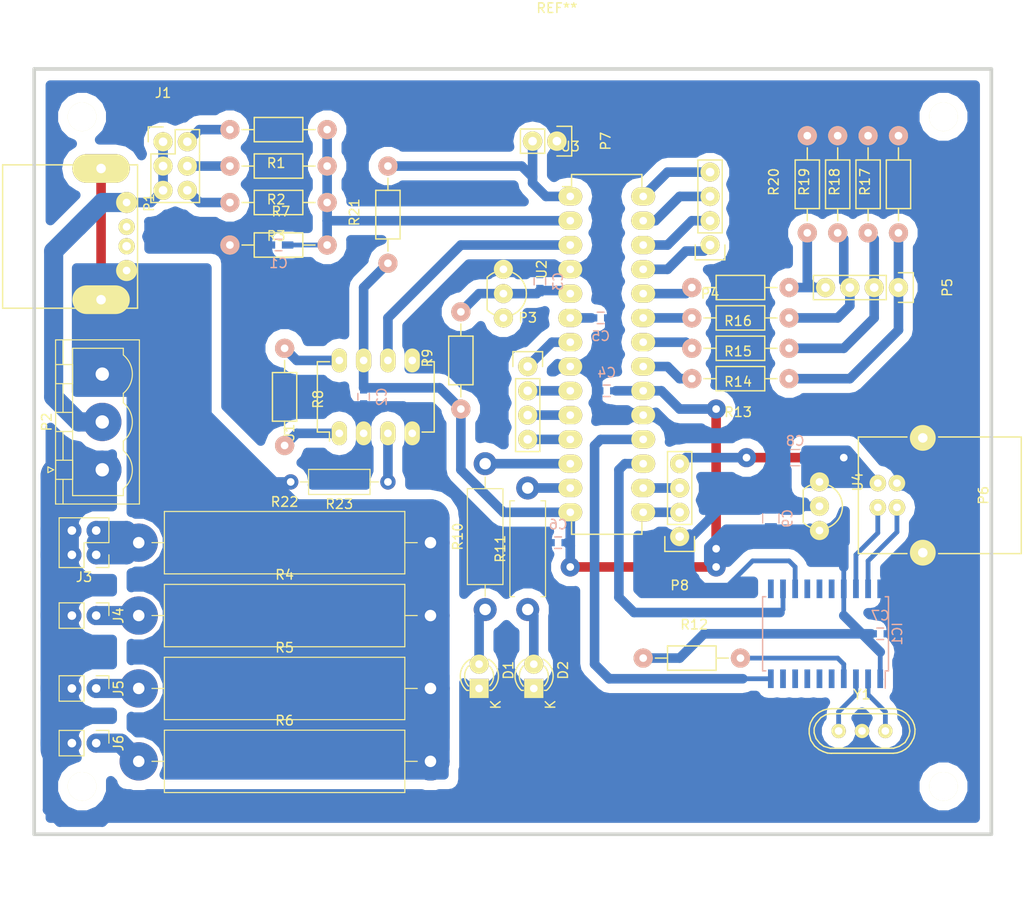
<source format=kicad_pcb>
(kicad_pcb (version 4) (host pcbnew 4.0.7)

  (general
    (links 121)
    (no_connects 0)
    (area 103.884999 53.47 212.871001 151.1)
    (thickness 1.6)
    (drawings 0)
    (tracks 322)
    (zones 0)
    (modules 54)
    (nets 50)
  )

  (page A4)
  (layers
    (0 F.Cu signal)
    (31 B.Cu signal)
    (32 B.Adhes user)
    (33 F.Adhes user)
    (34 B.Paste user)
    (35 F.Paste user)
    (36 B.SilkS user)
    (37 F.SilkS user)
    (38 B.Mask user)
    (39 F.Mask user)
    (40 Dwgs.User user)
    (41 Cmts.User user)
    (42 Eco1.User user)
    (43 Eco2.User user)
    (44 Edge.Cuts user)
    (45 Margin user)
    (46 B.CrtYd user)
    (47 F.CrtYd user)
    (48 B.Fab user)
    (49 F.Fab user)
  )

  (setup
    (last_trace_width 1)
    (user_trace_width 0.9)
    (user_trace_width 1)
    (user_trace_width 2)
    (user_trace_width 4)
    (trace_clearance 0.5)
    (zone_clearance 0.4)
    (zone_45_only no)
    (trace_min 0.5)
    (segment_width 0.2)
    (edge_width 0.15)
    (via_size 1)
    (via_drill 0.8)
    (via_min_size 0.8)
    (via_min_drill 0.5)
    (user_via 0.8 0.5)
    (user_via 1 0.6)
    (user_via 1.7 0.8)
    (user_via 2 0.8)
    (user_via 2 1)
    (uvia_size 0.3)
    (uvia_drill 0.1)
    (uvias_allowed no)
    (uvia_min_size 0.2)
    (uvia_min_drill 0.1)
    (pcb_text_width 0.3)
    (pcb_text_size 1.5 1.5)
    (mod_edge_width 0.15)
    (mod_text_size 1 1)
    (mod_text_width 0.15)
    (pad_size 2.032 2.032)
    (pad_drill 0.9)
    (pad_to_mask_clearance 0.2)
    (aux_axis_origin 0 0)
    (visible_elements FFFFFF7F)
    (pcbplotparams
      (layerselection 0x01000_80000000)
      (usegerberextensions true)
      (excludeedgelayer true)
      (linewidth 0.200000)
      (plotframeref false)
      (viasonmask false)
      (mode 1)
      (useauxorigin false)
      (hpglpennumber 1)
      (hpglpenspeed 20)
      (hpglpendiameter 15)
      (hpglpenoverlay 2)
      (psnegative false)
      (psa4output false)
      (plotreference true)
      (plotvalue true)
      (plotinvisibletext false)
      (padsonsilk false)
      (subtractmaskfromsilk false)
      (outputformat 1)
      (mirror false)
      (drillshape 0)
      (scaleselection 1)
      (outputdirectory ""))
  )

  (net 0 "")
  (net 1 GND)
  (net 2 "Net-(C1-Pad2)")
  (net 3 +3V3)
  (net 4 "Net-(C3-Pad1)")
  (net 5 "Net-(C5-Pad1)")
  (net 6 +5V)
  (net 7 "Net-(D1-Pad2)")
  (net 8 "Net-(D2-Pad2)")
  (net 9 "Net-(IC1-Pad2)")
  (net 10 "Net-(IC1-Pad3)")
  (net 11 "Net-(IC1-Pad4)")
  (net 12 "Net-(IC1-Pad10)")
  (net 13 "Net-(IC1-Pad12)")
  (net 14 "Net-(IC1-Pad18)")
  (net 15 "Net-(IC1-Pad19)")
  (net 16 "Net-(J1-Pad2)")
  (net 17 "Net-(J1-Pad4)")
  (net 18 "Net-(J1-Pad6)")
  (net 19 "Net-(P3-Pad1)")
  (net 20 "Net-(P3-Pad2)")
  (net 21 "Net-(P3-Pad3)")
  (net 22 "Net-(P3-Pad4)")
  (net 23 "Net-(P4-Pad1)")
  (net 24 "Net-(P4-Pad2)")
  (net 25 "Net-(P4-Pad3)")
  (net 26 "Net-(P4-Pad4)")
  (net 27 "Net-(P5-Pad1)")
  (net 28 "Net-(P5-Pad2)")
  (net 29 "Net-(P5-Pad3)")
  (net 30 "Net-(P5-Pad4)")
  (net 31 "Net-(R8-Pad1)")
  (net 32 "Net-(R8-Pad2)")
  (net 33 "Net-(R10-Pad2)")
  (net 34 "Net-(R11-Pad2)")
  (net 35 "Net-(R13-Pad2)")
  (net 36 "Net-(R14-Pad2)")
  (net 37 "Net-(R15-Pad2)")
  (net 38 "Net-(R16-Pad2)")
  (net 39 "Net-(U1-Pad6)")
  (net 40 "Net-(P7-Pad2)")
  (net 41 "Net-(P8-Pad2)")
  (net 42 "Net-(P8-Pad3)")
  (net 43 /VCCO)
  (net 44 /GNDO)
  (net 45 "Net-(R23-Pad1)")
  (net 46 "Net-(J3-Pad1)")
  (net 47 "Net-(J4-Pad1)")
  (net 48 "Net-(J5-Pad1)")
  (net 49 "Net-(J6-Pad1)")

  (net_class Default "Ceci est la Netclass par défaut"
    (clearance 0.5)
    (trace_width 0.5)
    (via_dia 1)
    (via_drill 0.8)
    (uvia_dia 0.3)
    (uvia_drill 0.1)
    (add_net +3V3)
    (add_net +5V)
    (add_net /GNDO)
    (add_net /VCCO)
    (add_net GND)
    (add_net "Net-(C1-Pad2)")
    (add_net "Net-(C3-Pad1)")
    (add_net "Net-(C5-Pad1)")
    (add_net "Net-(D1-Pad2)")
    (add_net "Net-(D2-Pad2)")
    (add_net "Net-(IC1-Pad10)")
    (add_net "Net-(IC1-Pad12)")
    (add_net "Net-(IC1-Pad18)")
    (add_net "Net-(IC1-Pad19)")
    (add_net "Net-(IC1-Pad2)")
    (add_net "Net-(IC1-Pad3)")
    (add_net "Net-(IC1-Pad4)")
    (add_net "Net-(J1-Pad2)")
    (add_net "Net-(J1-Pad4)")
    (add_net "Net-(J1-Pad6)")
    (add_net "Net-(J3-Pad1)")
    (add_net "Net-(J4-Pad1)")
    (add_net "Net-(J5-Pad1)")
    (add_net "Net-(J6-Pad1)")
    (add_net "Net-(P3-Pad1)")
    (add_net "Net-(P3-Pad2)")
    (add_net "Net-(P3-Pad3)")
    (add_net "Net-(P3-Pad4)")
    (add_net "Net-(P4-Pad1)")
    (add_net "Net-(P4-Pad2)")
    (add_net "Net-(P4-Pad3)")
    (add_net "Net-(P4-Pad4)")
    (add_net "Net-(P5-Pad1)")
    (add_net "Net-(P5-Pad2)")
    (add_net "Net-(P5-Pad3)")
    (add_net "Net-(P5-Pad4)")
    (add_net "Net-(P7-Pad2)")
    (add_net "Net-(P8-Pad2)")
    (add_net "Net-(P8-Pad3)")
    (add_net "Net-(R10-Pad2)")
    (add_net "Net-(R11-Pad2)")
    (add_net "Net-(R13-Pad2)")
    (add_net "Net-(R14-Pad2)")
    (add_net "Net-(R15-Pad2)")
    (add_net "Net-(R16-Pad2)")
    (add_net "Net-(R23-Pad1)")
    (add_net "Net-(R8-Pad1)")
    (add_net "Net-(R8-Pad2)")
    (add_net "Net-(U1-Pad6)")
  )

  (net_class power ""
    (clearance 1)
    (trace_width 1)
    (via_dia 1)
    (via_drill 0.8)
    (uvia_dia 0.3)
    (uvia_drill 0.1)
  )

  (net_class power2 ""
    (clearance 1)
    (trace_width 4)
    (via_dia 1)
    (via_drill 0.8)
    (uvia_dia 0.3)
    (uvia_drill 0.1)
  )

  (net_class powermedium ""
    (clearance 1)
    (trace_width 0.5)
    (via_dia 1)
    (via_drill 0.8)
    (uvia_dia 0.3)
    (uvia_drill 0.1)
  )

  (net_class powersmall ""
    (clearance 0.9)
    (trace_width 0.5)
    (via_dia 1)
    (via_drill 0.8)
    (uvia_dia 0.3)
    (uvia_drill 0.1)
  )

  (module Capacitors_SMD:C_0603_HandSoldering (layer B.Cu) (tedit 541A9B4D) (tstamp 58988E02)
    (at 133.985 80.01)
    (descr "Capacitor SMD 0603, hand soldering")
    (tags "capacitor 0603")
    (path /585DE645)
    (attr smd)
    (fp_text reference C1 (at 0 1.9) (layer B.SilkS)
      (effects (font (size 1 1) (thickness 0.15)) (justify mirror))
    )
    (fp_text value 100nF (at 0 -1.9) (layer B.Fab)
      (effects (font (size 1 1) (thickness 0.15)) (justify mirror))
    )
    (fp_line (start -1.85 0.75) (end 1.85 0.75) (layer B.CrtYd) (width 0.05))
    (fp_line (start -1.85 -0.75) (end 1.85 -0.75) (layer B.CrtYd) (width 0.05))
    (fp_line (start -1.85 0.75) (end -1.85 -0.75) (layer B.CrtYd) (width 0.05))
    (fp_line (start 1.85 0.75) (end 1.85 -0.75) (layer B.CrtYd) (width 0.05))
    (fp_line (start -0.35 0.6) (end 0.35 0.6) (layer B.SilkS) (width 0.15))
    (fp_line (start 0.35 -0.6) (end -0.35 -0.6) (layer B.SilkS) (width 0.15))
    (pad 1 smd rect (at -0.95 0) (size 1.2 0.75) (layers B.Cu B.Paste B.Mask)
      (net 1 GND))
    (pad 2 smd rect (at 0.95 0) (size 1.2 0.75) (layers B.Cu B.Paste B.Mask)
      (net 2 "Net-(C1-Pad2)"))
    (model Capacitors_SMD.3dshapes/C_0603_HandSoldering.wrl
      (at (xyz 0 0 0))
      (scale (xyz 1 1 1))
      (rotate (xyz 0 0 0))
    )
  )

  (module Capacitors_SMD:C_0603_HandSoldering (layer B.Cu) (tedit 541A9B4D) (tstamp 58988E08)
    (at 142.875 95.885 90)
    (descr "Capacitor SMD 0603, hand soldering")
    (tags "capacitor 0603")
    (path /585D6D9C)
    (attr smd)
    (fp_text reference C2 (at 0 1.9 90) (layer B.SilkS)
      (effects (font (size 1 1) (thickness 0.15)) (justify mirror))
    )
    (fp_text value 100nF (at 0 -1.9 90) (layer B.Fab)
      (effects (font (size 1 1) (thickness 0.15)) (justify mirror))
    )
    (fp_line (start -1.85 0.75) (end 1.85 0.75) (layer B.CrtYd) (width 0.05))
    (fp_line (start -1.85 -0.75) (end 1.85 -0.75) (layer B.CrtYd) (width 0.05))
    (fp_line (start -1.85 0.75) (end -1.85 -0.75) (layer B.CrtYd) (width 0.05))
    (fp_line (start 1.85 0.75) (end 1.85 -0.75) (layer B.CrtYd) (width 0.05))
    (fp_line (start -0.35 0.6) (end 0.35 0.6) (layer B.SilkS) (width 0.15))
    (fp_line (start 0.35 -0.6) (end -0.35 -0.6) (layer B.SilkS) (width 0.15))
    (pad 1 smd rect (at -0.95 0 90) (size 1.2 0.75) (layers B.Cu B.Paste B.Mask)
      (net 1 GND))
    (pad 2 smd rect (at 0.95 0 90) (size 1.2 0.75) (layers B.Cu B.Paste B.Mask)
      (net 3 +3V3))
    (model Capacitors_SMD.3dshapes/C_0603_HandSoldering.wrl
      (at (xyz 0 0 0))
      (scale (xyz 1 1 1))
      (rotate (xyz 0 0 0))
    )
  )

  (module Capacitors_SMD:C_0603_HandSoldering (layer B.Cu) (tedit 541A9B4D) (tstamp 58988E0E)
    (at 161.29 83.82 90)
    (descr "Capacitor SMD 0603, hand soldering")
    (tags "capacitor 0603")
    (path /585DA2C8)
    (attr smd)
    (fp_text reference C3 (at 0 1.9 90) (layer B.SilkS)
      (effects (font (size 1 1) (thickness 0.15)) (justify mirror))
    )
    (fp_text value 100nF (at 0 -1.9 90) (layer B.Fab)
      (effects (font (size 1 1) (thickness 0.15)) (justify mirror))
    )
    (fp_line (start -1.85 0.75) (end 1.85 0.75) (layer B.CrtYd) (width 0.05))
    (fp_line (start -1.85 -0.75) (end 1.85 -0.75) (layer B.CrtYd) (width 0.05))
    (fp_line (start -1.85 0.75) (end -1.85 -0.75) (layer B.CrtYd) (width 0.05))
    (fp_line (start 1.85 0.75) (end 1.85 -0.75) (layer B.CrtYd) (width 0.05))
    (fp_line (start -0.35 0.6) (end 0.35 0.6) (layer B.SilkS) (width 0.15))
    (fp_line (start 0.35 -0.6) (end -0.35 -0.6) (layer B.SilkS) (width 0.15))
    (pad 1 smd rect (at -0.95 0 90) (size 1.2 0.75) (layers B.Cu B.Paste B.Mask)
      (net 4 "Net-(C3-Pad1)"))
    (pad 2 smd rect (at 0.95 0 90) (size 1.2 0.75) (layers B.Cu B.Paste B.Mask)
      (net 1 GND))
    (model Capacitors_SMD.3dshapes/C_0603_HandSoldering.wrl
      (at (xyz 0 0 0))
      (scale (xyz 1 1 1))
      (rotate (xyz 0 0 0))
    )
  )

  (module Capacitors_SMD:C_0603_HandSoldering (layer B.Cu) (tedit 541A9B4D) (tstamp 58988E14)
    (at 168.275 95.25 180)
    (descr "Capacitor SMD 0603, hand soldering")
    (tags "capacitor 0603")
    (path /585D3852)
    (attr smd)
    (fp_text reference C4 (at 0 1.9 180) (layer B.SilkS)
      (effects (font (size 1 1) (thickness 0.15)) (justify mirror))
    )
    (fp_text value 100nF (at 0 -1.9 180) (layer B.Fab)
      (effects (font (size 1 1) (thickness 0.15)) (justify mirror))
    )
    (fp_line (start -1.85 0.75) (end 1.85 0.75) (layer B.CrtYd) (width 0.05))
    (fp_line (start -1.85 -0.75) (end 1.85 -0.75) (layer B.CrtYd) (width 0.05))
    (fp_line (start -1.85 0.75) (end -1.85 -0.75) (layer B.CrtYd) (width 0.05))
    (fp_line (start 1.85 0.75) (end 1.85 -0.75) (layer B.CrtYd) (width 0.05))
    (fp_line (start -0.35 0.6) (end 0.35 0.6) (layer B.SilkS) (width 0.15))
    (fp_line (start 0.35 -0.6) (end -0.35 -0.6) (layer B.SilkS) (width 0.15))
    (pad 1 smd rect (at -0.95 0 180) (size 1.2 0.75) (layers B.Cu B.Paste B.Mask)
      (net 3 +3V3))
    (pad 2 smd rect (at 0.95 0 180) (size 1.2 0.75) (layers B.Cu B.Paste B.Mask)
      (net 1 GND))
    (model Capacitors_SMD.3dshapes/C_0603_HandSoldering.wrl
      (at (xyz 0 0 0))
      (scale (xyz 1 1 1))
      (rotate (xyz 0 0 0))
    )
  )

  (module Capacitors_SMD:C_0603_HandSoldering (layer B.Cu) (tedit 541A9B4D) (tstamp 58988E1A)
    (at 167.64 87.63)
    (descr "Capacitor SMD 0603, hand soldering")
    (tags "capacitor 0603")
    (path /585D388D)
    (attr smd)
    (fp_text reference C5 (at 0 1.9) (layer B.SilkS)
      (effects (font (size 1 1) (thickness 0.15)) (justify mirror))
    )
    (fp_text value 100nF (at 0 -1.9) (layer B.Fab)
      (effects (font (size 1 1) (thickness 0.15)) (justify mirror))
    )
    (fp_line (start -1.85 0.75) (end 1.85 0.75) (layer B.CrtYd) (width 0.05))
    (fp_line (start -1.85 -0.75) (end 1.85 -0.75) (layer B.CrtYd) (width 0.05))
    (fp_line (start -1.85 0.75) (end -1.85 -0.75) (layer B.CrtYd) (width 0.05))
    (fp_line (start 1.85 0.75) (end 1.85 -0.75) (layer B.CrtYd) (width 0.05))
    (fp_line (start -0.35 0.6) (end 0.35 0.6) (layer B.SilkS) (width 0.15))
    (fp_line (start 0.35 -0.6) (end -0.35 -0.6) (layer B.SilkS) (width 0.15))
    (pad 1 smd rect (at -0.95 0) (size 1.2 0.75) (layers B.Cu B.Paste B.Mask)
      (net 5 "Net-(C5-Pad1)"))
    (pad 2 smd rect (at 0.95 0) (size 1.2 0.75) (layers B.Cu B.Paste B.Mask)
      (net 1 GND))
    (model Capacitors_SMD.3dshapes/C_0603_HandSoldering.wrl
      (at (xyz 0 0 0))
      (scale (xyz 1 1 1))
      (rotate (xyz 0 0 0))
    )
  )

  (module Capacitors_SMD:C_0603_HandSoldering (layer B.Cu) (tedit 541A9B4D) (tstamp 58988E20)
    (at 163.195 111.125 180)
    (descr "Capacitor SMD 0603, hand soldering")
    (tags "capacitor 0603")
    (path /585D38C0)
    (attr smd)
    (fp_text reference C6 (at 0 1.9 180) (layer B.SilkS)
      (effects (font (size 1 1) (thickness 0.15)) (justify mirror))
    )
    (fp_text value 100nF (at 0 -1.9 180) (layer B.Fab)
      (effects (font (size 1 1) (thickness 0.15)) (justify mirror))
    )
    (fp_line (start -1.85 0.75) (end 1.85 0.75) (layer B.CrtYd) (width 0.05))
    (fp_line (start -1.85 -0.75) (end 1.85 -0.75) (layer B.CrtYd) (width 0.05))
    (fp_line (start -1.85 0.75) (end -1.85 -0.75) (layer B.CrtYd) (width 0.05))
    (fp_line (start 1.85 0.75) (end 1.85 -0.75) (layer B.CrtYd) (width 0.05))
    (fp_line (start -0.35 0.6) (end 0.35 0.6) (layer B.SilkS) (width 0.15))
    (fp_line (start 0.35 -0.6) (end -0.35 -0.6) (layer B.SilkS) (width 0.15))
    (pad 1 smd rect (at -0.95 0 180) (size 1.2 0.75) (layers B.Cu B.Paste B.Mask)
      (net 3 +3V3))
    (pad 2 smd rect (at 0.95 0 180) (size 1.2 0.75) (layers B.Cu B.Paste B.Mask)
      (net 1 GND))
    (model Capacitors_SMD.3dshapes/C_0603_HandSoldering.wrl
      (at (xyz 0 0 0))
      (scale (xyz 1 1 1))
      (rotate (xyz 0 0 0))
    )
  )

  (module Capacitors_SMD:C_0603_HandSoldering (layer B.Cu) (tedit 541A9B4D) (tstamp 58988E26)
    (at 196.85 120.65 180)
    (descr "Capacitor SMD 0603, hand soldering")
    (tags "capacitor 0603")
    (path /5890C279)
    (attr smd)
    (fp_text reference C7 (at 0 1.9 180) (layer B.SilkS)
      (effects (font (size 1 1) (thickness 0.15)) (justify mirror))
    )
    (fp_text value 100nF (at 0 -1.9 180) (layer B.Fab)
      (effects (font (size 1 1) (thickness 0.15)) (justify mirror))
    )
    (fp_line (start -1.85 0.75) (end 1.85 0.75) (layer B.CrtYd) (width 0.05))
    (fp_line (start -1.85 -0.75) (end 1.85 -0.75) (layer B.CrtYd) (width 0.05))
    (fp_line (start -1.85 0.75) (end -1.85 -0.75) (layer B.CrtYd) (width 0.05))
    (fp_line (start 1.85 0.75) (end 1.85 -0.75) (layer B.CrtYd) (width 0.05))
    (fp_line (start -0.35 0.6) (end 0.35 0.6) (layer B.SilkS) (width 0.15))
    (fp_line (start 0.35 -0.6) (end -0.35 -0.6) (layer B.SilkS) (width 0.15))
    (pad 1 smd rect (at -0.95 0 180) (size 1.2 0.75) (layers B.Cu B.Paste B.Mask)
      (net 1 GND))
    (pad 2 smd rect (at 0.95 0 180) (size 1.2 0.75) (layers B.Cu B.Paste B.Mask)
      (net 3 +3V3))
    (model Capacitors_SMD.3dshapes/C_0603_HandSoldering.wrl
      (at (xyz 0 0 0))
      (scale (xyz 1 1 1))
      (rotate (xyz 0 0 0))
    )
  )

  (module LEDs:LED-3MM (layer F.Cu) (tedit 589A0138) (tstamp 58988E38)
    (at 154.94 126.365 90)
    (descr "LED 3mm round vertical")
    (tags "LED  3mm round vertical")
    (path /586EB7F1)
    (fp_text reference D1 (at 1.91 3.06 90) (layer F.SilkS)
      (effects (font (size 1 1) (thickness 0.15)))
    )
    (fp_text value LED (at 1.3 -2.9 90) (layer F.Fab)
      (effects (font (size 1 1) (thickness 0.15)))
    )
    (fp_line (start -1.2 2.3) (end 3.8 2.3) (layer F.CrtYd) (width 0.05))
    (fp_line (start 3.8 2.3) (end 3.8 -2.2) (layer F.CrtYd) (width 0.05))
    (fp_line (start 3.8 -2.2) (end -1.2 -2.2) (layer F.CrtYd) (width 0.05))
    (fp_line (start -1.2 -2.2) (end -1.2 2.3) (layer F.CrtYd) (width 0.05))
    (fp_line (start -0.199 1.314) (end -0.199 1.114) (layer F.SilkS) (width 0.15))
    (fp_line (start -0.199 -1.28) (end -0.199 -1.1) (layer F.SilkS) (width 0.15))
    (fp_arc (start 1.301 0.034) (end -0.199 -1.286) (angle 108.5) (layer F.SilkS) (width 0.15))
    (fp_arc (start 1.301 0.034) (end 0.25 -1.1) (angle 85.7) (layer F.SilkS) (width 0.15))
    (fp_arc (start 1.311 0.034) (end 3.051 0.994) (angle 110) (layer F.SilkS) (width 0.15))
    (fp_arc (start 1.301 0.034) (end 2.335 1.094) (angle 87.5) (layer F.SilkS) (width 0.15))
    (fp_text user K (at -1.69 1.74 90) (layer F.SilkS)
      (effects (font (size 1 1) (thickness 0.15)))
    )
    (pad 1 thru_hole rect (at 0 0 180) (size 2 2) (drill 0.8) (layers *.Cu *.Mask F.SilkS)
      (net 1 GND))
    (pad 2 thru_hole circle (at 2.54 0 90) (size 2 2) (drill 0.8) (layers *.Cu *.Mask F.SilkS)
      (net 7 "Net-(D1-Pad2)"))
    (model LEDs.3dshapes/LED-3MM.wrl
      (at (xyz 0.05 0 0))
      (scale (xyz 1 1 1))
      (rotate (xyz 0 0 90))
    )
  )

  (module LEDs:LED-3MM (layer F.Cu) (tedit 559B82F6) (tstamp 58988E3E)
    (at 160.655 126.365 90)
    (descr "LED 3mm round vertical")
    (tags "LED  3mm round vertical")
    (path /586E7BD7)
    (fp_text reference D2 (at 1.91 3.06 90) (layer F.SilkS)
      (effects (font (size 1 1) (thickness 0.15)))
    )
    (fp_text value LED (at 1.3 -2.9 90) (layer F.Fab)
      (effects (font (size 1 1) (thickness 0.15)))
    )
    (fp_line (start -1.2 2.3) (end 3.8 2.3) (layer F.CrtYd) (width 0.05))
    (fp_line (start 3.8 2.3) (end 3.8 -2.2) (layer F.CrtYd) (width 0.05))
    (fp_line (start 3.8 -2.2) (end -1.2 -2.2) (layer F.CrtYd) (width 0.05))
    (fp_line (start -1.2 -2.2) (end -1.2 2.3) (layer F.CrtYd) (width 0.05))
    (fp_line (start -0.199 1.314) (end -0.199 1.114) (layer F.SilkS) (width 0.15))
    (fp_line (start -0.199 -1.28) (end -0.199 -1.1) (layer F.SilkS) (width 0.15))
    (fp_arc (start 1.301 0.034) (end -0.199 -1.286) (angle 108.5) (layer F.SilkS) (width 0.15))
    (fp_arc (start 1.301 0.034) (end 0.25 -1.1) (angle 85.7) (layer F.SilkS) (width 0.15))
    (fp_arc (start 1.311 0.034) (end 3.051 0.994) (angle 110) (layer F.SilkS) (width 0.15))
    (fp_arc (start 1.301 0.034) (end 2.335 1.094) (angle 87.5) (layer F.SilkS) (width 0.15))
    (fp_text user K (at -1.69 1.74 90) (layer F.SilkS)
      (effects (font (size 1 1) (thickness 0.15)))
    )
    (pad 1 thru_hole rect (at 0 0 180) (size 2 2) (drill 0.8) (layers *.Cu *.Mask F.SilkS)
      (net 1 GND))
    (pad 2 thru_hole circle (at 2.54 0 90) (size 2 2) (drill 0.8) (layers *.Cu *.Mask F.SilkS)
      (net 8 "Net-(D2-Pad2)"))
    (model LEDs.3dshapes/LED-3MM.wrl
      (at (xyz 0.05 0 0))
      (scale (xyz 1 1 1))
      (rotate (xyz 0 0 90))
    )
  )

  (module Housings_SOIC:SOIC-20_7.5x12.8mm_Pitch1.27mm (layer B.Cu) (tedit 54130A77) (tstamp 58988E56)
    (at 191.135 120.65 90)
    (descr "20-Lead Plastic Small Outline (SO) - Wide, 7.50 mm Body [SOIC] (see Microchip Packaging Specification 00000049BS.pdf)")
    (tags "SOIC 1.27")
    (path /58909768)
    (attr smd)
    (fp_text reference IC1 (at 0 7.5 90) (layer B.SilkS)
      (effects (font (size 1 1) (thickness 0.15)) (justify mirror))
    )
    (fp_text value MCP2200 (at 0 -7.5 90) (layer B.Fab)
      (effects (font (size 1 1) (thickness 0.15)) (justify mirror))
    )
    (fp_line (start -5.95 6.75) (end -5.95 -6.75) (layer B.CrtYd) (width 0.05))
    (fp_line (start 5.95 6.75) (end 5.95 -6.75) (layer B.CrtYd) (width 0.05))
    (fp_line (start -5.95 6.75) (end 5.95 6.75) (layer B.CrtYd) (width 0.05))
    (fp_line (start -5.95 -6.75) (end 5.95 -6.75) (layer B.CrtYd) (width 0.05))
    (fp_line (start -3.875 6.575) (end -3.875 6.24) (layer B.SilkS) (width 0.15))
    (fp_line (start 3.875 6.575) (end 3.875 6.24) (layer B.SilkS) (width 0.15))
    (fp_line (start 3.875 -6.575) (end 3.875 -6.24) (layer B.SilkS) (width 0.15))
    (fp_line (start -3.875 -6.575) (end -3.875 -6.24) (layer B.SilkS) (width 0.15))
    (fp_line (start -3.875 6.575) (end 3.875 6.575) (layer B.SilkS) (width 0.15))
    (fp_line (start -3.875 -6.575) (end 3.875 -6.575) (layer B.SilkS) (width 0.15))
    (fp_line (start -3.875 6.24) (end -5.675 6.24) (layer B.SilkS) (width 0.15))
    (pad 1 smd rect (at -4.7 5.715 90) (size 1.95 0.6) (layers B.Cu B.Paste B.Mask)
      (net 3 +3V3))
    (pad 2 smd rect (at -4.7 4.445 90) (size 1.95 0.6) (layers B.Cu B.Paste B.Mask)
      (net 9 "Net-(IC1-Pad2)"))
    (pad 3 smd rect (at -4.7 3.175 90) (size 1.95 0.6) (layers B.Cu B.Paste B.Mask)
      (net 10 "Net-(IC1-Pad3)"))
    (pad 4 smd rect (at -4.7 1.905 90) (size 1.95 0.6) (layers B.Cu B.Paste B.Mask)
      (net 11 "Net-(IC1-Pad4)"))
    (pad 5 smd rect (at -4.7 0.635 90) (size 1.95 0.6) (layers B.Cu B.Paste B.Mask))
    (pad 6 smd rect (at -4.7 -0.635 90) (size 1.95 0.6) (layers B.Cu B.Paste B.Mask))
    (pad 7 smd rect (at -4.7 -1.905 90) (size 1.95 0.6) (layers B.Cu B.Paste B.Mask))
    (pad 8 smd rect (at -4.7 -3.175 90) (size 1.95 0.6) (layers B.Cu B.Paste B.Mask))
    (pad 9 smd rect (at -4.7 -4.445 90) (size 1.95 0.6) (layers B.Cu B.Paste B.Mask))
    (pad 10 smd rect (at -4.7 -5.715 90) (size 1.95 0.6) (layers B.Cu B.Paste B.Mask)
      (net 12 "Net-(IC1-Pad10)"))
    (pad 11 smd rect (at 4.7 -5.715 90) (size 1.95 0.6) (layers B.Cu B.Paste B.Mask))
    (pad 12 smd rect (at 4.7 -4.445 90) (size 1.95 0.6) (layers B.Cu B.Paste B.Mask)
      (net 13 "Net-(IC1-Pad12)"))
    (pad 13 smd rect (at 4.7 -3.175 90) (size 1.95 0.6) (layers B.Cu B.Paste B.Mask)
      (net 1 GND))
    (pad 14 smd rect (at 4.7 -1.905 90) (size 1.95 0.6) (layers B.Cu B.Paste B.Mask))
    (pad 15 smd rect (at 4.7 -0.635 90) (size 1.95 0.6) (layers B.Cu B.Paste B.Mask))
    (pad 16 smd rect (at 4.7 0.635 90) (size 1.95 0.6) (layers B.Cu B.Paste B.Mask))
    (pad 17 smd rect (at 4.7 1.905 90) (size 1.95 0.6) (layers B.Cu B.Paste B.Mask)
      (net 3 +3V3))
    (pad 18 smd rect (at 4.7 3.175 90) (size 1.95 0.6) (layers B.Cu B.Paste B.Mask)
      (net 14 "Net-(IC1-Pad18)"))
    (pad 19 smd rect (at 4.7 4.445 90) (size 1.95 0.6) (layers B.Cu B.Paste B.Mask)
      (net 15 "Net-(IC1-Pad19)"))
    (pad 20 smd rect (at 4.7 5.715 90) (size 1.95 0.6) (layers B.Cu B.Paste B.Mask)
      (net 1 GND))
    (model Housings_SOIC.3dshapes/SOIC-20_7.5x12.8mm_Pitch1.27mm.wrl
      (at (xyz 0 0 0))
      (scale (xyz 1 1 1))
      (rotate (xyz 0 0 0))
    )
  )

  (module Pin_Headers:Pin_Header_Straight_2x03 (layer F.Cu) (tedit 5CDD77E2) (tstamp 58988E60)
    (at 121.92 69.215)
    (descr "Through hole pin header")
    (tags "pin header")
    (path /585DCD3D)
    (fp_text reference J1 (at 0 -5.1) (layer F.SilkS)
      (effects (font (size 1 1) (thickness 0.15)))
    )
    (fp_text value CONN_02X03 (at 0 -3.1) (layer F.Fab)
      (effects (font (size 1 1) (thickness 0.15)))
    )
    (fp_line (start -1.27 1.27) (end -1.27 6.35) (layer F.SilkS) (width 0.15))
    (fp_line (start -1.55 -1.55) (end 0 -1.55) (layer F.SilkS) (width 0.15))
    (fp_line (start -1.75 -1.75) (end -1.75 6.85) (layer F.CrtYd) (width 0.05))
    (fp_line (start 4.3 -1.75) (end 4.3 6.85) (layer F.CrtYd) (width 0.05))
    (fp_line (start -1.75 -1.75) (end 4.3 -1.75) (layer F.CrtYd) (width 0.05))
    (fp_line (start -1.75 6.85) (end 4.3 6.85) (layer F.CrtYd) (width 0.05))
    (fp_line (start 1.27 -1.27) (end 1.27 1.27) (layer F.SilkS) (width 0.15))
    (fp_line (start 1.27 1.27) (end -1.27 1.27) (layer F.SilkS) (width 0.15))
    (fp_line (start -1.27 6.35) (end 3.81 6.35) (layer F.SilkS) (width 0.15))
    (fp_line (start 3.81 6.35) (end 3.81 1.27) (layer F.SilkS) (width 0.15))
    (fp_line (start -1.55 -1.55) (end -1.55 0) (layer F.SilkS) (width 0.15))
    (fp_line (start 3.81 -1.27) (end 1.27 -1.27) (layer F.SilkS) (width 0.15))
    (fp_line (start 3.81 1.27) (end 3.81 -1.27) (layer F.SilkS) (width 0.15))
    (pad 1 thru_hole circle (at 0 0) (size 2 2) (drill 0.9) (layers *.Cu *.Mask F.SilkS)
      (net 43 /VCCO))
    (pad 2 thru_hole circle (at 2.54 0) (size 2 2) (drill 0.9) (layers *.Cu *.Mask F.SilkS)
      (net 16 "Net-(J1-Pad2)"))
    (pad 3 thru_hole circle (at 0 2.54) (size 2 2) (drill 0.9) (layers *.Cu *.Mask F.SilkS)
      (net 43 /VCCO))
    (pad 4 thru_hole circle (at 2.54 2.54) (size 2 2) (drill 0.9) (layers *.Cu *.Mask F.SilkS)
      (net 17 "Net-(J1-Pad4)"))
    (pad 5 thru_hole circle (at 0 5.08) (size 2 2) (drill 0.9) (layers *.Cu *.Mask F.SilkS)
      (net 43 /VCCO))
    (pad 6 thru_hole circle (at 2.54 5.08) (size 2 2) (drill 0.9) (layers *.Cu *.Mask F.SilkS)
      (net 18 "Net-(J1-Pad6)"))
    (model Pin_Headers.3dshapes/Pin_Header_Straight_2x03.wrl
      (at (xyz 0.05 -0.1 0))
      (scale (xyz 1 1 1))
      (rotate (xyz 0 0 90))
    )
  )

  (module Connect:USB_A (layer F.Cu) (tedit 5CDD779A) (tstamp 58988E74)
    (at 118.11 75.565 270)
    (descr "USB A connector")
    (tags "USB USB_A")
    (path /585D7EE0)
    (fp_text reference P1 (at 0 -2.35 270) (layer F.SilkS)
      (effects (font (size 1 1) (thickness 0.15)))
    )
    (fp_text value USB_A (at 3.83794 7.43458 270) (layer F.Fab)
      (effects (font (size 1 1) (thickness 0.15)))
    )
    (fp_line (start -5.3 13.2) (end -5.3 -1.4) (layer F.CrtYd) (width 0.05))
    (fp_line (start 11.95 -1.4) (end 11.95 13.2) (layer F.CrtYd) (width 0.05))
    (fp_line (start -5.3 13.2) (end 11.95 13.2) (layer F.CrtYd) (width 0.05))
    (fp_line (start -5.3 -1.4) (end 11.95 -1.4) (layer F.CrtYd) (width 0.05))
    (fp_line (start 11.04986 -1.14512) (end 11.04986 12.95188) (layer F.SilkS) (width 0.15))
    (fp_line (start -3.93614 12.95188) (end -3.93614 -1.14512) (layer F.SilkS) (width 0.15))
    (fp_line (start 11.04986 -1.14512) (end -3.93614 -1.14512) (layer F.SilkS) (width 0.15))
    (fp_line (start 11.04986 12.95188) (end -3.93614 12.95188) (layer F.SilkS) (width 0.15))
    (pad 4 thru_hole circle (at 7.11286 -0.00212 180) (size 2.2 2.2) (drill 0.8) (layers *.Cu *.Mask F.SilkS)
      (net 44 /GNDO))
    (pad 3 thru_hole circle (at 4.57286 -0.00212 180) (size 1.7 1.7) (drill 0.9) (layers *.Cu *.Mask F.SilkS))
    (pad 2 thru_hole circle (at 2.54086 -0.00212 180) (size 1.7 1.7) (drill 0.8) (layers *.Cu *.Mask F.SilkS))
    (pad 1 thru_hole circle (at 0.00086 -0.00212 180) (size 2.2 2.2) (drill 0.8) (layers *.Cu *.Mask F.SilkS)
      (net 43 /VCCO))
    (pad 5 thru_hole oval (at 10.16086 2.66488 180) (size 6 2.99974) (drill 1) (layers *.Cu *.Mask F.SilkS)
      (net 44 /GNDO))
    (pad 5 thru_hole oval (at -3.55514 2.66488 180) (size 6 2.99974) (drill 1) (layers *.Cu *.Mask F.SilkS)
      (net 44 /GNDO))
    (model Connect.3dshapes/USB_A.wrl
      (at (xyz 0.14 0 0))
      (scale (xyz 1 1 1))
      (rotate (xyz 0 0 90))
    )
  )

  (module Pin_Headers:Pin_Header_Straight_1x04 (layer F.Cu) (tedit 5899FED7) (tstamp 58988E83)
    (at 160.02 92.71)
    (descr "Through hole pin header")
    (tags "pin header")
    (path /586E9861)
    (fp_text reference P3 (at 0 -5.1) (layer F.SilkS)
      (effects (font (size 1 1) (thickness 0.15)))
    )
    (fp_text value CONN_01X04 (at 0 -3.1) (layer F.Fab)
      (effects (font (size 1 1) (thickness 0.15)))
    )
    (fp_line (start -1.75 -1.75) (end -1.75 9.4) (layer F.CrtYd) (width 0.05))
    (fp_line (start 1.75 -1.75) (end 1.75 9.4) (layer F.CrtYd) (width 0.05))
    (fp_line (start -1.75 -1.75) (end 1.75 -1.75) (layer F.CrtYd) (width 0.05))
    (fp_line (start -1.75 9.4) (end 1.75 9.4) (layer F.CrtYd) (width 0.05))
    (fp_line (start -1.27 1.27) (end -1.27 8.89) (layer F.SilkS) (width 0.15))
    (fp_line (start 1.27 1.27) (end 1.27 8.89) (layer F.SilkS) (width 0.15))
    (fp_line (start 1.55 -1.55) (end 1.55 0) (layer F.SilkS) (width 0.15))
    (fp_line (start -1.27 8.89) (end 1.27 8.89) (layer F.SilkS) (width 0.15))
    (fp_line (start 1.27 1.27) (end -1.27 1.27) (layer F.SilkS) (width 0.15))
    (fp_line (start -1.55 0) (end -1.55 -1.55) (layer F.SilkS) (width 0.15))
    (fp_line (start -1.55 -1.55) (end 1.55 -1.55) (layer F.SilkS) (width 0.15))
    (pad 1 thru_hole circle (at 0 0) (size 2 2) (drill 0.9) (layers *.Cu *.Mask F.SilkS)
      (net 19 "Net-(P3-Pad1)"))
    (pad 2 thru_hole circle (at 0 2.54) (size 2 2) (drill 0.9) (layers *.Cu *.Mask F.SilkS)
      (net 20 "Net-(P3-Pad2)"))
    (pad 3 thru_hole circle (at 0 5.08) (size 2 2) (drill 0.9) (layers *.Cu *.Mask F.SilkS)
      (net 21 "Net-(P3-Pad3)"))
    (pad 4 thru_hole circle (at 0 7.62) (size 2 2) (drill 0.9) (layers *.Cu *.Mask F.SilkS)
      (net 22 "Net-(P3-Pad4)"))
    (model Pin_Headers.3dshapes/Pin_Header_Straight_1x04.wrl
      (at (xyz 0 -0.15 0))
      (scale (xyz 1 1 1))
      (rotate (xyz 0 0 90))
    )
  )

  (module Pin_Headers:Pin_Header_Straight_1x04 (layer F.Cu) (tedit 0) (tstamp 58988E8B)
    (at 179.07 80.01 180)
    (descr "Through hole pin header")
    (tags "pin header")
    (path /586C660C)
    (fp_text reference P4 (at 0 -5.1 180) (layer F.SilkS)
      (effects (font (size 1 1) (thickness 0.15)))
    )
    (fp_text value CONN_01X04 (at 0 -3.1 180) (layer F.Fab)
      (effects (font (size 1 1) (thickness 0.15)))
    )
    (fp_line (start -1.75 -1.75) (end -1.75 9.4) (layer F.CrtYd) (width 0.05))
    (fp_line (start 1.75 -1.75) (end 1.75 9.4) (layer F.CrtYd) (width 0.05))
    (fp_line (start -1.75 -1.75) (end 1.75 -1.75) (layer F.CrtYd) (width 0.05))
    (fp_line (start -1.75 9.4) (end 1.75 9.4) (layer F.CrtYd) (width 0.05))
    (fp_line (start -1.27 1.27) (end -1.27 8.89) (layer F.SilkS) (width 0.15))
    (fp_line (start 1.27 1.27) (end 1.27 8.89) (layer F.SilkS) (width 0.15))
    (fp_line (start 1.55 -1.55) (end 1.55 0) (layer F.SilkS) (width 0.15))
    (fp_line (start -1.27 8.89) (end 1.27 8.89) (layer F.SilkS) (width 0.15))
    (fp_line (start 1.27 1.27) (end -1.27 1.27) (layer F.SilkS) (width 0.15))
    (fp_line (start -1.55 0) (end -1.55 -1.55) (layer F.SilkS) (width 0.15))
    (fp_line (start -1.55 -1.55) (end 1.55 -1.55) (layer F.SilkS) (width 0.15))
    (pad 1 thru_hole circle (at 0 0 180) (size 2 2) (drill 0.9) (layers *.Cu *.Mask F.SilkS)
      (net 23 "Net-(P4-Pad1)"))
    (pad 2 thru_hole circle (at 0 2.54 180) (size 2 2) (drill 0.9) (layers *.Cu *.Mask F.SilkS)
      (net 24 "Net-(P4-Pad2)"))
    (pad 3 thru_hole circle (at 0 5.08 180) (size 2 2) (drill 0.9) (layers *.Cu *.Mask F.SilkS)
      (net 25 "Net-(P4-Pad3)"))
    (pad 4 thru_hole circle (at 0 7.62 180) (size 2 2) (drill 0.9) (layers *.Cu *.Mask F.SilkS)
      (net 26 "Net-(P4-Pad4)"))
    (model Pin_Headers.3dshapes/Pin_Header_Straight_1x04.wrl
      (at (xyz 0 -0.15 0))
      (scale (xyz 1 1 1))
      (rotate (xyz 0 0 90))
    )
  )

  (module Pin_Headers:Pin_Header_Straight_1x04 (layer F.Cu) (tedit 5CDD794F) (tstamp 58988E93)
    (at 198.755 84.455 270)
    (descr "Through hole pin header")
    (tags "pin header")
    (path /585D4B1B)
    (fp_text reference P5 (at 0 -5.1 270) (layer F.SilkS)
      (effects (font (size 1 1) (thickness 0.15)))
    )
    (fp_text value CONN_01X04 (at 0 -3.1 270) (layer F.Fab)
      (effects (font (size 1 1) (thickness 0.15)))
    )
    (fp_line (start -1.75 -1.75) (end -1.75 9.4) (layer F.CrtYd) (width 0.05))
    (fp_line (start 1.75 -1.75) (end 1.75 9.4) (layer F.CrtYd) (width 0.05))
    (fp_line (start -1.75 -1.75) (end 1.75 -1.75) (layer F.CrtYd) (width 0.05))
    (fp_line (start -1.75 9.4) (end 1.75 9.4) (layer F.CrtYd) (width 0.05))
    (fp_line (start -1.27 1.27) (end -1.27 8.89) (layer F.SilkS) (width 0.15))
    (fp_line (start 1.27 1.27) (end 1.27 8.89) (layer F.SilkS) (width 0.15))
    (fp_line (start 1.55 -1.55) (end 1.55 0) (layer F.SilkS) (width 0.15))
    (fp_line (start -1.27 8.89) (end 1.27 8.89) (layer F.SilkS) (width 0.15))
    (fp_line (start 1.27 1.27) (end -1.27 1.27) (layer F.SilkS) (width 0.15))
    (fp_line (start -1.55 0) (end -1.55 -1.55) (layer F.SilkS) (width 0.15))
    (fp_line (start -1.55 -1.55) (end 1.55 -1.55) (layer F.SilkS) (width 0.15))
    (pad 1 thru_hole circle (at 0 0 270) (size 2 2) (drill 0.9) (layers *.Cu *.Mask F.SilkS)
      (net 27 "Net-(P5-Pad1)"))
    (pad 2 thru_hole circle (at 0 2.54 270) (size 2 2) (drill 0.9) (layers *.Cu *.Mask F.SilkS)
      (net 28 "Net-(P5-Pad2)"))
    (pad 3 thru_hole circle (at 0 5.08 270) (size 2 2) (drill 0.9) (layers *.Cu *.Mask F.SilkS)
      (net 29 "Net-(P5-Pad3)"))
    (pad 4 thru_hole circle (at 0 7.62 270) (size 2 2) (drill 0.9) (layers *.Cu *.Mask F.SilkS)
      (net 30 "Net-(P5-Pad4)"))
    (model Pin_Headers.3dshapes/Pin_Header_Straight_1x04.wrl
      (at (xyz 0 -0.15 0))
      (scale (xyz 1 1 1))
      (rotate (xyz 0 0 90))
    )
  )

  (module Connect:USB_B (layer F.Cu) (tedit 589C4181) (tstamp 58988E9D)
    (at 196.596 104.902)
    (descr "USB B connector")
    (tags "USB_B USB_DEV")
    (path /585D351B)
    (fp_text reference P6 (at 11.049 1.27 90) (layer F.SilkS)
      (effects (font (size 1 1) (thickness 0.15)))
    )
    (fp_text value USB_B (at 4.699 1.27 90) (layer F.Fab)
      (effects (font (size 1 1) (thickness 0.15)))
    )
    (fp_line (start 15.25 8.9) (end -2.3 8.9) (layer F.CrtYd) (width 0.05))
    (fp_line (start -2.3 8.9) (end -2.3 -6.35) (layer F.CrtYd) (width 0.05))
    (fp_line (start -2.3 -6.35) (end 15.25 -6.35) (layer F.CrtYd) (width 0.05))
    (fp_line (start 15.25 -6.35) (end 15.25 8.9) (layer F.CrtYd) (width 0.05))
    (fp_line (start 6.35 7.366) (end 14.986 7.366) (layer F.SilkS) (width 0.15))
    (fp_line (start -2.032 7.366) (end 3.048 7.366) (layer F.SilkS) (width 0.15))
    (fp_line (start 6.35 -4.826) (end 14.986 -4.826) (layer F.SilkS) (width 0.15))
    (fp_line (start -2.032 -4.826) (end 3.048 -4.826) (layer F.SilkS) (width 0.15))
    (fp_line (start 14.986 -4.826) (end 14.986 7.366) (layer F.SilkS) (width 0.15))
    (fp_line (start -2.032 7.366) (end -2.032 -4.826) (layer F.SilkS) (width 0.15))
    (pad 2 thru_hole oval (at 0 2.54) (size 1.7272 1.7272) (drill 0.8) (layers *.Cu *.Mask F.SilkS)
      (net 14 "Net-(IC1-Pad18)"))
    (pad 1 thru_hole oval (at 0 0) (size 1.7272 1.7272) (drill 0.8) (layers *.Cu *.Mask F.SilkS)
      (net 6 +5V))
    (pad 4 thru_hole oval (at 1.99898 0) (size 1.7272 1.7272) (drill 0.8) (layers *.Cu *.Mask F.SilkS)
      (net 1 GND))
    (pad 3 thru_hole oval (at 1.99898 2.54) (size 1.7272 1.7272) (drill 0.8) (layers *.Cu *.Mask F.SilkS)
      (net 15 "Net-(IC1-Pad19)"))
    (pad 5 thru_hole circle (at 4.699 7.26948 270) (size 2.70002 2.70002) (drill 1) (layers *.Cu *.Mask F.SilkS)
      (net 1 GND))
    (pad 5 thru_hole circle (at 4.699 -4.72948 270) (size 2.70002 2.70002) (drill 1) (layers *.Cu *.Mask F.SilkS)
      (net 1 GND))
    (model Connect.3dshapes/USB_B.wrl
      (at (xyz 0.185 -0.05 0.001))
      (scale (xyz 0.3937 0.3937 0.3937))
      (rotate (xyz 0 0 -90))
    )
  )

  (module Housings_DIP:DIP-8_W7.62mm (layer F.Cu) (tedit 589A006C) (tstamp 58988F21)
    (at 140.335 99.695 90)
    (descr "8-lead dip package, row spacing 7.62 mm (300 mils)")
    (tags "dil dip 2.54 300")
    (path /585D5B75)
    (fp_text reference U1 (at 0 -5.22 90) (layer F.SilkS)
      (effects (font (size 1 1) (thickness 0.15)))
    )
    (fp_text value AD623 (at 0 -3.72 90) (layer F.Fab)
      (effects (font (size 1 1) (thickness 0.15)))
    )
    (fp_line (start -1.05 -2.45) (end -1.05 10.1) (layer F.CrtYd) (width 0.05))
    (fp_line (start 8.65 -2.45) (end 8.65 10.1) (layer F.CrtYd) (width 0.05))
    (fp_line (start -1.05 -2.45) (end 8.65 -2.45) (layer F.CrtYd) (width 0.05))
    (fp_line (start -1.05 10.1) (end 8.65 10.1) (layer F.CrtYd) (width 0.05))
    (fp_line (start 0.135 -2.295) (end 0.135 -1.025) (layer F.SilkS) (width 0.15))
    (fp_line (start 7.485 -2.295) (end 7.485 -1.025) (layer F.SilkS) (width 0.15))
    (fp_line (start 7.485 9.915) (end 7.485 8.645) (layer F.SilkS) (width 0.15))
    (fp_line (start 0.135 9.915) (end 0.135 8.645) (layer F.SilkS) (width 0.15))
    (fp_line (start 0.135 -2.295) (end 7.485 -2.295) (layer F.SilkS) (width 0.15))
    (fp_line (start 0.135 9.915) (end 7.485 9.915) (layer F.SilkS) (width 0.15))
    (fp_line (start 0.135 -1.025) (end -0.8 -1.025) (layer F.SilkS) (width 0.15))
    (pad 1 thru_hole oval (at 0 0 90) (size 2.5 1.6) (drill 0.8) (layers *.Cu *.Mask F.SilkS)
      (net 32 "Net-(R8-Pad2)"))
    (pad 2 thru_hole oval (at 0 2.54 90) (size 2.5 1.6) (drill 0.8) (layers *.Cu *.Mask F.SilkS)
      (net 1 GND))
    (pad 3 thru_hole oval (at 0 5.08 90) (size 2.5 1.6) (drill 0.8) (layers *.Cu *.Mask F.SilkS)
      (net 45 "Net-(R23-Pad1)"))
    (pad 4 thru_hole oval (at 0 7.62 90) (size 2.5 1.6) (drill 0.8) (layers *.Cu *.Mask F.SilkS)
      (net 1 GND))
    (pad 5 thru_hole oval (at 7.62 7.62 90) (size 2.5 1.6) (drill 0.8) (layers *.Cu *.Mask F.SilkS)
      (net 1 GND))
    (pad 6 thru_hole oval (at 7.62 5.08 90) (size 2.5 1.6) (drill 0.8) (layers *.Cu *.Mask F.SilkS)
      (net 39 "Net-(U1-Pad6)"))
    (pad 7 thru_hole oval (at 7.62 2.54 90) (size 2.5 1.6) (drill 0.8) (layers *.Cu *.Mask F.SilkS)
      (net 3 +3V3))
    (pad 8 thru_hole oval (at 7.62 0 90) (size 2.5 1.6) (drill 0.8) (layers *.Cu *.Mask F.SilkS)
      (net 31 "Net-(R8-Pad1)"))
    (model Housings_DIP.3dshapes/DIP-8_W7.62mm.wrl
      (at (xyz 0 0 0))
      (scale (xyz 1 1 1))
      (rotate (xyz 0 0 0))
    )
  )

  (module Housings_DIP:DIP-28_W7.62mm (layer F.Cu) (tedit 5CDAF20B) (tstamp 58988F48)
    (at 164.465 74.93)
    (descr "28-lead dip package, row spacing 7.62 mm (300 mils)")
    (tags "dil dip 2.54 300")
    (path /585C1BBD)
    (fp_text reference U3 (at 0 -5.22) (layer F.SilkS)
      (effects (font (size 1 1) (thickness 0.15)))
    )
    (fp_text value PIC18F27J53 (at 0 -3.72) (layer F.Fab)
      (effects (font (size 1 1) (thickness 0.15)))
    )
    (fp_line (start -1.05 -2.45) (end -1.05 35.5) (layer F.CrtYd) (width 0.05))
    (fp_line (start 8.65 -2.45) (end 8.65 35.5) (layer F.CrtYd) (width 0.05))
    (fp_line (start -1.05 -2.45) (end 8.65 -2.45) (layer F.CrtYd) (width 0.05))
    (fp_line (start -1.05 35.5) (end 8.65 35.5) (layer F.CrtYd) (width 0.05))
    (fp_line (start 0.135 -2.295) (end 0.135 -1.025) (layer F.SilkS) (width 0.15))
    (fp_line (start 7.485 -2.295) (end 7.485 -1.025) (layer F.SilkS) (width 0.15))
    (fp_line (start 7.485 35.315) (end 7.485 34.045) (layer F.SilkS) (width 0.15))
    (fp_line (start 0.135 35.315) (end 0.135 34.045) (layer F.SilkS) (width 0.15))
    (fp_line (start 0.135 -2.295) (end 7.485 -2.295) (layer F.SilkS) (width 0.15))
    (fp_line (start 0.135 35.315) (end 7.485 35.315) (layer F.SilkS) (width 0.15))
    (fp_line (start 0.135 -1.025) (end -0.8 -1.025) (layer F.SilkS) (width 0.15))
    (pad 1 thru_hole oval (at 0 0) (size 2.5 1.9) (drill 0.8) (layers *.Cu *.Mask F.SilkS)
      (net 40 "Net-(P7-Pad2)"))
    (pad 2 thru_hole oval (at 0 2.54) (size 2.5 1.9) (drill 0.8) (layers *.Cu *.Mask F.SilkS)
      (net 2 "Net-(C1-Pad2)"))
    (pad 3 thru_hole oval (at 0 5.08) (size 2.5 1.9) (drill 0.8) (layers *.Cu *.Mask F.SilkS)
      (net 39 "Net-(U1-Pad6)"))
    (pad 4 thru_hole oval (at 0 7.62) (size 2.5 1.9) (drill 0.8) (layers *.Cu *.Mask F.SilkS)
      (net 1 GND))
    (pad 5 thru_hole oval (at 0 10.16) (size 2.5 1.9) (drill 0.8) (layers *.Cu *.Mask F.SilkS)
      (net 4 "Net-(C3-Pad1)"))
    (pad 6 thru_hole oval (at 0 12.7) (size 2.5 1.9) (drill 0.8) (layers *.Cu *.Mask F.SilkS)
      (net 5 "Net-(C5-Pad1)"))
    (pad 7 thru_hole oval (at 0 15.24) (size 2.5 1.9) (drill 0.8) (layers *.Cu *.Mask F.SilkS)
      (net 19 "Net-(P3-Pad1)"))
    (pad 8 thru_hole oval (at 0 17.78) (size 2.5 1.9) (drill 0.8) (layers *.Cu *.Mask F.SilkS)
      (net 1 GND))
    (pad 9 thru_hole oval (at 0 20.32) (size 2.5 1.9) (drill 0.8) (layers *.Cu *.Mask F.SilkS)
      (net 20 "Net-(P3-Pad2)"))
    (pad 10 thru_hole oval (at 0 22.86) (size 2.5 1.9) (drill 0.8) (layers *.Cu *.Mask F.SilkS)
      (net 21 "Net-(P3-Pad3)"))
    (pad 11 thru_hole oval (at 0 25.4) (size 2.5 1.9) (drill 0.8) (layers *.Cu *.Mask F.SilkS)
      (net 22 "Net-(P3-Pad4)"))
    (pad 12 thru_hole oval (at 0 27.94) (size 2.5 1.9) (drill 0.8) (layers *.Cu *.Mask F.SilkS)
      (net 33 "Net-(R10-Pad2)"))
    (pad 13 thru_hole oval (at 0 30.48) (size 2.5 1.9) (drill 0.8) (layers *.Cu *.Mask F.SilkS)
      (net 34 "Net-(R11-Pad2)"))
    (pad 14 thru_hole oval (at 0 33.02) (size 2.5 1.9) (drill 0.8) (layers *.Cu *.Mask F.SilkS)
      (net 3 +3V3))
    (pad 15 thru_hole oval (at 7.62 33.02) (size 2.5 1.9) (drill 0.8) (layers *.Cu *.Mask F.SilkS)
      (net 41 "Net-(P8-Pad2)"))
    (pad 16 thru_hole oval (at 7.62 30.48) (size 2.5 1.9) (drill 0.8) (layers *.Cu *.Mask F.SilkS)
      (net 42 "Net-(P8-Pad3)"))
    (pad 17 thru_hole oval (at 7.62 27.94) (size 2.5 1.9) (drill 0.8) (layers *.Cu *.Mask F.SilkS)
      (net 13 "Net-(IC1-Pad12)"))
    (pad 18 thru_hole oval (at 7.62 25.4) (size 2.5 1.9) (drill 0.8) (layers *.Cu *.Mask F.SilkS)
      (net 12 "Net-(IC1-Pad10)"))
    (pad 19 thru_hole oval (at 7.62 22.86) (size 2.5 1.9) (drill 0.8) (layers *.Cu *.Mask F.SilkS)
      (net 1 GND))
    (pad 20 thru_hole oval (at 7.62 20.32) (size 2.5 1.9) (drill 0.8) (layers *.Cu *.Mask F.SilkS)
      (net 3 +3V3))
    (pad 21 thru_hole oval (at 7.62 17.78) (size 2.5 1.9) (drill 0.8) (layers *.Cu *.Mask F.SilkS)
      (net 35 "Net-(R13-Pad2)"))
    (pad 22 thru_hole oval (at 7.62 15.24) (size 2.5 1.9) (drill 0.8) (layers *.Cu *.Mask F.SilkS)
      (net 36 "Net-(R14-Pad2)"))
    (pad 23 thru_hole oval (at 7.62 12.7) (size 2.5 1.9) (drill 0.8) (layers *.Cu *.Mask F.SilkS)
      (net 37 "Net-(R15-Pad2)"))
    (pad 24 thru_hole oval (at 7.62 10.16) (size 2.5 1.9) (drill 0.8) (layers *.Cu *.Mask F.SilkS)
      (net 38 "Net-(R16-Pad2)"))
    (pad 25 thru_hole oval (at 7.62 7.62) (size 2.5 1.9) (drill 0.8) (layers *.Cu *.Mask F.SilkS)
      (net 23 "Net-(P4-Pad1)"))
    (pad 26 thru_hole oval (at 7.62 5.08) (size 2.5 1.9) (drill 0.8) (layers *.Cu *.Mask F.SilkS)
      (net 24 "Net-(P4-Pad2)"))
    (pad 27 thru_hole oval (at 7.62 2.54) (size 2.5 1.9) (drill 0.8) (layers *.Cu *.Mask F.SilkS)
      (net 25 "Net-(P4-Pad3)"))
    (pad 28 thru_hole oval (at 7.62 0) (size 2.5 1.9) (drill 0.8) (layers *.Cu *.Mask F.SilkS)
      (net 26 "Net-(P4-Pad4)"))
    (model Housings_DIP.3dshapes/DIP-28_W7.62mm.wrl
      (at (xyz 0 0 0))
      (scale (xyz 1 1 1))
      (rotate (xyz 0 0 0))
    )
  )

  (module local:Crystal_HC49-U_Vertical_3Pin_fixed (layer F.Cu) (tedit 589891BA) (tstamp 5898936E)
    (at 194.945 130.81)
    (descr "Crystal Quarz HC49/U vertical stehend 3 Pin")
    (tags "Crystal Quarz HC49/U vertical stehend 3 Pin")
    (path /5890CF9C)
    (fp_text reference Y1 (at 0 -3.81) (layer F.SilkS)
      (effects (font (size 1 1) (thickness 0.15)))
    )
    (fp_text value 12Mhz (at 0 3.81) (layer F.Fab)
      (effects (font (size 1 1) (thickness 0.15)))
    )
    (fp_line (start 4.699 -1.00076) (end 4.89966 -0.59944) (layer F.SilkS) (width 0.15))
    (fp_line (start 4.89966 -0.59944) (end 5.00126 0) (layer F.SilkS) (width 0.15))
    (fp_line (start 5.00126 0) (end 4.89966 0.50038) (layer F.SilkS) (width 0.15))
    (fp_line (start 4.89966 0.50038) (end 4.50088 1.19888) (layer F.SilkS) (width 0.15))
    (fp_line (start 4.50088 1.19888) (end 3.8989 1.6002) (layer F.SilkS) (width 0.15))
    (fp_line (start 3.8989 1.6002) (end 3.29946 1.80086) (layer F.SilkS) (width 0.15))
    (fp_line (start 3.29946 1.80086) (end -3.29946 1.80086) (layer F.SilkS) (width 0.15))
    (fp_line (start -3.29946 1.80086) (end -4.0005 1.6002) (layer F.SilkS) (width 0.15))
    (fp_line (start -4.0005 1.6002) (end -4.39928 1.30048) (layer F.SilkS) (width 0.15))
    (fp_line (start -4.39928 1.30048) (end -4.8006 0.8001) (layer F.SilkS) (width 0.15))
    (fp_line (start -4.8006 0.8001) (end -5.00126 0.20066) (layer F.SilkS) (width 0.15))
    (fp_line (start -5.00126 0.20066) (end -5.00126 -0.29972) (layer F.SilkS) (width 0.15))
    (fp_line (start -5.00126 -0.29972) (end -4.8006 -0.8001) (layer F.SilkS) (width 0.15))
    (fp_line (start -4.8006 -0.8001) (end -4.30022 -1.39954) (layer F.SilkS) (width 0.15))
    (fp_line (start -4.30022 -1.39954) (end -3.79984 -1.69926) (layer F.SilkS) (width 0.15))
    (fp_line (start -3.79984 -1.69926) (end -3.29946 -1.80086) (layer F.SilkS) (width 0.15))
    (fp_line (start -3.2004 -1.80086) (end 3.40106 -1.80086) (layer F.SilkS) (width 0.15))
    (fp_line (start 3.40106 -1.80086) (end 3.79984 -1.69926) (layer F.SilkS) (width 0.15))
    (fp_line (start 3.79984 -1.69926) (end 4.30022 -1.39954) (layer F.SilkS) (width 0.15))
    (fp_line (start 4.30022 -1.39954) (end 4.8006 -0.89916) (layer F.SilkS) (width 0.15))
    (fp_line (start -3.19024 -2.32918) (end -3.64998 -2.28092) (layer F.SilkS) (width 0.15))
    (fp_line (start -3.64998 -2.28092) (end -4.04876 -2.16916) (layer F.SilkS) (width 0.15))
    (fp_line (start -4.04876 -2.16916) (end -4.48056 -1.95072) (layer F.SilkS) (width 0.15))
    (fp_line (start -4.48056 -1.95072) (end -4.77012 -1.71958) (layer F.SilkS) (width 0.15))
    (fp_line (start -4.77012 -1.71958) (end -5.10032 -1.36906) (layer F.SilkS) (width 0.15))
    (fp_line (start -5.10032 -1.36906) (end -5.38988 -0.83058) (layer F.SilkS) (width 0.15))
    (fp_line (start -5.38988 -0.83058) (end -5.51942 -0.23114) (layer F.SilkS) (width 0.15))
    (fp_line (start -5.51942 -0.23114) (end -5.51942 0.2794) (layer F.SilkS) (width 0.15))
    (fp_line (start -5.51942 0.2794) (end -5.34924 0.98044) (layer F.SilkS) (width 0.15))
    (fp_line (start -5.34924 0.98044) (end -4.95046 1.56972) (layer F.SilkS) (width 0.15))
    (fp_line (start -4.95046 1.56972) (end -4.49072 1.94056) (layer F.SilkS) (width 0.15))
    (fp_line (start -4.49072 1.94056) (end -4.06908 2.14884) (layer F.SilkS) (width 0.15))
    (fp_line (start -4.06908 2.14884) (end -3.6195 2.30886) (layer F.SilkS) (width 0.15))
    (fp_line (start -3.6195 2.30886) (end -3.18008 2.33934) (layer F.SilkS) (width 0.15))
    (fp_line (start 4.16052 2.1209) (end 4.53898 1.89992) (layer F.SilkS) (width 0.15))
    (fp_line (start 4.53898 1.89992) (end 4.85902 1.62052) (layer F.SilkS) (width 0.15))
    (fp_line (start 4.85902 1.62052) (end 5.11048 1.29032) (layer F.SilkS) (width 0.15))
    (fp_line (start 5.11048 1.29032) (end 5.4102 0.73914) (layer F.SilkS) (width 0.15))
    (fp_line (start 5.4102 0.73914) (end 5.51942 0.26924) (layer F.SilkS) (width 0.15))
    (fp_line (start 5.51942 0.26924) (end 5.53974 -0.1905) (layer F.SilkS) (width 0.15))
    (fp_line (start 5.53974 -0.1905) (end 5.45084 -0.65024) (layer F.SilkS) (width 0.15))
    (fp_line (start 5.45084 -0.65024) (end 5.26034 -1.09982) (layer F.SilkS) (width 0.15))
    (fp_line (start 5.26034 -1.09982) (end 4.89966 -1.56972) (layer F.SilkS) (width 0.15))
    (fp_line (start 4.89966 -1.56972) (end 4.54914 -1.88976) (layer F.SilkS) (width 0.15))
    (fp_line (start 4.54914 -1.88976) (end 4.16052 -2.1209) (layer F.SilkS) (width 0.15))
    (fp_line (start 4.16052 -2.1209) (end 3.73126 -2.2606) (layer F.SilkS) (width 0.15))
    (fp_line (start 3.73126 -2.2606) (end 3.2893 -2.32918) (layer F.SilkS) (width 0.15))
    (fp_line (start -3.2004 2.32918) (end 3.2512 2.32918) (layer F.SilkS) (width 0.15))
    (fp_line (start 3.2512 2.32918) (end 3.6703 2.29108) (layer F.SilkS) (width 0.15))
    (fp_line (start 3.6703 2.29108) (end 4.16052 2.1209) (layer F.SilkS) (width 0.15))
    (fp_line (start -3.2004 -2.32918) (end 3.2512 -2.32918) (layer F.SilkS) (width 0.15))
    (pad 1 thru_hole circle (at -2.44094 0) (size 1.50114 1.50114) (drill 0.8001) (layers *.Cu *.Mask F.SilkS)
      (net 10 "Net-(IC1-Pad3)"))
    (pad 3 thru_hole circle (at 2.44094 0) (size 1.50114 1.50114) (drill 0.8001) (layers *.Cu *.Mask F.SilkS)
      (net 9 "Net-(IC1-Pad2)"))
    (pad 2 thru_hole circle (at 0 0) (size 1.50114 1.50114) (drill 0.8001) (layers *.Cu *.Mask F.SilkS)
      (net 1 GND))
  )

  (module Resistors_ThroughHole:Resistor_Horizontal_RM10mm (layer F.Cu) (tedit 5899FE37) (tstamp 589899A3)
    (at 139.065 67.945 180)
    (descr "Resistor, Axial,  RM 10mm, 1/3W")
    (tags "Resistor Axial RM 10mm 1/3W")
    (path /585DCA73)
    (fp_text reference R1 (at 5.32892 -3.50012 180) (layer F.SilkS)
      (effects (font (size 1 1) (thickness 0.15)))
    )
    (fp_text value 22k (at 5.08 3.81 180) (layer F.Fab)
      (effects (font (size 1 1) (thickness 0.15)))
    )
    (fp_line (start -1.25 -1.5) (end 11.4 -1.5) (layer F.CrtYd) (width 0.05))
    (fp_line (start -1.25 1.5) (end -1.25 -1.5) (layer F.CrtYd) (width 0.05))
    (fp_line (start 11.4 -1.5) (end 11.4 1.5) (layer F.CrtYd) (width 0.05))
    (fp_line (start -1.25 1.5) (end 11.4 1.5) (layer F.CrtYd) (width 0.05))
    (fp_line (start 2.54 -1.27) (end 7.62 -1.27) (layer F.SilkS) (width 0.15))
    (fp_line (start 7.62 -1.27) (end 7.62 1.27) (layer F.SilkS) (width 0.15))
    (fp_line (start 7.62 1.27) (end 2.54 1.27) (layer F.SilkS) (width 0.15))
    (fp_line (start 2.54 1.27) (end 2.54 -1.27) (layer F.SilkS) (width 0.15))
    (fp_line (start 2.54 0) (end 1.27 0) (layer F.SilkS) (width 0.15))
    (fp_line (start 7.62 0) (end 8.89 0) (layer F.SilkS) (width 0.15))
    (pad 1 thru_hole circle (at 0 0 180) (size 1.99898 1.99898) (drill 0.8) (layers *.Cu *.SilkS *.Mask)
      (net 2 "Net-(C1-Pad2)"))
    (pad 2 thru_hole circle (at 10.16 0 180) (size 1.99898 1.99898) (drill 0.8) (layers *.Cu *.SilkS *.Mask)
      (net 16 "Net-(J1-Pad2)"))
    (model Resistors_ThroughHole.3dshapes/Resistor_Horizontal_RM10mm.wrl
      (at (xyz 0.2 0 0))
      (scale (xyz 0.4 0.4 0.4))
      (rotate (xyz 0 0 0))
    )
  )

  (module Resistors_ThroughHole:Resistor_Horizontal_RM10mm (layer F.Cu) (tedit 56648415) (tstamp 589899A8)
    (at 139.065 71.755 180)
    (descr "Resistor, Axial,  RM 10mm, 1/3W")
    (tags "Resistor Axial RM 10mm 1/3W")
    (path /585DC8E2)
    (fp_text reference R2 (at 5.32892 -3.50012 180) (layer F.SilkS)
      (effects (font (size 1 1) (thickness 0.15)))
    )
    (fp_text value 12k (at 5.08 3.81 180) (layer F.Fab)
      (effects (font (size 1 1) (thickness 0.15)))
    )
    (fp_line (start -1.25 -1.5) (end 11.4 -1.5) (layer F.CrtYd) (width 0.05))
    (fp_line (start -1.25 1.5) (end -1.25 -1.5) (layer F.CrtYd) (width 0.05))
    (fp_line (start 11.4 -1.5) (end 11.4 1.5) (layer F.CrtYd) (width 0.05))
    (fp_line (start -1.25 1.5) (end 11.4 1.5) (layer F.CrtYd) (width 0.05))
    (fp_line (start 2.54 -1.27) (end 7.62 -1.27) (layer F.SilkS) (width 0.15))
    (fp_line (start 7.62 -1.27) (end 7.62 1.27) (layer F.SilkS) (width 0.15))
    (fp_line (start 7.62 1.27) (end 2.54 1.27) (layer F.SilkS) (width 0.15))
    (fp_line (start 2.54 1.27) (end 2.54 -1.27) (layer F.SilkS) (width 0.15))
    (fp_line (start 2.54 0) (end 1.27 0) (layer F.SilkS) (width 0.15))
    (fp_line (start 7.62 0) (end 8.89 0) (layer F.SilkS) (width 0.15))
    (pad 1 thru_hole circle (at 0 0 180) (size 1.99898 1.99898) (drill 0.8) (layers *.Cu *.SilkS *.Mask)
      (net 2 "Net-(C1-Pad2)"))
    (pad 2 thru_hole circle (at 10.16 0 180) (size 1.99898 1.99898) (drill 0.8) (layers *.Cu *.SilkS *.Mask)
      (net 17 "Net-(J1-Pad4)"))
    (model Resistors_ThroughHole.3dshapes/Resistor_Horizontal_RM10mm.wrl
      (at (xyz 0.2 0 0))
      (scale (xyz 0.4 0.4 0.4))
      (rotate (xyz 0 0 0))
    )
  )

  (module Resistors_ThroughHole:Resistor_Horizontal_RM10mm (layer F.Cu) (tedit 56648415) (tstamp 589899AD)
    (at 139.065 75.565 180)
    (descr "Resistor, Axial,  RM 10mm, 1/3W")
    (tags "Resistor Axial RM 10mm 1/3W")
    (path /585DC7E8)
    (fp_text reference R3 (at 5.32892 -3.50012 180) (layer F.SilkS)
      (effects (font (size 1 1) (thickness 0.15)))
    )
    (fp_text value 4.7k (at 5.08 3.81 180) (layer F.Fab)
      (effects (font (size 1 1) (thickness 0.15)))
    )
    (fp_line (start -1.25 -1.5) (end 11.4 -1.5) (layer F.CrtYd) (width 0.05))
    (fp_line (start -1.25 1.5) (end -1.25 -1.5) (layer F.CrtYd) (width 0.05))
    (fp_line (start 11.4 -1.5) (end 11.4 1.5) (layer F.CrtYd) (width 0.05))
    (fp_line (start -1.25 1.5) (end 11.4 1.5) (layer F.CrtYd) (width 0.05))
    (fp_line (start 2.54 -1.27) (end 7.62 -1.27) (layer F.SilkS) (width 0.15))
    (fp_line (start 7.62 -1.27) (end 7.62 1.27) (layer F.SilkS) (width 0.15))
    (fp_line (start 7.62 1.27) (end 2.54 1.27) (layer F.SilkS) (width 0.15))
    (fp_line (start 2.54 1.27) (end 2.54 -1.27) (layer F.SilkS) (width 0.15))
    (fp_line (start 2.54 0) (end 1.27 0) (layer F.SilkS) (width 0.15))
    (fp_line (start 7.62 0) (end 8.89 0) (layer F.SilkS) (width 0.15))
    (pad 1 thru_hole circle (at 0 0 180) (size 1.99898 1.99898) (drill 0.8) (layers *.Cu *.SilkS *.Mask)
      (net 2 "Net-(C1-Pad2)"))
    (pad 2 thru_hole circle (at 10.16 0 180) (size 1.99898 1.99898) (drill 0.8) (layers *.Cu *.SilkS *.Mask)
      (net 18 "Net-(J1-Pad6)"))
    (model Resistors_ThroughHole.3dshapes/Resistor_Horizontal_RM10mm.wrl
      (at (xyz 0.2 0 0))
      (scale (xyz 0.4 0.4 0.4))
      (rotate (xyz 0 0 0))
    )
  )

  (module Resistors_ThroughHole:Resistor_Horizontal_RM10mm (layer F.Cu) (tedit 56648415) (tstamp 589899B2)
    (at 128.905 80.01)
    (descr "Resistor, Axial,  RM 10mm, 1/3W")
    (tags "Resistor Axial RM 10mm 1/3W")
    (path /585DC6C5)
    (fp_text reference R7 (at 5.32892 -3.50012) (layer F.SilkS)
      (effects (font (size 1 1) (thickness 0.15)))
    )
    (fp_text value 1.2k (at 5.08 3.81) (layer F.Fab)
      (effects (font (size 1 1) (thickness 0.15)))
    )
    (fp_line (start -1.25 -1.5) (end 11.4 -1.5) (layer F.CrtYd) (width 0.05))
    (fp_line (start -1.25 1.5) (end -1.25 -1.5) (layer F.CrtYd) (width 0.05))
    (fp_line (start 11.4 -1.5) (end 11.4 1.5) (layer F.CrtYd) (width 0.05))
    (fp_line (start -1.25 1.5) (end 11.4 1.5) (layer F.CrtYd) (width 0.05))
    (fp_line (start 2.54 -1.27) (end 7.62 -1.27) (layer F.SilkS) (width 0.15))
    (fp_line (start 7.62 -1.27) (end 7.62 1.27) (layer F.SilkS) (width 0.15))
    (fp_line (start 7.62 1.27) (end 2.54 1.27) (layer F.SilkS) (width 0.15))
    (fp_line (start 2.54 1.27) (end 2.54 -1.27) (layer F.SilkS) (width 0.15))
    (fp_line (start 2.54 0) (end 1.27 0) (layer F.SilkS) (width 0.15))
    (fp_line (start 7.62 0) (end 8.89 0) (layer F.SilkS) (width 0.15))
    (pad 1 thru_hole circle (at 0 0) (size 1.99898 1.99898) (drill 0.8) (layers *.Cu *.SilkS *.Mask)
      (net 1 GND))
    (pad 2 thru_hole circle (at 10.16 0) (size 1.99898 1.99898) (drill 0.8) (layers *.Cu *.SilkS *.Mask)
      (net 2 "Net-(C1-Pad2)"))
    (model Resistors_ThroughHole.3dshapes/Resistor_Horizontal_RM10mm.wrl
      (at (xyz 0.2 0 0))
      (scale (xyz 0.4 0.4 0.4))
      (rotate (xyz 0 0 0))
    )
  )

  (module Resistors_ThroughHole:Resistor_Horizontal_RM10mm (layer F.Cu) (tedit 56648415) (tstamp 589899B7)
    (at 134.62 90.805 270)
    (descr "Resistor, Axial,  RM 10mm, 1/3W")
    (tags "Resistor Axial RM 10mm 1/3W")
    (path /585D6248)
    (fp_text reference R8 (at 5.32892 -3.50012 270) (layer F.SilkS)
      (effects (font (size 1 1) (thickness 0.15)))
    )
    (fp_text value 11k (at 5.08 3.81 270) (layer F.Fab)
      (effects (font (size 1 1) (thickness 0.15)))
    )
    (fp_line (start -1.25 -1.5) (end 11.4 -1.5) (layer F.CrtYd) (width 0.05))
    (fp_line (start -1.25 1.5) (end -1.25 -1.5) (layer F.CrtYd) (width 0.05))
    (fp_line (start 11.4 -1.5) (end 11.4 1.5) (layer F.CrtYd) (width 0.05))
    (fp_line (start -1.25 1.5) (end 11.4 1.5) (layer F.CrtYd) (width 0.05))
    (fp_line (start 2.54 -1.27) (end 7.62 -1.27) (layer F.SilkS) (width 0.15))
    (fp_line (start 7.62 -1.27) (end 7.62 1.27) (layer F.SilkS) (width 0.15))
    (fp_line (start 7.62 1.27) (end 2.54 1.27) (layer F.SilkS) (width 0.15))
    (fp_line (start 2.54 1.27) (end 2.54 -1.27) (layer F.SilkS) (width 0.15))
    (fp_line (start 2.54 0) (end 1.27 0) (layer F.SilkS) (width 0.15))
    (fp_line (start 7.62 0) (end 8.89 0) (layer F.SilkS) (width 0.15))
    (pad 1 thru_hole circle (at 0 0 270) (size 1.99898 1.99898) (drill 0.8) (layers *.Cu *.SilkS *.Mask)
      (net 31 "Net-(R8-Pad1)"))
    (pad 2 thru_hole circle (at 10.16 0 270) (size 1.99898 1.99898) (drill 0.8) (layers *.Cu *.SilkS *.Mask)
      (net 32 "Net-(R8-Pad2)"))
    (model Resistors_ThroughHole.3dshapes/Resistor_Horizontal_RM10mm.wrl
      (at (xyz 0.2 0 0))
      (scale (xyz 0.4 0.4 0.4))
      (rotate (xyz 0 0 0))
    )
  )

  (module Resistors_ThroughHole:Resistor_Horizontal_RM10mm (layer F.Cu) (tedit 589C4257) (tstamp 589899BC)
    (at 153.035 97.155 90)
    (descr "Resistor, Axial,  RM 10mm, 1/3W")
    (tags "Resistor Axial RM 10mm 1/3W")
    (path /585DA751)
    (fp_text reference R9 (at 5.32892 -3.50012 90) (layer F.SilkS)
      (effects (font (size 1 1) (thickness 0.15)))
    )
    (fp_text value 1.8k (at 5.08 3.81 90) (layer F.Fab)
      (effects (font (size 1 1) (thickness 0.15)))
    )
    (fp_line (start -1.25 -1.5) (end 11.4 -1.5) (layer F.CrtYd) (width 0.05))
    (fp_line (start -1.25 1.5) (end -1.25 -1.5) (layer F.CrtYd) (width 0.05))
    (fp_line (start 11.4 -1.5) (end 11.4 1.5) (layer F.CrtYd) (width 0.05))
    (fp_line (start -1.25 1.5) (end 11.4 1.5) (layer F.CrtYd) (width 0.05))
    (fp_line (start 2.54 -1.27) (end 7.62 -1.27) (layer F.SilkS) (width 0.15))
    (fp_line (start 7.62 -1.27) (end 7.62 1.27) (layer F.SilkS) (width 0.15))
    (fp_line (start 7.62 1.27) (end 2.54 1.27) (layer F.SilkS) (width 0.15))
    (fp_line (start 2.54 1.27) (end 2.54 -1.27) (layer F.SilkS) (width 0.15))
    (fp_line (start 2.54 0) (end 1.27 0) (layer F.SilkS) (width 0.15))
    (fp_line (start 7.62 0) (end 8.89 0) (layer F.SilkS) (width 0.15))
    (pad 1 thru_hole circle (at 0 0 90) (size 1.99898 1.99898) (drill 0.8) (layers *.Cu *.SilkS *.Mask)
      (net 3 +3V3))
    (pad 2 thru_hole circle (at 10.16 0 90) (size 1.99898 1.99898) (drill 0.8) (layers *.Cu *.SilkS *.Mask)
      (net 4 "Net-(C3-Pad1)"))
    (model Resistors_ThroughHole.3dshapes/Resistor_Horizontal_RM10mm.wrl
      (at (xyz 0.2 0 0))
      (scale (xyz 0.4 0.4 0.4))
      (rotate (xyz 0 0 0))
    )
  )

  (module EuroBoard_Outline:EuroBoard_halb_Type-I_100mmX80mm_holes (layer F.Cu) (tedit 589C41A4) (tstamp 589899C8)
    (at 108.458 141.605)
    (descr "Outline, Eurocard 1/2, Type I, 100x80mm, with holes 3,5mm")
    (tags "Outline, Eurocard 1/2, Type I, 100x80mm, with holes 3,5mm")
    (fp_text reference REF** (at 54.61 -86.36) (layer F.SilkS)
      (effects (font (size 1 1) (thickness 0.15)))
    )
    (fp_text value EuroBoard_halb_Type-I_100mmX80mm_holes (at 53.34 7.62) (layer F.Fab)
      (effects (font (size 1 1) (thickness 0.15)))
    )
    (fp_line (start 0 0) (end 0 -79.99984) (layer Edge.Cuts) (width 0.381))
    (fp_line (start 0 -79.99984) (end 99.9998 -79.99984) (layer Edge.Cuts) (width 0.381))
    (fp_line (start 99.9998 -79.99984) (end 99.9998 0) (layer Edge.Cuts) (width 0.381))
    (fp_line (start 99.9998 0) (end 0 0) (layer Edge.Cuts) (width 0.381))
    (pad "" np_thru_hole circle (at 5.00126 -5.00126) (size 3 3) (drill 3) (layers *.Cu *.Mask F.SilkS))
    (pad "" np_thru_hole circle (at 5.00126 -75.00112) (size 3 3) (drill 3) (layers *.Cu *.Mask F.SilkS))
    (pad "" np_thru_hole circle (at 95.00108 -75.00112) (size 3 3) (drill 3) (layers *.Cu *.Mask F.SilkS))
    (pad "" np_thru_hole circle (at 95.00108 -5.00126) (size 3 3) (drill 3) (layers *.Cu *.Mask F.SilkS))
  )

  (module Resistors_ThroughHole:Resistor_Horizontal_RM10mm (layer F.Cu) (tedit 56648415) (tstamp 5898A95E)
    (at 198.755 78.74 90)
    (descr "Resistor, Axial,  RM 10mm, 1/3W")
    (tags "Resistor Axial RM 10mm 1/3W")
    (path /586EE52B)
    (fp_text reference R17 (at 5.32892 -3.50012 90) (layer F.SilkS)
      (effects (font (size 1 1) (thickness 0.15)))
    )
    (fp_text value 10k (at 5.08 3.81 90) (layer F.Fab)
      (effects (font (size 1 1) (thickness 0.15)))
    )
    (fp_line (start -1.25 -1.5) (end 11.4 -1.5) (layer F.CrtYd) (width 0.05))
    (fp_line (start -1.25 1.5) (end -1.25 -1.5) (layer F.CrtYd) (width 0.05))
    (fp_line (start 11.4 -1.5) (end 11.4 1.5) (layer F.CrtYd) (width 0.05))
    (fp_line (start -1.25 1.5) (end 11.4 1.5) (layer F.CrtYd) (width 0.05))
    (fp_line (start 2.54 -1.27) (end 7.62 -1.27) (layer F.SilkS) (width 0.15))
    (fp_line (start 7.62 -1.27) (end 7.62 1.27) (layer F.SilkS) (width 0.15))
    (fp_line (start 7.62 1.27) (end 2.54 1.27) (layer F.SilkS) (width 0.15))
    (fp_line (start 2.54 1.27) (end 2.54 -1.27) (layer F.SilkS) (width 0.15))
    (fp_line (start 2.54 0) (end 1.27 0) (layer F.SilkS) (width 0.15))
    (fp_line (start 7.62 0) (end 8.89 0) (layer F.SilkS) (width 0.15))
    (pad 1 thru_hole circle (at 0 0 90) (size 1.99898 1.99898) (drill 0.8) (layers *.Cu *.SilkS *.Mask)
      (net 27 "Net-(P5-Pad1)"))
    (pad 2 thru_hole circle (at 10.16 0 90) (size 1.99898 1.99898) (drill 0.8) (layers *.Cu *.SilkS *.Mask)
      (net 1 GND))
    (model Resistors_ThroughHole.3dshapes/Resistor_Horizontal_RM10mm.wrl
      (at (xyz 0.2 0 0))
      (scale (xyz 0.4 0.4 0.4))
      (rotate (xyz 0 0 0))
    )
  )

  (module Resistors_ThroughHole:Resistor_Horizontal_RM10mm (layer F.Cu) (tedit 56648415) (tstamp 5898A963)
    (at 195.58 78.74 90)
    (descr "Resistor, Axial,  RM 10mm, 1/3W")
    (tags "Resistor Axial RM 10mm 1/3W")
    (path /586EE5EC)
    (fp_text reference R18 (at 5.32892 -3.50012 90) (layer F.SilkS)
      (effects (font (size 1 1) (thickness 0.15)))
    )
    (fp_text value 10k (at 5.08 3.81 90) (layer F.Fab)
      (effects (font (size 1 1) (thickness 0.15)))
    )
    (fp_line (start -1.25 -1.5) (end 11.4 -1.5) (layer F.CrtYd) (width 0.05))
    (fp_line (start -1.25 1.5) (end -1.25 -1.5) (layer F.CrtYd) (width 0.05))
    (fp_line (start 11.4 -1.5) (end 11.4 1.5) (layer F.CrtYd) (width 0.05))
    (fp_line (start -1.25 1.5) (end 11.4 1.5) (layer F.CrtYd) (width 0.05))
    (fp_line (start 2.54 -1.27) (end 7.62 -1.27) (layer F.SilkS) (width 0.15))
    (fp_line (start 7.62 -1.27) (end 7.62 1.27) (layer F.SilkS) (width 0.15))
    (fp_line (start 7.62 1.27) (end 2.54 1.27) (layer F.SilkS) (width 0.15))
    (fp_line (start 2.54 1.27) (end 2.54 -1.27) (layer F.SilkS) (width 0.15))
    (fp_line (start 2.54 0) (end 1.27 0) (layer F.SilkS) (width 0.15))
    (fp_line (start 7.62 0) (end 8.89 0) (layer F.SilkS) (width 0.15))
    (pad 1 thru_hole circle (at 0 0 90) (size 1.99898 1.99898) (drill 0.8) (layers *.Cu *.SilkS *.Mask)
      (net 28 "Net-(P5-Pad2)"))
    (pad 2 thru_hole circle (at 10.16 0 90) (size 1.99898 1.99898) (drill 0.8) (layers *.Cu *.SilkS *.Mask)
      (net 1 GND))
    (model Resistors_ThroughHole.3dshapes/Resistor_Horizontal_RM10mm.wrl
      (at (xyz 0.2 0 0))
      (scale (xyz 0.4 0.4 0.4))
      (rotate (xyz 0 0 0))
    )
  )

  (module Resistors_ThroughHole:Resistor_Horizontal_RM10mm (layer F.Cu) (tedit 56648415) (tstamp 5898A968)
    (at 192.405 78.74 90)
    (descr "Resistor, Axial,  RM 10mm, 1/3W")
    (tags "Resistor Axial RM 10mm 1/3W")
    (path /586EE688)
    (fp_text reference R19 (at 5.32892 -3.50012 90) (layer F.SilkS)
      (effects (font (size 1 1) (thickness 0.15)))
    )
    (fp_text value 10k (at 5.08 3.81 90) (layer F.Fab)
      (effects (font (size 1 1) (thickness 0.15)))
    )
    (fp_line (start -1.25 -1.5) (end 11.4 -1.5) (layer F.CrtYd) (width 0.05))
    (fp_line (start -1.25 1.5) (end -1.25 -1.5) (layer F.CrtYd) (width 0.05))
    (fp_line (start 11.4 -1.5) (end 11.4 1.5) (layer F.CrtYd) (width 0.05))
    (fp_line (start -1.25 1.5) (end 11.4 1.5) (layer F.CrtYd) (width 0.05))
    (fp_line (start 2.54 -1.27) (end 7.62 -1.27) (layer F.SilkS) (width 0.15))
    (fp_line (start 7.62 -1.27) (end 7.62 1.27) (layer F.SilkS) (width 0.15))
    (fp_line (start 7.62 1.27) (end 2.54 1.27) (layer F.SilkS) (width 0.15))
    (fp_line (start 2.54 1.27) (end 2.54 -1.27) (layer F.SilkS) (width 0.15))
    (fp_line (start 2.54 0) (end 1.27 0) (layer F.SilkS) (width 0.15))
    (fp_line (start 7.62 0) (end 8.89 0) (layer F.SilkS) (width 0.15))
    (pad 1 thru_hole circle (at 0 0 90) (size 1.99898 1.99898) (drill 0.8) (layers *.Cu *.SilkS *.Mask)
      (net 29 "Net-(P5-Pad3)"))
    (pad 2 thru_hole circle (at 10.16 0 90) (size 1.99898 1.99898) (drill 0.8) (layers *.Cu *.SilkS *.Mask)
      (net 1 GND))
    (model Resistors_ThroughHole.3dshapes/Resistor_Horizontal_RM10mm.wrl
      (at (xyz 0.2 0 0))
      (scale (xyz 0.4 0.4 0.4))
      (rotate (xyz 0 0 0))
    )
  )

  (module Resistors_ThroughHole:Resistor_Horizontal_RM10mm (layer F.Cu) (tedit 5CDAF22F) (tstamp 5898A96D)
    (at 189.23 78.74 90)
    (descr "Resistor, Axial,  RM 10mm, 1/3W")
    (tags "Resistor Axial RM 10mm 1/3W")
    (path /586EE71F)
    (fp_text reference R20 (at 5.32892 -3.50012 90) (layer F.SilkS)
      (effects (font (size 1 1) (thickness 0.15)))
    )
    (fp_text value 10k (at 5.08 3.81 90) (layer F.Fab)
      (effects (font (size 1 1) (thickness 0.15)))
    )
    (fp_line (start -1.25 -1.5) (end 11.4 -1.5) (layer F.CrtYd) (width 0.05))
    (fp_line (start -1.25 1.5) (end -1.25 -1.5) (layer F.CrtYd) (width 0.05))
    (fp_line (start 11.4 -1.5) (end 11.4 1.5) (layer F.CrtYd) (width 0.05))
    (fp_line (start -1.25 1.5) (end 11.4 1.5) (layer F.CrtYd) (width 0.05))
    (fp_line (start 2.54 -1.27) (end 7.62 -1.27) (layer F.SilkS) (width 0.15))
    (fp_line (start 7.62 -1.27) (end 7.62 1.27) (layer F.SilkS) (width 0.15))
    (fp_line (start 7.62 1.27) (end 2.54 1.27) (layer F.SilkS) (width 0.15))
    (fp_line (start 2.54 1.27) (end 2.54 -1.27) (layer F.SilkS) (width 0.15))
    (fp_line (start 2.54 0) (end 1.27 0) (layer F.SilkS) (width 0.15))
    (fp_line (start 7.62 0) (end 8.89 0) (layer F.SilkS) (width 0.15))
    (pad 1 thru_hole circle (at 0 0 90) (size 1.99898 1.99898) (drill 0.8) (layers *.Cu *.SilkS *.Mask)
      (net 30 "Net-(P5-Pad4)"))
    (pad 2 thru_hole circle (at 10.16 0 90) (size 1.99898 1.99898) (drill 0.8) (layers *.Cu *.SilkS *.Mask)
      (net 1 GND))
    (model Resistors_ThroughHole.3dshapes/Resistor_Horizontal_RM10mm.wrl
      (at (xyz 0.2 0 0))
      (scale (xyz 0.4 0.4 0.4))
      (rotate (xyz 0 0 0))
    )
  )

  (module Pin_Headers:Pin_Header_Straight_1x02 (layer F.Cu) (tedit 5CDD7971) (tstamp 5898B4B0)
    (at 163.068 69.1515 270)
    (descr "Through hole pin header")
    (tags "pin header")
    (path /589AF34B)
    (fp_text reference P7 (at 0 -5.1 270) (layer F.SilkS)
      (effects (font (size 1 1) (thickness 0.15)))
    )
    (fp_text value CONN_01X02 (at 0 -3.1 270) (layer F.Fab)
      (effects (font (size 1 1) (thickness 0.15)))
    )
    (fp_line (start 1.27 1.27) (end 1.27 3.81) (layer F.SilkS) (width 0.15))
    (fp_line (start 1.55 -1.55) (end 1.55 0) (layer F.SilkS) (width 0.15))
    (fp_line (start -1.75 -1.75) (end -1.75 4.3) (layer F.CrtYd) (width 0.05))
    (fp_line (start 1.75 -1.75) (end 1.75 4.3) (layer F.CrtYd) (width 0.05))
    (fp_line (start -1.75 -1.75) (end 1.75 -1.75) (layer F.CrtYd) (width 0.05))
    (fp_line (start -1.75 4.3) (end 1.75 4.3) (layer F.CrtYd) (width 0.05))
    (fp_line (start 1.27 1.27) (end -1.27 1.27) (layer F.SilkS) (width 0.15))
    (fp_line (start -1.55 0) (end -1.55 -1.55) (layer F.SilkS) (width 0.15))
    (fp_line (start -1.55 -1.55) (end 1.55 -1.55) (layer F.SilkS) (width 0.15))
    (fp_line (start -1.27 1.27) (end -1.27 3.81) (layer F.SilkS) (width 0.15))
    (fp_line (start -1.27 3.81) (end 1.27 3.81) (layer F.SilkS) (width 0.15))
    (pad 1 thru_hole oval (at 0 0 270) (size 2.032 2.032) (drill 0.9) (layers *.Cu *.Mask F.SilkS)
      (net 1 GND))
    (pad 2 thru_hole oval (at 0 2.54 270) (size 2.032 2.032) (drill 0.9) (layers *.Cu *.Mask F.SilkS)
      (net 40 "Net-(P7-Pad2)"))
    (model Pin_Headers.3dshapes/Pin_Header_Straight_1x02.wrl
      (at (xyz 0 -0.05 0))
      (scale (xyz 1 1 1))
      (rotate (xyz 0 0 90))
    )
  )

  (module Resistors_ThroughHole:Resistor_Horizontal_RM10mm (layer F.Cu) (tedit 56648415) (tstamp 5898B4B6)
    (at 145.415 81.915 90)
    (descr "Resistor, Axial,  RM 10mm, 1/3W")
    (tags "Resistor Axial RM 10mm 1/3W")
    (path /589ADC13)
    (fp_text reference R21 (at 5.32892 -3.50012 90) (layer F.SilkS)
      (effects (font (size 1 1) (thickness 0.15)))
    )
    (fp_text value 1k (at 5.08 3.81 90) (layer F.Fab)
      (effects (font (size 1 1) (thickness 0.15)))
    )
    (fp_line (start -1.25 -1.5) (end 11.4 -1.5) (layer F.CrtYd) (width 0.05))
    (fp_line (start -1.25 1.5) (end -1.25 -1.5) (layer F.CrtYd) (width 0.05))
    (fp_line (start 11.4 -1.5) (end 11.4 1.5) (layer F.CrtYd) (width 0.05))
    (fp_line (start -1.25 1.5) (end 11.4 1.5) (layer F.CrtYd) (width 0.05))
    (fp_line (start 2.54 -1.27) (end 7.62 -1.27) (layer F.SilkS) (width 0.15))
    (fp_line (start 7.62 -1.27) (end 7.62 1.27) (layer F.SilkS) (width 0.15))
    (fp_line (start 7.62 1.27) (end 2.54 1.27) (layer F.SilkS) (width 0.15))
    (fp_line (start 2.54 1.27) (end 2.54 -1.27) (layer F.SilkS) (width 0.15))
    (fp_line (start 2.54 0) (end 1.27 0) (layer F.SilkS) (width 0.15))
    (fp_line (start 7.62 0) (end 8.89 0) (layer F.SilkS) (width 0.15))
    (pad 1 thru_hole circle (at 0 0 90) (size 1.99898 1.99898) (drill 0.8) (layers *.Cu *.SilkS *.Mask)
      (net 3 +3V3))
    (pad 2 thru_hole circle (at 10.16 0 90) (size 1.99898 1.99898) (drill 0.8) (layers *.Cu *.SilkS *.Mask)
      (net 40 "Net-(P7-Pad2)"))
    (model Resistors_ThroughHole.3dshapes/Resistor_Horizontal_RM10mm.wrl
      (at (xyz 0.2 0 0))
      (scale (xyz 0.4 0.4 0.4))
      (rotate (xyz 0 0 0))
    )
  )

  (module Pin_Headers:Pin_Header_Straight_1x04 (layer F.Cu) (tedit 0) (tstamp 5898B60E)
    (at 175.895 110.49 180)
    (descr "Through hole pin header")
    (tags "pin header")
    (path /589B0853)
    (fp_text reference P8 (at 0 -5.1 180) (layer F.SilkS)
      (effects (font (size 1 1) (thickness 0.15)))
    )
    (fp_text value CONN_01X04 (at 0 -3.1 180) (layer F.Fab)
      (effects (font (size 1 1) (thickness 0.15)))
    )
    (fp_line (start -1.75 -1.75) (end -1.75 9.4) (layer F.CrtYd) (width 0.05))
    (fp_line (start 1.75 -1.75) (end 1.75 9.4) (layer F.CrtYd) (width 0.05))
    (fp_line (start -1.75 -1.75) (end 1.75 -1.75) (layer F.CrtYd) (width 0.05))
    (fp_line (start -1.75 9.4) (end 1.75 9.4) (layer F.CrtYd) (width 0.05))
    (fp_line (start -1.27 1.27) (end -1.27 8.89) (layer F.SilkS) (width 0.15))
    (fp_line (start 1.27 1.27) (end 1.27 8.89) (layer F.SilkS) (width 0.15))
    (fp_line (start 1.55 -1.55) (end 1.55 0) (layer F.SilkS) (width 0.15))
    (fp_line (start -1.27 8.89) (end 1.27 8.89) (layer F.SilkS) (width 0.15))
    (fp_line (start 1.27 1.27) (end -1.27 1.27) (layer F.SilkS) (width 0.15))
    (fp_line (start -1.55 0) (end -1.55 -1.55) (layer F.SilkS) (width 0.15))
    (fp_line (start -1.55 -1.55) (end 1.55 -1.55) (layer F.SilkS) (width 0.15))
    (pad 1 thru_hole circle (at 0 0 180) (size 2 2) (drill 0.9) (layers *.Cu *.Mask F.SilkS)
      (net 1 GND))
    (pad 2 thru_hole circle (at 0 2.54 180) (size 2 2) (drill 0.9) (layers *.Cu *.Mask F.SilkS)
      (net 41 "Net-(P8-Pad2)"))
    (pad 3 thru_hole circle (at 0 5.08 180) (size 2 2) (drill 0.9) (layers *.Cu *.Mask F.SilkS)
      (net 42 "Net-(P8-Pad3)"))
    (pad 4 thru_hole circle (at 0 7.62 180) (size 2 2) (drill 0.9) (layers *.Cu *.Mask F.SilkS)
      (net 6 +5V))
    (model Pin_Headers.3dshapes/Pin_Header_Straight_1x04.wrl
      (at (xyz 0 -0.15 0))
      (scale (xyz 1 1 1))
      (rotate (xyz 0 0 90))
    )
  )

  (module Resistors_ThroughHole:Resistor_Horizontal_RM10mm (layer F.Cu) (tedit 56648415) (tstamp 5899B713)
    (at 187.325 93.98 180)
    (descr "Resistor, Axial,  RM 10mm, 1/3W")
    (tags "Resistor Axial RM 10mm 1/3W")
    (path /585D4E9D)
    (fp_text reference R13 (at 5.32892 -3.50012 180) (layer F.SilkS)
      (effects (font (size 1 1) (thickness 0.15)))
    )
    (fp_text value 1k (at 5.08 3.81 180) (layer F.Fab)
      (effects (font (size 1 1) (thickness 0.15)))
    )
    (fp_line (start -1.25 -1.5) (end 11.4 -1.5) (layer F.CrtYd) (width 0.05))
    (fp_line (start -1.25 1.5) (end -1.25 -1.5) (layer F.CrtYd) (width 0.05))
    (fp_line (start 11.4 -1.5) (end 11.4 1.5) (layer F.CrtYd) (width 0.05))
    (fp_line (start -1.25 1.5) (end 11.4 1.5) (layer F.CrtYd) (width 0.05))
    (fp_line (start 2.54 -1.27) (end 7.62 -1.27) (layer F.SilkS) (width 0.15))
    (fp_line (start 7.62 -1.27) (end 7.62 1.27) (layer F.SilkS) (width 0.15))
    (fp_line (start 7.62 1.27) (end 2.54 1.27) (layer F.SilkS) (width 0.15))
    (fp_line (start 2.54 1.27) (end 2.54 -1.27) (layer F.SilkS) (width 0.15))
    (fp_line (start 2.54 0) (end 1.27 0) (layer F.SilkS) (width 0.15))
    (fp_line (start 7.62 0) (end 8.89 0) (layer F.SilkS) (width 0.15))
    (pad 1 thru_hole circle (at 0 0 180) (size 1.99898 1.99898) (drill 0.8) (layers *.Cu *.SilkS *.Mask)
      (net 27 "Net-(P5-Pad1)"))
    (pad 2 thru_hole circle (at 10.16 0 180) (size 1.99898 1.99898) (drill 0.8) (layers *.Cu *.SilkS *.Mask)
      (net 35 "Net-(R13-Pad2)"))
    (model Resistors_ThroughHole.3dshapes/Resistor_Horizontal_RM10mm.wrl
      (at (xyz 0.2 0 0))
      (scale (xyz 0.4 0.4 0.4))
      (rotate (xyz 0 0 0))
    )
  )

  (module Resistors_ThroughHole:Resistor_Horizontal_RM10mm (layer F.Cu) (tedit 56648415) (tstamp 5899B718)
    (at 187.325 90.805 180)
    (descr "Resistor, Axial,  RM 10mm, 1/3W")
    (tags "Resistor Axial RM 10mm 1/3W")
    (path /585D5133)
    (fp_text reference R14 (at 5.32892 -3.50012 180) (layer F.SilkS)
      (effects (font (size 1 1) (thickness 0.15)))
    )
    (fp_text value 1k (at 5.08 3.81 180) (layer F.Fab)
      (effects (font (size 1 1) (thickness 0.15)))
    )
    (fp_line (start -1.25 -1.5) (end 11.4 -1.5) (layer F.CrtYd) (width 0.05))
    (fp_line (start -1.25 1.5) (end -1.25 -1.5) (layer F.CrtYd) (width 0.05))
    (fp_line (start 11.4 -1.5) (end 11.4 1.5) (layer F.CrtYd) (width 0.05))
    (fp_line (start -1.25 1.5) (end 11.4 1.5) (layer F.CrtYd) (width 0.05))
    (fp_line (start 2.54 -1.27) (end 7.62 -1.27) (layer F.SilkS) (width 0.15))
    (fp_line (start 7.62 -1.27) (end 7.62 1.27) (layer F.SilkS) (width 0.15))
    (fp_line (start 7.62 1.27) (end 2.54 1.27) (layer F.SilkS) (width 0.15))
    (fp_line (start 2.54 1.27) (end 2.54 -1.27) (layer F.SilkS) (width 0.15))
    (fp_line (start 2.54 0) (end 1.27 0) (layer F.SilkS) (width 0.15))
    (fp_line (start 7.62 0) (end 8.89 0) (layer F.SilkS) (width 0.15))
    (pad 1 thru_hole circle (at 0 0 180) (size 1.99898 1.99898) (drill 0.8) (layers *.Cu *.SilkS *.Mask)
      (net 28 "Net-(P5-Pad2)"))
    (pad 2 thru_hole circle (at 10.16 0 180) (size 1.99898 1.99898) (drill 0.8) (layers *.Cu *.SilkS *.Mask)
      (net 36 "Net-(R14-Pad2)"))
    (model Resistors_ThroughHole.3dshapes/Resistor_Horizontal_RM10mm.wrl
      (at (xyz 0.2 0 0))
      (scale (xyz 0.4 0.4 0.4))
      (rotate (xyz 0 0 0))
    )
  )

  (module Resistors_ThroughHole:Resistor_Horizontal_RM10mm (layer F.Cu) (tedit 56648415) (tstamp 5899B71D)
    (at 187.325 87.63 180)
    (descr "Resistor, Axial,  RM 10mm, 1/3W")
    (tags "Resistor Axial RM 10mm 1/3W")
    (path /585D516D)
    (fp_text reference R15 (at 5.32892 -3.50012 180) (layer F.SilkS)
      (effects (font (size 1 1) (thickness 0.15)))
    )
    (fp_text value 1k (at 5.08 3.81 180) (layer F.Fab)
      (effects (font (size 1 1) (thickness 0.15)))
    )
    (fp_line (start -1.25 -1.5) (end 11.4 -1.5) (layer F.CrtYd) (width 0.05))
    (fp_line (start -1.25 1.5) (end -1.25 -1.5) (layer F.CrtYd) (width 0.05))
    (fp_line (start 11.4 -1.5) (end 11.4 1.5) (layer F.CrtYd) (width 0.05))
    (fp_line (start -1.25 1.5) (end 11.4 1.5) (layer F.CrtYd) (width 0.05))
    (fp_line (start 2.54 -1.27) (end 7.62 -1.27) (layer F.SilkS) (width 0.15))
    (fp_line (start 7.62 -1.27) (end 7.62 1.27) (layer F.SilkS) (width 0.15))
    (fp_line (start 7.62 1.27) (end 2.54 1.27) (layer F.SilkS) (width 0.15))
    (fp_line (start 2.54 1.27) (end 2.54 -1.27) (layer F.SilkS) (width 0.15))
    (fp_line (start 2.54 0) (end 1.27 0) (layer F.SilkS) (width 0.15))
    (fp_line (start 7.62 0) (end 8.89 0) (layer F.SilkS) (width 0.15))
    (pad 1 thru_hole circle (at 0 0 180) (size 1.99898 1.99898) (drill 0.8) (layers *.Cu *.SilkS *.Mask)
      (net 29 "Net-(P5-Pad3)"))
    (pad 2 thru_hole circle (at 10.16 0 180) (size 1.99898 1.99898) (drill 0.8) (layers *.Cu *.SilkS *.Mask)
      (net 37 "Net-(R15-Pad2)"))
    (model Resistors_ThroughHole.3dshapes/Resistor_Horizontal_RM10mm.wrl
      (at (xyz 0.2 0 0))
      (scale (xyz 0.4 0.4 0.4))
      (rotate (xyz 0 0 0))
    )
  )

  (module Resistors_ThroughHole:Resistor_Horizontal_RM10mm (layer F.Cu) (tedit 56648415) (tstamp 5899B722)
    (at 187.325 84.455 180)
    (descr "Resistor, Axial,  RM 10mm, 1/3W")
    (tags "Resistor Axial RM 10mm 1/3W")
    (path /585D51AA)
    (fp_text reference R16 (at 5.32892 -3.50012 180) (layer F.SilkS)
      (effects (font (size 1 1) (thickness 0.15)))
    )
    (fp_text value 1k (at 5.08 3.81 180) (layer F.Fab)
      (effects (font (size 1 1) (thickness 0.15)))
    )
    (fp_line (start -1.25 -1.5) (end 11.4 -1.5) (layer F.CrtYd) (width 0.05))
    (fp_line (start -1.25 1.5) (end -1.25 -1.5) (layer F.CrtYd) (width 0.05))
    (fp_line (start 11.4 -1.5) (end 11.4 1.5) (layer F.CrtYd) (width 0.05))
    (fp_line (start -1.25 1.5) (end 11.4 1.5) (layer F.CrtYd) (width 0.05))
    (fp_line (start 2.54 -1.27) (end 7.62 -1.27) (layer F.SilkS) (width 0.15))
    (fp_line (start 7.62 -1.27) (end 7.62 1.27) (layer F.SilkS) (width 0.15))
    (fp_line (start 7.62 1.27) (end 2.54 1.27) (layer F.SilkS) (width 0.15))
    (fp_line (start 2.54 1.27) (end 2.54 -1.27) (layer F.SilkS) (width 0.15))
    (fp_line (start 2.54 0) (end 1.27 0) (layer F.SilkS) (width 0.15))
    (fp_line (start 7.62 0) (end 8.89 0) (layer F.SilkS) (width 0.15))
    (pad 1 thru_hole circle (at 0 0 180) (size 1.99898 1.99898) (drill 0.8) (layers *.Cu *.SilkS *.Mask)
      (net 30 "Net-(P5-Pad4)"))
    (pad 2 thru_hole circle (at 10.16 0 180) (size 1.99898 1.99898) (drill 0.8) (layers *.Cu *.SilkS *.Mask)
      (net 38 "Net-(R16-Pad2)"))
    (model Resistors_ThroughHole.3dshapes/Resistor_Horizontal_RM10mm.wrl
      (at (xyz 0.2 0 0))
      (scale (xyz 0.4 0.4 0.4))
      (rotate (xyz 0 0 0))
    )
  )

  (module Resistors_ThroughHole:Resistor_Horizontal_RM10mm (layer F.Cu) (tedit 56648415) (tstamp 5899B977)
    (at 172.085 123.19)
    (descr "Resistor, Axial,  RM 10mm, 1/3W")
    (tags "Resistor Axial RM 10mm 1/3W")
    (path /5890C815)
    (fp_text reference R12 (at 5.32892 -3.50012) (layer F.SilkS)
      (effects (font (size 1 1) (thickness 0.15)))
    )
    (fp_text value 1k (at 5.08 3.81) (layer F.Fab)
      (effects (font (size 1 1) (thickness 0.15)))
    )
    (fp_line (start -1.25 -1.5) (end 11.4 -1.5) (layer F.CrtYd) (width 0.05))
    (fp_line (start -1.25 1.5) (end -1.25 -1.5) (layer F.CrtYd) (width 0.05))
    (fp_line (start 11.4 -1.5) (end 11.4 1.5) (layer F.CrtYd) (width 0.05))
    (fp_line (start -1.25 1.5) (end 11.4 1.5) (layer F.CrtYd) (width 0.05))
    (fp_line (start 2.54 -1.27) (end 7.62 -1.27) (layer F.SilkS) (width 0.15))
    (fp_line (start 7.62 -1.27) (end 7.62 1.27) (layer F.SilkS) (width 0.15))
    (fp_line (start 7.62 1.27) (end 2.54 1.27) (layer F.SilkS) (width 0.15))
    (fp_line (start 2.54 1.27) (end 2.54 -1.27) (layer F.SilkS) (width 0.15))
    (fp_line (start 2.54 0) (end 1.27 0) (layer F.SilkS) (width 0.15))
    (fp_line (start 7.62 0) (end 8.89 0) (layer F.SilkS) (width 0.15))
    (pad 1 thru_hole circle (at 0 0) (size 1.99898 1.99898) (drill 0.8) (layers *.Cu *.SilkS *.Mask)
      (net 3 +3V3))
    (pad 2 thru_hole circle (at 10.16 0) (size 1.99898 1.99898) (drill 0.8) (layers *.Cu *.SilkS *.Mask)
      (net 11 "Net-(IC1-Pad4)"))
    (model Resistors_ThroughHole.3dshapes/Resistor_Horizontal_RM10mm.wrl
      (at (xyz 0.2 0 0))
      (scale (xyz 0.4 0.4 0.4))
      (rotate (xyz 0 0 0))
    )
  )

  (module TO_SOT_Packages_THT:TO-92_Inline_Wide (layer F.Cu) (tedit 589A0234) (tstamp 589A0325)
    (at 157.48 82.55 270)
    (descr "TO-92 leads in-line, wide, drill 0.8mm (see NXP sot054_po.pdf)")
    (tags "to-92 sc-43 sc-43a sot54 PA33 transistor")
    (path /585D9BF2)
    (fp_text reference U2 (at 0 -4 450) (layer F.SilkS)
      (effects (font (size 1 1) (thickness 0.15)))
    )
    (fp_text value LM285LP (at 0 3 270) (layer F.Fab)
      (effects (font (size 1 1) (thickness 0.15)))
    )
    (fp_arc (start 2.54 0) (end 0.84 1.7) (angle 20.5) (layer F.SilkS) (width 0.15))
    (fp_arc (start 2.54 0) (end 4.24 1.7) (angle -20.5) (layer F.SilkS) (width 0.15))
    (fp_line (start -1 1.95) (end -1 -2.65) (layer F.CrtYd) (width 0.05))
    (fp_line (start -1 1.95) (end 6.1 1.95) (layer F.CrtYd) (width 0.05))
    (fp_line (start 0.84 1.7) (end 4.24 1.7) (layer F.SilkS) (width 0.15))
    (fp_arc (start 2.54 0) (end 2.54 -2.4) (angle -65.55604127) (layer F.SilkS) (width 0.15))
    (fp_arc (start 2.54 0) (end 2.54 -2.4) (angle 65.55604127) (layer F.SilkS) (width 0.15))
    (fp_line (start -1 -2.65) (end 6.1 -2.65) (layer F.CrtYd) (width 0.05))
    (fp_line (start 6.1 1.95) (end 6.1 -2.65) (layer F.CrtYd) (width 0.05))
    (pad 2 thru_hole circle (at 2.54 0) (size 2 2) (drill 0.8) (layers *.Cu *.Mask F.SilkS)
      (net 4 "Net-(C3-Pad1)"))
    (pad 3 thru_hole circle (at 5.08 0) (size 2 2) (drill 0.8) (layers *.Cu *.Mask F.SilkS))
    (pad 1 thru_hole circle (at 0 0) (size 2 2) (drill 0.8) (layers *.Cu *.Mask F.SilkS)
      (net 1 GND))
    (model TO_SOT_Packages_THT.3dshapes/TO-92_Inline_Wide.wrl
      (at (xyz 0.1 0 0))
      (scale (xyz 1 1 1))
      (rotate (xyz 0 0 -90))
    )
  )

  (module TO_SOT_Packages_THT:TO-92_Inline_Wide (layer F.Cu) (tedit 54F242B4) (tstamp 589A032B)
    (at 190.5 104.775 270)
    (descr "TO-92 leads in-line, wide, drill 0.8mm (see NXP sot054_po.pdf)")
    (tags "to-92 sc-43 sc-43a sot54 PA33 transistor")
    (path /585C1D1D)
    (fp_text reference U4 (at 0 -4 450) (layer F.SilkS)
      (effects (font (size 1 1) (thickness 0.15)))
    )
    (fp_text value 7833 (at 0 3 270) (layer F.Fab)
      (effects (font (size 1 1) (thickness 0.15)))
    )
    (fp_arc (start 2.54 0) (end 0.84 1.7) (angle 20.5) (layer F.SilkS) (width 0.15))
    (fp_arc (start 2.54 0) (end 4.24 1.7) (angle -20.5) (layer F.SilkS) (width 0.15))
    (fp_line (start -1 1.95) (end -1 -2.65) (layer F.CrtYd) (width 0.05))
    (fp_line (start -1 1.95) (end 6.1 1.95) (layer F.CrtYd) (width 0.05))
    (fp_line (start 0.84 1.7) (end 4.24 1.7) (layer F.SilkS) (width 0.15))
    (fp_arc (start 2.54 0) (end 2.54 -2.4) (angle -65.55604127) (layer F.SilkS) (width 0.15))
    (fp_arc (start 2.54 0) (end 2.54 -2.4) (angle 65.55604127) (layer F.SilkS) (width 0.15))
    (fp_line (start -1 -2.65) (end 6.1 -2.65) (layer F.CrtYd) (width 0.05))
    (fp_line (start 6.1 1.95) (end 6.1 -2.65) (layer F.CrtYd) (width 0.05))
    (pad 2 thru_hole circle (at 2.54 0) (size 2 2) (drill 0.8) (layers *.Cu *.Mask F.SilkS)
      (net 1 GND))
    (pad 3 thru_hole circle (at 5.08 0) (size 2 2) (drill 0.8) (layers *.Cu *.Mask F.SilkS)
      (net 3 +3V3))
    (pad 1 thru_hole circle (at 0 0) (size 2 2) (drill 0.8) (layers *.Cu *.Mask F.SilkS)
      (net 6 +5V))
    (model TO_SOT_Packages_THT.3dshapes/TO-92_Inline_Wide.wrl
      (at (xyz 0.1 0 0))
      (scale (xyz 1 1 1))
      (rotate (xyz 0 0 -90))
    )
  )

  (module Resistors_THT:R_Axial_Power_L25.0mm_W6.4mm_P30.48mm (layer F.Cu) (tedit 5CDD7837) (tstamp 5CDAF28F)
    (at 119.38 111.125)
    (descr "Resistor, Axial_Power series, Axial, Horizontal, pin pitch=30.48mm, 5W, length*diameter=25*6.4mm^2, http://cdn-reichelt.de/documents/datenblatt/B400/5WAXIAL_9WAXIAL_11WAXIAL_17WAXIAL%23YAG.pdf")
    (tags "Resistor Axial_Power series Axial Horizontal pin pitch 30.48mm 5W length 25mm diameter 6.4mm")
    (path /5CDAAD6A)
    (fp_text reference R22 (at 15.24 -4.26) (layer F.SilkS)
      (effects (font (size 1 1) (thickness 0.15)))
    )
    (fp_text value 0.02 (at 15.24 4.26) (layer F.Fab)
      (effects (font (size 1 1) (thickness 0.15)))
    )
    (fp_line (start 2.74 -3.2) (end 2.74 3.2) (layer F.Fab) (width 0.1))
    (fp_line (start 2.74 3.2) (end 27.74 3.2) (layer F.Fab) (width 0.1))
    (fp_line (start 27.74 3.2) (end 27.74 -3.2) (layer F.Fab) (width 0.1))
    (fp_line (start 27.74 -3.2) (end 2.74 -3.2) (layer F.Fab) (width 0.1))
    (fp_line (start 0 0) (end 2.74 0) (layer F.Fab) (width 0.1))
    (fp_line (start 30.48 0) (end 27.74 0) (layer F.Fab) (width 0.1))
    (fp_line (start 2.68 -3.26) (end 2.68 3.26) (layer F.SilkS) (width 0.12))
    (fp_line (start 2.68 3.26) (end 27.8 3.26) (layer F.SilkS) (width 0.12))
    (fp_line (start 27.8 3.26) (end 27.8 -3.26) (layer F.SilkS) (width 0.12))
    (fp_line (start 27.8 -3.26) (end 2.68 -3.26) (layer F.SilkS) (width 0.12))
    (fp_line (start 1.38 0) (end 2.68 0) (layer F.SilkS) (width 0.12))
    (fp_line (start 29.1 0) (end 27.8 0) (layer F.SilkS) (width 0.12))
    (fp_line (start -1.45 -3.55) (end -1.45 3.55) (layer F.CrtYd) (width 0.05))
    (fp_line (start -1.45 3.55) (end 31.95 3.55) (layer F.CrtYd) (width 0.05))
    (fp_line (start 31.95 3.55) (end 31.95 -3.55) (layer F.CrtYd) (width 0.05))
    (fp_line (start 31.95 -3.55) (end -1.45 -3.55) (layer F.CrtYd) (width 0.05))
    (pad 1 thru_hole circle (at 0 0) (size 4 4) (drill 1.2) (layers *.Cu *.Mask)
      (net 46 "Net-(J3-Pad1)"))
    (pad 2 thru_hole circle (at 30.48 0) (size 4 4) (drill 1.2) (layers *.Cu *.Mask)
      (net 44 /GNDO))
    (model ${KISYS3DMOD}/Resistors_THT.3dshapes/R_Axial_Power_L25.0mm_W6.4mm_P30.48mm.wrl
      (at (xyz 0 0 0))
      (scale (xyz 0.393701 0.393701 0.393701))
      (rotate (xyz 0 0 0))
    )
  )

  (module Resistors_THT:R_Axial_Power_L25.0mm_W6.4mm_P30.48mm (layer F.Cu) (tedit 5874F706) (tstamp 5CDAF40D)
    (at 119.38 118.745)
    (descr "Resistor, Axial_Power series, Axial, Horizontal, pin pitch=30.48mm, 5W, length*diameter=25*6.4mm^2, http://cdn-reichelt.de/documents/datenblatt/B400/5WAXIAL_9WAXIAL_11WAXIAL_17WAXIAL%23YAG.pdf")
    (tags "Resistor Axial_Power series Axial Horizontal pin pitch 30.48mm 5W length 25mm diameter 6.4mm")
    (path /585D787D)
    (fp_text reference R4 (at 15.24 -4.26) (layer F.SilkS)
      (effects (font (size 1 1) (thickness 0.15)))
    )
    (fp_text value 0.05 (at 15.24 4.26) (layer F.Fab)
      (effects (font (size 1 1) (thickness 0.15)))
    )
    (fp_line (start 2.74 -3.2) (end 2.74 3.2) (layer F.Fab) (width 0.1))
    (fp_line (start 2.74 3.2) (end 27.74 3.2) (layer F.Fab) (width 0.1))
    (fp_line (start 27.74 3.2) (end 27.74 -3.2) (layer F.Fab) (width 0.1))
    (fp_line (start 27.74 -3.2) (end 2.74 -3.2) (layer F.Fab) (width 0.1))
    (fp_line (start 0 0) (end 2.74 0) (layer F.Fab) (width 0.1))
    (fp_line (start 30.48 0) (end 27.74 0) (layer F.Fab) (width 0.1))
    (fp_line (start 2.68 -3.26) (end 2.68 3.26) (layer F.SilkS) (width 0.12))
    (fp_line (start 2.68 3.26) (end 27.8 3.26) (layer F.SilkS) (width 0.12))
    (fp_line (start 27.8 3.26) (end 27.8 -3.26) (layer F.SilkS) (width 0.12))
    (fp_line (start 27.8 -3.26) (end 2.68 -3.26) (layer F.SilkS) (width 0.12))
    (fp_line (start 1.38 0) (end 2.68 0) (layer F.SilkS) (width 0.12))
    (fp_line (start 29.1 0) (end 27.8 0) (layer F.SilkS) (width 0.12))
    (fp_line (start -1.45 -3.55) (end -1.45 3.55) (layer F.CrtYd) (width 0.05))
    (fp_line (start -1.45 3.55) (end 31.95 3.55) (layer F.CrtYd) (width 0.05))
    (fp_line (start 31.95 3.55) (end 31.95 -3.55) (layer F.CrtYd) (width 0.05))
    (fp_line (start 31.95 -3.55) (end -1.45 -3.55) (layer F.CrtYd) (width 0.05))
    (pad 1 thru_hole circle (at 0 0) (size 4 4) (drill 1.2) (layers *.Cu *.Mask)
      (net 47 "Net-(J4-Pad1)"))
    (pad 2 thru_hole circle (at 30.48 0) (size 4 4) (drill 1.2) (layers *.Cu *.Mask)
      (net 44 /GNDO))
    (model ${KISYS3DMOD}/Resistors_THT.3dshapes/R_Axial_Power_L25.0mm_W6.4mm_P30.48mm.wrl
      (at (xyz 0 0 0))
      (scale (xyz 0.393701 0.393701 0.393701))
      (rotate (xyz 0 0 0))
    )
  )

  (module Resistors_THT:R_Axial_Power_L25.0mm_W6.4mm_P30.48mm (layer F.Cu) (tedit 5874F706) (tstamp 5CDAF423)
    (at 119.38 126.365)
    (descr "Resistor, Axial_Power series, Axial, Horizontal, pin pitch=30.48mm, 5W, length*diameter=25*6.4mm^2, http://cdn-reichelt.de/documents/datenblatt/B400/5WAXIAL_9WAXIAL_11WAXIAL_17WAXIAL%23YAG.pdf")
    (tags "Resistor Axial_Power series Axial Horizontal pin pitch 30.48mm 5W length 25mm diameter 6.4mm")
    (path /585DFB4B)
    (fp_text reference R5 (at 15.24 -4.26) (layer F.SilkS)
      (effects (font (size 1 1) (thickness 0.15)))
    )
    (fp_text value 0.1 (at 15.24 4.26) (layer F.Fab)
      (effects (font (size 1 1) (thickness 0.15)))
    )
    (fp_line (start 2.74 -3.2) (end 2.74 3.2) (layer F.Fab) (width 0.1))
    (fp_line (start 2.74 3.2) (end 27.74 3.2) (layer F.Fab) (width 0.1))
    (fp_line (start 27.74 3.2) (end 27.74 -3.2) (layer F.Fab) (width 0.1))
    (fp_line (start 27.74 -3.2) (end 2.74 -3.2) (layer F.Fab) (width 0.1))
    (fp_line (start 0 0) (end 2.74 0) (layer F.Fab) (width 0.1))
    (fp_line (start 30.48 0) (end 27.74 0) (layer F.Fab) (width 0.1))
    (fp_line (start 2.68 -3.26) (end 2.68 3.26) (layer F.SilkS) (width 0.12))
    (fp_line (start 2.68 3.26) (end 27.8 3.26) (layer F.SilkS) (width 0.12))
    (fp_line (start 27.8 3.26) (end 27.8 -3.26) (layer F.SilkS) (width 0.12))
    (fp_line (start 27.8 -3.26) (end 2.68 -3.26) (layer F.SilkS) (width 0.12))
    (fp_line (start 1.38 0) (end 2.68 0) (layer F.SilkS) (width 0.12))
    (fp_line (start 29.1 0) (end 27.8 0) (layer F.SilkS) (width 0.12))
    (fp_line (start -1.45 -3.55) (end -1.45 3.55) (layer F.CrtYd) (width 0.05))
    (fp_line (start -1.45 3.55) (end 31.95 3.55) (layer F.CrtYd) (width 0.05))
    (fp_line (start 31.95 3.55) (end 31.95 -3.55) (layer F.CrtYd) (width 0.05))
    (fp_line (start 31.95 -3.55) (end -1.45 -3.55) (layer F.CrtYd) (width 0.05))
    (pad 1 thru_hole circle (at 0 0) (size 4 4) (drill 1.2) (layers *.Cu *.Mask)
      (net 48 "Net-(J5-Pad1)"))
    (pad 2 thru_hole circle (at 30.48 0) (size 4 4) (drill 1.2) (layers *.Cu *.Mask)
      (net 44 /GNDO))
    (model ${KISYS3DMOD}/Resistors_THT.3dshapes/R_Axial_Power_L25.0mm_W6.4mm_P30.48mm.wrl
      (at (xyz 0 0 0))
      (scale (xyz 0.393701 0.393701 0.393701))
      (rotate (xyz 0 0 0))
    )
  )

  (module Resistors_THT:R_Axial_Power_L25.0mm_W6.4mm_P30.48mm (layer F.Cu) (tedit 5874F706) (tstamp 5CDAF439)
    (at 119.38 133.985)
    (descr "Resistor, Axial_Power series, Axial, Horizontal, pin pitch=30.48mm, 5W, length*diameter=25*6.4mm^2, http://cdn-reichelt.de/documents/datenblatt/B400/5WAXIAL_9WAXIAL_11WAXIAL_17WAXIAL%23YAG.pdf")
    (tags "Resistor Axial_Power series Axial Horizontal pin pitch 30.48mm 5W length 25mm diameter 6.4mm")
    (path /585DFBC7)
    (fp_text reference R6 (at 15.24 -4.26) (layer F.SilkS)
      (effects (font (size 1 1) (thickness 0.15)))
    )
    (fp_text value 0.2 (at 15.24 4.26) (layer F.Fab)
      (effects (font (size 1 1) (thickness 0.15)))
    )
    (fp_line (start 2.74 -3.2) (end 2.74 3.2) (layer F.Fab) (width 0.1))
    (fp_line (start 2.74 3.2) (end 27.74 3.2) (layer F.Fab) (width 0.1))
    (fp_line (start 27.74 3.2) (end 27.74 -3.2) (layer F.Fab) (width 0.1))
    (fp_line (start 27.74 -3.2) (end 2.74 -3.2) (layer F.Fab) (width 0.1))
    (fp_line (start 0 0) (end 2.74 0) (layer F.Fab) (width 0.1))
    (fp_line (start 30.48 0) (end 27.74 0) (layer F.Fab) (width 0.1))
    (fp_line (start 2.68 -3.26) (end 2.68 3.26) (layer F.SilkS) (width 0.12))
    (fp_line (start 2.68 3.26) (end 27.8 3.26) (layer F.SilkS) (width 0.12))
    (fp_line (start 27.8 3.26) (end 27.8 -3.26) (layer F.SilkS) (width 0.12))
    (fp_line (start 27.8 -3.26) (end 2.68 -3.26) (layer F.SilkS) (width 0.12))
    (fp_line (start 1.38 0) (end 2.68 0) (layer F.SilkS) (width 0.12))
    (fp_line (start 29.1 0) (end 27.8 0) (layer F.SilkS) (width 0.12))
    (fp_line (start -1.45 -3.55) (end -1.45 3.55) (layer F.CrtYd) (width 0.05))
    (fp_line (start -1.45 3.55) (end 31.95 3.55) (layer F.CrtYd) (width 0.05))
    (fp_line (start 31.95 3.55) (end 31.95 -3.55) (layer F.CrtYd) (width 0.05))
    (fp_line (start 31.95 -3.55) (end -1.45 -3.55) (layer F.CrtYd) (width 0.05))
    (pad 1 thru_hole circle (at 0 0) (size 4 4) (drill 1.2) (layers *.Cu *.Mask)
      (net 49 "Net-(J6-Pad1)"))
    (pad 2 thru_hole circle (at 30.48 0) (size 4 4) (drill 1.2) (layers *.Cu *.Mask)
      (net 44 /GNDO))
    (model ${KISYS3DMOD}/Resistors_THT.3dshapes/R_Axial_Power_L25.0mm_W6.4mm_P30.48mm.wrl
      (at (xyz 0 0 0))
      (scale (xyz 0.393701 0.393701 0.393701))
      (rotate (xyz 0 0 0))
    )
  )

  (module Resistors_THT:R_Axial_DIN0411_L9.9mm_D3.6mm_P12.70mm_Horizontal (layer F.Cu) (tedit 5874F706) (tstamp 5CDB0AF0)
    (at 160.02 118.11 90)
    (descr "Resistor, Axial_DIN0411 series, Axial, Horizontal, pin pitch=12.7mm, 1W = 1/1W, length*diameter=9.9*3.6mm^2")
    (tags "Resistor Axial_DIN0411 series Axial Horizontal pin pitch 12.7mm 1W = 1/1W length 9.9mm diameter 3.6mm")
    (path /586E8192)
    (fp_text reference R11 (at 6.35 -2.86 90) (layer F.SilkS)
      (effects (font (size 1 1) (thickness 0.15)))
    )
    (fp_text value 330 (at 6.35 2.86 90) (layer F.Fab)
      (effects (font (size 1 1) (thickness 0.15)))
    )
    (fp_line (start 1.4 -1.8) (end 1.4 1.8) (layer F.Fab) (width 0.1))
    (fp_line (start 1.4 1.8) (end 11.3 1.8) (layer F.Fab) (width 0.1))
    (fp_line (start 11.3 1.8) (end 11.3 -1.8) (layer F.Fab) (width 0.1))
    (fp_line (start 11.3 -1.8) (end 1.4 -1.8) (layer F.Fab) (width 0.1))
    (fp_line (start 0 0) (end 1.4 0) (layer F.Fab) (width 0.1))
    (fp_line (start 12.7 0) (end 11.3 0) (layer F.Fab) (width 0.1))
    (fp_line (start 1.34 -1.38) (end 1.34 -1.86) (layer F.SilkS) (width 0.12))
    (fp_line (start 1.34 -1.86) (end 11.36 -1.86) (layer F.SilkS) (width 0.12))
    (fp_line (start 11.36 -1.86) (end 11.36 -1.38) (layer F.SilkS) (width 0.12))
    (fp_line (start 1.34 1.38) (end 1.34 1.86) (layer F.SilkS) (width 0.12))
    (fp_line (start 1.34 1.86) (end 11.36 1.86) (layer F.SilkS) (width 0.12))
    (fp_line (start 11.36 1.86) (end 11.36 1.38) (layer F.SilkS) (width 0.12))
    (fp_line (start -1.45 -2.15) (end -1.45 2.15) (layer F.CrtYd) (width 0.05))
    (fp_line (start -1.45 2.15) (end 14.15 2.15) (layer F.CrtYd) (width 0.05))
    (fp_line (start 14.15 2.15) (end 14.15 -2.15) (layer F.CrtYd) (width 0.05))
    (fp_line (start 14.15 -2.15) (end -1.45 -2.15) (layer F.CrtYd) (width 0.05))
    (pad 1 thru_hole circle (at 0 0 90) (size 2.4 2.4) (drill 1.2) (layers *.Cu *.Mask)
      (net 8 "Net-(D2-Pad2)"))
    (pad 2 thru_hole oval (at 12.7 0 90) (size 2.4 2.4) (drill 1.2) (layers *.Cu *.Mask)
      (net 34 "Net-(R11-Pad2)"))
    (model ${KISYS3DMOD}/Resistors_THT.3dshapes/R_Axial_DIN0411_L9.9mm_D3.6mm_P12.70mm_Horizontal.wrl
      (at (xyz 0 0 0))
      (scale (xyz 0.393701 0.393701 0.393701))
      (rotate (xyz 0 0 0))
    )
  )

  (module Resistors_THT:R_Axial_DIN0411_L9.9mm_D3.6mm_P15.24mm_Horizontal (layer F.Cu) (tedit 5874F706) (tstamp 5CDB161E)
    (at 155.575 118.11 90)
    (descr "Resistor, Axial_DIN0411 series, Axial, Horizontal, pin pitch=15.24mm, 1W = 1/1W, length*diameter=9.9*3.6mm^2")
    (tags "Resistor Axial_DIN0411 series Axial Horizontal pin pitch 15.24mm 1W = 1/1W length 9.9mm diameter 3.6mm")
    (path /586EB6C1)
    (fp_text reference R10 (at 7.62 -2.86 90) (layer F.SilkS)
      (effects (font (size 1 1) (thickness 0.15)))
    )
    (fp_text value 330 (at 7.62 2.86 90) (layer F.Fab)
      (effects (font (size 1 1) (thickness 0.15)))
    )
    (fp_line (start 2.67 -1.8) (end 2.67 1.8) (layer F.Fab) (width 0.1))
    (fp_line (start 2.67 1.8) (end 12.57 1.8) (layer F.Fab) (width 0.1))
    (fp_line (start 12.57 1.8) (end 12.57 -1.8) (layer F.Fab) (width 0.1))
    (fp_line (start 12.57 -1.8) (end 2.67 -1.8) (layer F.Fab) (width 0.1))
    (fp_line (start 0 0) (end 2.67 0) (layer F.Fab) (width 0.1))
    (fp_line (start 15.24 0) (end 12.57 0) (layer F.Fab) (width 0.1))
    (fp_line (start 2.61 -1.86) (end 2.61 1.86) (layer F.SilkS) (width 0.12))
    (fp_line (start 2.61 1.86) (end 12.63 1.86) (layer F.SilkS) (width 0.12))
    (fp_line (start 12.63 1.86) (end 12.63 -1.86) (layer F.SilkS) (width 0.12))
    (fp_line (start 12.63 -1.86) (end 2.61 -1.86) (layer F.SilkS) (width 0.12))
    (fp_line (start 1.38 0) (end 2.61 0) (layer F.SilkS) (width 0.12))
    (fp_line (start 13.86 0) (end 12.63 0) (layer F.SilkS) (width 0.12))
    (fp_line (start -1.45 -2.15) (end -1.45 2.15) (layer F.CrtYd) (width 0.05))
    (fp_line (start -1.45 2.15) (end 16.7 2.15) (layer F.CrtYd) (width 0.05))
    (fp_line (start 16.7 2.15) (end 16.7 -2.15) (layer F.CrtYd) (width 0.05))
    (fp_line (start 16.7 -2.15) (end -1.45 -2.15) (layer F.CrtYd) (width 0.05))
    (pad 1 thru_hole circle (at 0 0 90) (size 2.4 2.4) (drill 1.2) (layers *.Cu *.Mask)
      (net 7 "Net-(D1-Pad2)"))
    (pad 2 thru_hole oval (at 15.24 0 90) (size 2.4 2.4) (drill 1.2) (layers *.Cu *.Mask)
      (net 33 "Net-(R10-Pad2)"))
    (model ${KISYS3DMOD}/Resistors_THT.3dshapes/R_Axial_DIN0411_L9.9mm_D3.6mm_P15.24mm_Horizontal.wrl
      (at (xyz 0 0 0))
      (scale (xyz 0.393701 0.393701 0.393701))
      (rotate (xyz 0 0 0))
    )
  )

  (module Connectors_Phoenix:PhoenixContact_MSTBVA-G_03x5.00mm_Vertical (layer F.Cu) (tedit 5CDAF819) (tstamp 5CDB29C2)
    (at 115.57 103.505 90)
    (descr "Generic Phoenix Contact connector footprint for series: MSTBVA-G; number of pins: 03; pin pitch: 5.00mm; Vertical || order number: 1755529 12A || order number: 1924208 16A (HC)")
    (tags "phoenix_contact connector MSTBVA_01x03_G_5.00mm")
    (path /585D7BFD)
    (fp_text reference P2 (at 5 -5.8 90) (layer F.SilkS)
      (effects (font (size 1 1) (thickness 0.15)))
    )
    (fp_text value CONN_01X03 (at 5 4.8 90) (layer F.Fab)
      (effects (font (size 1 1) (thickness 0.15)))
    )
    (fp_arc (start 0 0.55) (end -2 2.2) (angle -100.5) (layer F.SilkS) (width 0.12))
    (fp_arc (start 5 0.55) (end 3 2.2) (angle -100.5) (layer F.SilkS) (width 0.12))
    (fp_arc (start 10 0.55) (end 8 2.2) (angle -100.5) (layer F.SilkS) (width 0.12))
    (fp_line (start -3.58 -4.88) (end -3.58 3.88) (layer F.SilkS) (width 0.12))
    (fp_line (start -3.58 3.88) (end 13.58 3.88) (layer F.SilkS) (width 0.12))
    (fp_line (start 13.58 3.88) (end 13.58 -4.88) (layer F.SilkS) (width 0.12))
    (fp_line (start 13.58 -4.88) (end -3.58 -4.88) (layer F.SilkS) (width 0.12))
    (fp_line (start -3.5 -4.8) (end -3.5 3.8) (layer F.Fab) (width 0.1))
    (fp_line (start -3.5 3.8) (end 13.5 3.8) (layer F.Fab) (width 0.1))
    (fp_line (start 13.5 3.8) (end 13.5 -4.8) (layer F.Fab) (width 0.1))
    (fp_line (start 13.5 -4.8) (end -3.5 -4.8) (layer F.Fab) (width 0.1))
    (fp_line (start -3.58 -4.1) (end -1.08 -4.1) (layer F.SilkS) (width 0.12))
    (fp_line (start 13.58 -4.1) (end 11.08 -4.1) (layer F.SilkS) (width 0.12))
    (fp_line (start 1 -4.1) (end 4 -4.1) (layer F.SilkS) (width 0.12))
    (fp_line (start 6 -4.1) (end 9 -4.1) (layer F.SilkS) (width 0.12))
    (fp_line (start -1 -3.1) (end -1 -4.88) (layer F.SilkS) (width 0.12))
    (fp_line (start -1 -4.88) (end 1 -4.88) (layer F.SilkS) (width 0.12))
    (fp_line (start 1 -4.88) (end 1 -3.1) (layer F.SilkS) (width 0.12))
    (fp_line (start 1 -3.1) (end -1 -3.1) (layer F.SilkS) (width 0.12))
    (fp_line (start 4 -3.1) (end 4 -4.88) (layer F.SilkS) (width 0.12))
    (fp_line (start 4 -4.88) (end 6 -4.88) (layer F.SilkS) (width 0.12))
    (fp_line (start 6 -4.88) (end 6 -3.1) (layer F.SilkS) (width 0.12))
    (fp_line (start 6 -3.1) (end 4 -3.1) (layer F.SilkS) (width 0.12))
    (fp_line (start 9 -3.1) (end 9 -4.88) (layer F.SilkS) (width 0.12))
    (fp_line (start 9 -4.88) (end 11 -4.88) (layer F.SilkS) (width 0.12))
    (fp_line (start 11 -4.88) (end 11 -3.1) (layer F.SilkS) (width 0.12))
    (fp_line (start 11 -3.1) (end 9 -3.1) (layer F.SilkS) (width 0.12))
    (fp_line (start 2 2.2) (end 3 2.2) (layer F.SilkS) (width 0.12))
    (fp_line (start 7 2.2) (end 8 2.2) (layer F.SilkS) (width 0.12))
    (fp_line (start -2 2.2) (end -2.7 2.2) (layer F.SilkS) (width 0.12))
    (fp_line (start -2.7 2.2) (end -2.7 -3.1) (layer F.SilkS) (width 0.12))
    (fp_line (start -2.7 -3.1) (end 12.7 -3.1) (layer F.SilkS) (width 0.12))
    (fp_line (start 12.7 -3.1) (end 12.7 2.2) (layer F.SilkS) (width 0.12))
    (fp_line (start 12.7 2.2) (end 12 2.2) (layer F.SilkS) (width 0.12))
    (fp_line (start -4 -5.3) (end -4 4.3) (layer F.CrtYd) (width 0.05))
    (fp_line (start -4 4.3) (end 14 4.3) (layer F.CrtYd) (width 0.05))
    (fp_line (start 14 4.3) (end 14 -5.3) (layer F.CrtYd) (width 0.05))
    (fp_line (start 14 -5.3) (end -4 -5.3) (layer F.CrtYd) (width 0.05))
    (fp_line (start 0.3 -5.68) (end 0 -5.08) (layer F.SilkS) (width 0.12))
    (fp_line (start 0 -5.08) (end -0.3 -5.68) (layer F.SilkS) (width 0.12))
    (fp_line (start -0.3 -5.68) (end 0.3 -5.68) (layer F.SilkS) (width 0.12))
    (fp_line (start 0.5 -3.55) (end 0 -2.55) (layer F.Fab) (width 0.1))
    (fp_line (start 0 -2.55) (end -0.5 -3.55) (layer F.Fab) (width 0.1))
    (fp_line (start -0.5 -3.55) (end 0.5 -3.55) (layer F.Fab) (width 0.1))
    (fp_text user %R (at 5 -3 90) (layer F.Fab)
      (effects (font (size 1 1) (thickness 0.15)))
    )
    (pad 1 thru_hole circle (at 0 0 90) (size 4 4) (drill 1.4) (layers *.Cu *.Mask)
      (net 1 GND))
    (pad 2 thru_hole circle (at 5 0 90) (size 4 4) (drill 1.4) (layers *.Cu *.Mask)
      (net 43 /VCCO))
    (pad 3 thru_hole circle (at 10 0 90) (size 4 4) (drill 1.4) (layers *.Cu *.Mask)
      (net 44 /GNDO))
    (model ${KISYS3DMOD}/Connectors_Phoenix.3dshapes/PhoenixContact_MSTBVA-G_03x5.00mm_Vertical.wrl
      (at (xyz 0 0 0))
      (scale (xyz 1 1 1))
      (rotate (xyz 0 0 0))
    )
  )

  (module Capacitors_SMD:C_0805_HandSoldering (layer B.Cu) (tedit 58AA84A8) (tstamp 5CDD450D)
    (at 187.96 102.235 180)
    (descr "Capacitor SMD 0805, hand soldering")
    (tags "capacitor 0805")
    (path /585D46D4)
    (attr smd)
    (fp_text reference C8 (at 0 1.75 180) (layer B.SilkS)
      (effects (font (size 1 1) (thickness 0.15)) (justify mirror))
    )
    (fp_text value 10µF (at 0 -1.75 180) (layer B.Fab)
      (effects (font (size 1 1) (thickness 0.15)) (justify mirror))
    )
    (fp_text user %R (at 0 1.75 180) (layer B.Fab)
      (effects (font (size 1 1) (thickness 0.15)) (justify mirror))
    )
    (fp_line (start -1 -0.62) (end -1 0.62) (layer B.Fab) (width 0.1))
    (fp_line (start 1 -0.62) (end -1 -0.62) (layer B.Fab) (width 0.1))
    (fp_line (start 1 0.62) (end 1 -0.62) (layer B.Fab) (width 0.1))
    (fp_line (start -1 0.62) (end 1 0.62) (layer B.Fab) (width 0.1))
    (fp_line (start 0.5 0.85) (end -0.5 0.85) (layer B.SilkS) (width 0.12))
    (fp_line (start -0.5 -0.85) (end 0.5 -0.85) (layer B.SilkS) (width 0.12))
    (fp_line (start -2.25 0.88) (end 2.25 0.88) (layer B.CrtYd) (width 0.05))
    (fp_line (start -2.25 0.88) (end -2.25 -0.87) (layer B.CrtYd) (width 0.05))
    (fp_line (start 2.25 -0.87) (end 2.25 0.88) (layer B.CrtYd) (width 0.05))
    (fp_line (start 2.25 -0.87) (end -2.25 -0.87) (layer B.CrtYd) (width 0.05))
    (pad 1 smd rect (at -1.25 0 180) (size 1.5 1.25) (layers B.Cu B.Paste B.Mask)
      (net 6 +5V))
    (pad 2 smd rect (at 1.25 0 180) (size 1.5 1.25) (layers B.Cu B.Paste B.Mask)
      (net 1 GND))
    (model Capacitors_SMD.3dshapes/C_0805.wrl
      (at (xyz 0 0 0))
      (scale (xyz 1 1 1))
      (rotate (xyz 0 0 0))
    )
  )

  (module Capacitors_SMD:C_0805_HandSoldering (layer B.Cu) (tedit 58AA84A8) (tstamp 5CDD4513)
    (at 185.42 108.585 90)
    (descr "Capacitor SMD 0805, hand soldering")
    (tags "capacitor 0805")
    (path /585D474A)
    (attr smd)
    (fp_text reference C9 (at 0 1.75 90) (layer B.SilkS)
      (effects (font (size 1 1) (thickness 0.15)) (justify mirror))
    )
    (fp_text value 10µF (at 0 -1.75 90) (layer B.Fab)
      (effects (font (size 1 1) (thickness 0.15)) (justify mirror))
    )
    (fp_text user %R (at 0 1.75 90) (layer B.Fab)
      (effects (font (size 1 1) (thickness 0.15)) (justify mirror))
    )
    (fp_line (start -1 -0.62) (end -1 0.62) (layer B.Fab) (width 0.1))
    (fp_line (start 1 -0.62) (end -1 -0.62) (layer B.Fab) (width 0.1))
    (fp_line (start 1 0.62) (end 1 -0.62) (layer B.Fab) (width 0.1))
    (fp_line (start -1 0.62) (end 1 0.62) (layer B.Fab) (width 0.1))
    (fp_line (start 0.5 0.85) (end -0.5 0.85) (layer B.SilkS) (width 0.12))
    (fp_line (start -0.5 -0.85) (end 0.5 -0.85) (layer B.SilkS) (width 0.12))
    (fp_line (start -2.25 0.88) (end 2.25 0.88) (layer B.CrtYd) (width 0.05))
    (fp_line (start -2.25 0.88) (end -2.25 -0.87) (layer B.CrtYd) (width 0.05))
    (fp_line (start 2.25 -0.87) (end 2.25 0.88) (layer B.CrtYd) (width 0.05))
    (fp_line (start 2.25 -0.87) (end -2.25 -0.87) (layer B.CrtYd) (width 0.05))
    (pad 1 smd rect (at -1.25 0 90) (size 1.5 1.25) (layers B.Cu B.Paste B.Mask)
      (net 3 +3V3))
    (pad 2 smd rect (at 1.25 0 90) (size 1.5 1.25) (layers B.Cu B.Paste B.Mask)
      (net 1 GND))
    (model Capacitors_SMD.3dshapes/C_0805.wrl
      (at (xyz 0 0 0))
      (scale (xyz 1 1 1))
      (rotate (xyz 0 0 0))
    )
  )

  (module Pin_Headers:Pin_Header_Straight_2x02_Pitch2.54mm (layer F.Cu) (tedit 5CDD7806) (tstamp 5CDD76CA)
    (at 114.935 112.395 180)
    (descr "Through hole straight pin header, 2x02, 2.54mm pitch, double rows")
    (tags "Through hole pin header THT 2x02 2.54mm double row")
    (path /5CDD85F8)
    (fp_text reference J3 (at 1.27 -2.33 180) (layer F.SilkS)
      (effects (font (size 1 1) (thickness 0.15)))
    )
    (fp_text value Conn_02x02 (at 1.27 4.87 180) (layer F.Fab)
      (effects (font (size 1 1) (thickness 0.15)))
    )
    (fp_line (start 0 -1.27) (end 3.81 -1.27) (layer F.Fab) (width 0.1))
    (fp_line (start 3.81 -1.27) (end 3.81 3.81) (layer F.Fab) (width 0.1))
    (fp_line (start 3.81 3.81) (end -1.27 3.81) (layer F.Fab) (width 0.1))
    (fp_line (start -1.27 3.81) (end -1.27 0) (layer F.Fab) (width 0.1))
    (fp_line (start -1.27 0) (end 0 -1.27) (layer F.Fab) (width 0.1))
    (fp_line (start -1.33 3.87) (end 3.87 3.87) (layer F.SilkS) (width 0.12))
    (fp_line (start -1.33 1.27) (end -1.33 3.87) (layer F.SilkS) (width 0.12))
    (fp_line (start 3.87 -1.33) (end 3.87 3.87) (layer F.SilkS) (width 0.12))
    (fp_line (start -1.33 1.27) (end 1.27 1.27) (layer F.SilkS) (width 0.12))
    (fp_line (start 1.27 1.27) (end 1.27 -1.33) (layer F.SilkS) (width 0.12))
    (fp_line (start 1.27 -1.33) (end 3.87 -1.33) (layer F.SilkS) (width 0.12))
    (fp_line (start -1.33 0) (end -1.33 -1.33) (layer F.SilkS) (width 0.12))
    (fp_line (start -1.33 -1.33) (end 0 -1.33) (layer F.SilkS) (width 0.12))
    (fp_line (start -1.8 -1.8) (end -1.8 4.35) (layer F.CrtYd) (width 0.05))
    (fp_line (start -1.8 4.35) (end 4.35 4.35) (layer F.CrtYd) (width 0.05))
    (fp_line (start 4.35 4.35) (end 4.35 -1.8) (layer F.CrtYd) (width 0.05))
    (fp_line (start 4.35 -1.8) (end -1.8 -1.8) (layer F.CrtYd) (width 0.05))
    (fp_text user %R (at 1.27 1.27 270) (layer F.Fab)
      (effects (font (size 1 1) (thickness 0.15)))
    )
    (pad 1 thru_hole circle (at 0 0 180) (size 2 2) (drill 0.9) (layers *.Cu *.Mask)
      (net 46 "Net-(J3-Pad1)"))
    (pad 2 thru_hole circle (at 2.54 0 180) (size 2 2) (drill 0.9) (layers *.Cu *.Mask)
      (net 1 GND))
    (pad 3 thru_hole circle (at 0 2.54 180) (size 2 2) (drill 0.9) (layers *.Cu *.Mask)
      (net 46 "Net-(J3-Pad1)"))
    (pad 4 thru_hole circle (at 2.54 2.54 180) (size 2 2) (drill 0.9) (layers *.Cu *.Mask)
      (net 1 GND))
    (model ${KISYS3DMOD}/Pin_Headers.3dshapes/Pin_Header_Straight_2x02_Pitch2.54mm.wrl
      (at (xyz 0 0 0))
      (scale (xyz 1 1 1))
      (rotate (xyz 0 0 0))
    )
  )

  (module Pin_Headers:Pin_Header_Straight_1x02_Pitch2.54mm (layer F.Cu) (tedit 5CDD781C) (tstamp 5CDD76D0)
    (at 114.935 118.745 270)
    (descr "Through hole straight pin header, 1x02, 2.54mm pitch, single row")
    (tags "Through hole pin header THT 1x02 2.54mm single row")
    (path /5CDD8514)
    (fp_text reference J4 (at 0 -2.33 270) (layer F.SilkS)
      (effects (font (size 1 1) (thickness 0.15)))
    )
    (fp_text value Conn_02x01 (at 0 4.87 270) (layer F.Fab)
      (effects (font (size 1 1) (thickness 0.15)))
    )
    (fp_line (start -0.635 -1.27) (end 1.27 -1.27) (layer F.Fab) (width 0.1))
    (fp_line (start 1.27 -1.27) (end 1.27 3.81) (layer F.Fab) (width 0.1))
    (fp_line (start 1.27 3.81) (end -1.27 3.81) (layer F.Fab) (width 0.1))
    (fp_line (start -1.27 3.81) (end -1.27 -0.635) (layer F.Fab) (width 0.1))
    (fp_line (start -1.27 -0.635) (end -0.635 -1.27) (layer F.Fab) (width 0.1))
    (fp_line (start -1.33 3.87) (end 1.33 3.87) (layer F.SilkS) (width 0.12))
    (fp_line (start -1.33 1.27) (end -1.33 3.87) (layer F.SilkS) (width 0.12))
    (fp_line (start 1.33 1.27) (end 1.33 3.87) (layer F.SilkS) (width 0.12))
    (fp_line (start -1.33 1.27) (end 1.33 1.27) (layer F.SilkS) (width 0.12))
    (fp_line (start -1.33 0) (end -1.33 -1.33) (layer F.SilkS) (width 0.12))
    (fp_line (start -1.33 -1.33) (end 0 -1.33) (layer F.SilkS) (width 0.12))
    (fp_line (start -1.8 -1.8) (end -1.8 4.35) (layer F.CrtYd) (width 0.05))
    (fp_line (start -1.8 4.35) (end 1.8 4.35) (layer F.CrtYd) (width 0.05))
    (fp_line (start 1.8 4.35) (end 1.8 -1.8) (layer F.CrtYd) (width 0.05))
    (fp_line (start 1.8 -1.8) (end -1.8 -1.8) (layer F.CrtYd) (width 0.05))
    (fp_text user %R (at 0 1.27 360) (layer F.Fab)
      (effects (font (size 1 1) (thickness 0.15)))
    )
    (pad 1 thru_hole circle (at 0 0 270) (size 2 2) (drill 0.9) (layers *.Cu *.Mask)
      (net 47 "Net-(J4-Pad1)"))
    (pad 2 thru_hole circle (at 0 2.54 270) (size 2 2) (drill 0.9) (layers *.Cu *.Mask)
      (net 1 GND))
    (model ${KISYS3DMOD}/Pin_Headers.3dshapes/Pin_Header_Straight_1x02_Pitch2.54mm.wrl
      (at (xyz 0 0 0))
      (scale (xyz 1 1 1))
      (rotate (xyz 0 0 0))
    )
  )

  (module Pin_Headers:Pin_Header_Straight_1x02_Pitch2.54mm (layer F.Cu) (tedit 59650532) (tstamp 5CDD76D6)
    (at 114.935 126.365 270)
    (descr "Through hole straight pin header, 1x02, 2.54mm pitch, single row")
    (tags "Through hole pin header THT 1x02 2.54mm single row")
    (path /5CDD8434)
    (fp_text reference J5 (at 0 -2.33 270) (layer F.SilkS)
      (effects (font (size 1 1) (thickness 0.15)))
    )
    (fp_text value Conn_02x01 (at 0 4.87 270) (layer F.Fab)
      (effects (font (size 1 1) (thickness 0.15)))
    )
    (fp_line (start -0.635 -1.27) (end 1.27 -1.27) (layer F.Fab) (width 0.1))
    (fp_line (start 1.27 -1.27) (end 1.27 3.81) (layer F.Fab) (width 0.1))
    (fp_line (start 1.27 3.81) (end -1.27 3.81) (layer F.Fab) (width 0.1))
    (fp_line (start -1.27 3.81) (end -1.27 -0.635) (layer F.Fab) (width 0.1))
    (fp_line (start -1.27 -0.635) (end -0.635 -1.27) (layer F.Fab) (width 0.1))
    (fp_line (start -1.33 3.87) (end 1.33 3.87) (layer F.SilkS) (width 0.12))
    (fp_line (start -1.33 1.27) (end -1.33 3.87) (layer F.SilkS) (width 0.12))
    (fp_line (start 1.33 1.27) (end 1.33 3.87) (layer F.SilkS) (width 0.12))
    (fp_line (start -1.33 1.27) (end 1.33 1.27) (layer F.SilkS) (width 0.12))
    (fp_line (start -1.33 0) (end -1.33 -1.33) (layer F.SilkS) (width 0.12))
    (fp_line (start -1.33 -1.33) (end 0 -1.33) (layer F.SilkS) (width 0.12))
    (fp_line (start -1.8 -1.8) (end -1.8 4.35) (layer F.CrtYd) (width 0.05))
    (fp_line (start -1.8 4.35) (end 1.8 4.35) (layer F.CrtYd) (width 0.05))
    (fp_line (start 1.8 4.35) (end 1.8 -1.8) (layer F.CrtYd) (width 0.05))
    (fp_line (start 1.8 -1.8) (end -1.8 -1.8) (layer F.CrtYd) (width 0.05))
    (fp_text user %R (at 0 1.27 360) (layer F.Fab)
      (effects (font (size 1 1) (thickness 0.15)))
    )
    (pad 1 thru_hole circle (at 0 0 270) (size 2 2) (drill 0.9) (layers *.Cu *.Mask)
      (net 48 "Net-(J5-Pad1)"))
    (pad 2 thru_hole circle (at 0 2.54 270) (size 2 2) (drill 0.9) (layers *.Cu *.Mask)
      (net 1 GND))
    (model ${KISYS3DMOD}/Pin_Headers.3dshapes/Pin_Header_Straight_1x02_Pitch2.54mm.wrl
      (at (xyz 0 0 0))
      (scale (xyz 1 1 1))
      (rotate (xyz 0 0 0))
    )
  )

  (module Pin_Headers:Pin_Header_Straight_1x02_Pitch2.54mm (layer F.Cu) (tedit 59650532) (tstamp 5CDD76DC)
    (at 114.935 132.08 270)
    (descr "Through hole straight pin header, 1x02, 2.54mm pitch, single row")
    (tags "Through hole pin header THT 1x02 2.54mm single row")
    (path /5CDD833E)
    (fp_text reference J6 (at 0 -2.33 270) (layer F.SilkS)
      (effects (font (size 1 1) (thickness 0.15)))
    )
    (fp_text value Conn_02x01 (at 0 4.87 270) (layer F.Fab)
      (effects (font (size 1 1) (thickness 0.15)))
    )
    (fp_line (start -0.635 -1.27) (end 1.27 -1.27) (layer F.Fab) (width 0.1))
    (fp_line (start 1.27 -1.27) (end 1.27 3.81) (layer F.Fab) (width 0.1))
    (fp_line (start 1.27 3.81) (end -1.27 3.81) (layer F.Fab) (width 0.1))
    (fp_line (start -1.27 3.81) (end -1.27 -0.635) (layer F.Fab) (width 0.1))
    (fp_line (start -1.27 -0.635) (end -0.635 -1.27) (layer F.Fab) (width 0.1))
    (fp_line (start -1.33 3.87) (end 1.33 3.87) (layer F.SilkS) (width 0.12))
    (fp_line (start -1.33 1.27) (end -1.33 3.87) (layer F.SilkS) (width 0.12))
    (fp_line (start 1.33 1.27) (end 1.33 3.87) (layer F.SilkS) (width 0.12))
    (fp_line (start -1.33 1.27) (end 1.33 1.27) (layer F.SilkS) (width 0.12))
    (fp_line (start -1.33 0) (end -1.33 -1.33) (layer F.SilkS) (width 0.12))
    (fp_line (start -1.33 -1.33) (end 0 -1.33) (layer F.SilkS) (width 0.12))
    (fp_line (start -1.8 -1.8) (end -1.8 4.35) (layer F.CrtYd) (width 0.05))
    (fp_line (start -1.8 4.35) (end 1.8 4.35) (layer F.CrtYd) (width 0.05))
    (fp_line (start 1.8 4.35) (end 1.8 -1.8) (layer F.CrtYd) (width 0.05))
    (fp_line (start 1.8 -1.8) (end -1.8 -1.8) (layer F.CrtYd) (width 0.05))
    (fp_text user %R (at 0 1.27 360) (layer F.Fab)
      (effects (font (size 1 1) (thickness 0.15)))
    )
    (pad 1 thru_hole circle (at 0 0 270) (size 2 2) (drill 0.9) (layers *.Cu *.Mask)
      (net 49 "Net-(J6-Pad1)"))
    (pad 2 thru_hole circle (at 0 2.54 270) (size 2 2) (drill 0.9) (layers *.Cu *.Mask)
      (net 1 GND))
    (model ${KISYS3DMOD}/Pin_Headers.3dshapes/Pin_Header_Straight_1x02_Pitch2.54mm.wrl
      (at (xyz 0 0 0))
      (scale (xyz 1 1 1))
      (rotate (xyz 0 0 0))
    )
  )

  (module Resistors_THT:R_Axial_DIN0207_L6.3mm_D2.5mm_P10.16mm_Horizontal (layer F.Cu) (tedit 5874F706) (tstamp 5CDE8A65)
    (at 145.415 104.775 180)
    (descr "Resistor, Axial_DIN0207 series, Axial, Horizontal, pin pitch=10.16mm, 0.25W = 1/4W, length*diameter=6.3*2.5mm^2, http://cdn-reichelt.de/documents/datenblatt/B400/1_4W%23YAG.pdf")
    (tags "Resistor Axial_DIN0207 series Axial Horizontal pin pitch 10.16mm 0.25W = 1/4W length 6.3mm diameter 2.5mm")
    (path /5CDBEBA9)
    (fp_text reference R23 (at 5.08 -2.31 180) (layer F.SilkS)
      (effects (font (size 1 1) (thickness 0.15)))
    )
    (fp_text value 10k (at 5.08 2.31 180) (layer F.Fab)
      (effects (font (size 1 1) (thickness 0.15)))
    )
    (fp_line (start 1.93 -1.25) (end 1.93 1.25) (layer F.Fab) (width 0.1))
    (fp_line (start 1.93 1.25) (end 8.23 1.25) (layer F.Fab) (width 0.1))
    (fp_line (start 8.23 1.25) (end 8.23 -1.25) (layer F.Fab) (width 0.1))
    (fp_line (start 8.23 -1.25) (end 1.93 -1.25) (layer F.Fab) (width 0.1))
    (fp_line (start 0 0) (end 1.93 0) (layer F.Fab) (width 0.1))
    (fp_line (start 10.16 0) (end 8.23 0) (layer F.Fab) (width 0.1))
    (fp_line (start 1.87 -1.31) (end 1.87 1.31) (layer F.SilkS) (width 0.12))
    (fp_line (start 1.87 1.31) (end 8.29 1.31) (layer F.SilkS) (width 0.12))
    (fp_line (start 8.29 1.31) (end 8.29 -1.31) (layer F.SilkS) (width 0.12))
    (fp_line (start 8.29 -1.31) (end 1.87 -1.31) (layer F.SilkS) (width 0.12))
    (fp_line (start 0.98 0) (end 1.87 0) (layer F.SilkS) (width 0.12))
    (fp_line (start 9.18 0) (end 8.29 0) (layer F.SilkS) (width 0.12))
    (fp_line (start -1.05 -1.6) (end -1.05 1.6) (layer F.CrtYd) (width 0.05))
    (fp_line (start -1.05 1.6) (end 11.25 1.6) (layer F.CrtYd) (width 0.05))
    (fp_line (start 11.25 1.6) (end 11.25 -1.6) (layer F.CrtYd) (width 0.05))
    (fp_line (start 11.25 -1.6) (end -1.05 -1.6) (layer F.CrtYd) (width 0.05))
    (pad 1 thru_hole circle (at 0 0 180) (size 1.6 1.6) (drill 0.8) (layers *.Cu *.Mask)
      (net 45 "Net-(R23-Pad1)"))
    (pad 2 thru_hole oval (at 10.16 0 180) (size 1.6 1.6) (drill 0.8) (layers *.Cu *.Mask)
      (net 44 /GNDO))
    (model ${KISYS3DMOD}/Resistors_THT.3dshapes/R_Axial_DIN0207_L6.3mm_D2.5mm_P10.16mm_Horizontal.wrl
      (at (xyz 0 0 0))
      (scale (xyz 0.393701 0.393701 0.393701))
      (rotate (xyz 0 0 0))
    )
  )

  (segment (start 120.65 139.065) (end 116.84 139.065) (width 1) (layer B.Cu) (net 1))
  (segment (start 164.465 139.065) (end 120.65 139.065) (width 1) (layer B.Cu) (net 1) (tstamp 5CDAF4D5))
  (segment (start 109.855 132.08) (end 111.125 132.08) (width 1) (layer B.Cu) (net 1) (tstamp 5CDD78E1))
  (segment (start 109.855 139.065) (end 109.855 132.08) (width 1) (layer B.Cu) (net 1) (tstamp 5CDD78DD))
  (segment (start 111.125 140.335) (end 109.855 139.065) (width 1) (layer B.Cu) (net 1) (tstamp 5CDD78DC))
  (segment (start 115.57 140.335) (end 111.125 140.335) (width 1) (layer B.Cu) (net 1) (tstamp 5CDD78DA))
  (segment (start 116.84 139.065) (end 115.57 140.335) (width 1) (layer B.Cu) (net 1) (tstamp 5CDD78D9))
  (segment (start 112.395 132.08) (end 111.125 132.08) (width 1) (layer B.Cu) (net 1))
  (segment (start 112.395 126.365) (end 111.125 126.365) (width 1) (layer B.Cu) (net 1))
  (segment (start 112.395 118.745) (end 111.125 118.745) (width 1) (layer B.Cu) (net 1))
  (segment (start 112.395 112.395) (end 111.125 112.395) (width 1) (layer B.Cu) (net 1))
  (segment (start 112.395 109.855) (end 111.125 109.855) (width 1) (layer B.Cu) (net 1))
  (segment (start 115.57 103.505) (end 111.76 103.505) (width 4) (layer B.Cu) (net 1))
  (segment (start 111.125 104.14) (end 111.125 109.855) (width 4) (layer B.Cu) (net 1) (tstamp 5CDD78C2))
  (segment (start 111.125 109.855) (end 111.125 112.395) (width 4) (layer B.Cu) (net 1) (tstamp 5CDD78C7))
  (segment (start 111.125 112.395) (end 111.125 118.745) (width 4) (layer B.Cu) (net 1) (tstamp 5CDD78CB))
  (segment (start 111.125 118.745) (end 111.125 126.365) (width 4) (layer B.Cu) (net 1) (tstamp 5CDD78CF))
  (segment (start 111.125 126.365) (end 111.125 132.08) (width 4) (layer B.Cu) (net 1) (tstamp 5CDD78D3))
  (segment (start 111.125 132.08) (end 111.125 132.08) (width 4) (layer B.Cu) (net 1) (tstamp 5CDD78E2))
  (segment (start 111.125 132.08) (end 111.125 132.715) (width 4) (layer B.Cu) (net 1) (tstamp 5CDD78D7))
  (segment (start 111.76 103.505) (end 111.125 104.14) (width 4) (layer B.Cu) (net 1) (tstamp 5CDD78C1))
  (segment (start 186.71 102.235) (end 186.71 107.315) (width 1) (layer B.Cu) (net 1))
  (segment (start 186.71 107.315) (end 187.325 107.315) (width 1) (layer B.Cu) (net 1) (tstamp 5CDD456C))
  (segment (start 154.94 126.365) (end 160.655 126.365) (width 1) (layer B.Cu) (net 1) (status 30))
  (segment (start 161.29 126.365) (end 164.465 126.365) (width 1) (layer B.Cu) (net 1) (status 10))
  (segment (start 155.575 126.365) (end 161.29 126.365) (width 1) (layer B.Cu) (net 1) (status 30))
  (segment (start 161.29 111.125) (end 161.29 114.3) (width 1) (layer B.Cu) (net 1))
  (segment (start 161.29 114.3) (end 164.465 117.475) (width 1) (layer B.Cu) (net 1) (tstamp 5CDB169C))
  (segment (start 164.465 117.475) (end 164.465 126.365) (width 1) (layer B.Cu) (net 1) (tstamp 5CDB169D))
  (segment (start 164.465 126.365) (end 164.465 139.065) (width 1) (layer B.Cu) (net 1) (tstamp 5CDB16A6))
  (segment (start 162.245 111.125) (end 161.29 111.125) (width 1) (layer B.Cu) (net 1) (status 10))
  (segment (start 161.29 111.125) (end 157.48 111.125) (width 1) (layer B.Cu) (net 1) (tstamp 5CDB169A))
  (segment (start 147.955 101.6) (end 147.955 99.695) (width 1) (layer B.Cu) (net 1) (tstamp 5CDB1696) (status 20))
  (segment (start 157.48 111.125) (end 147.955 101.6) (width 1) (layer B.Cu) (net 1) (tstamp 5CDB1694))
  (segment (start 199.39 135.255) (end 194.945 135.255) (width 1) (layer B.Cu) (net 1) (tstamp 5CDAF4D8))
  (segment (start 195.58 139.065) (end 199.39 135.255) (width 1) (layer B.Cu) (net 1) (tstamp 5CDAF4D7))
  (segment (start 164.465 139.065) (end 195.58 139.065) (width 1) (layer B.Cu) (net 1) (tstamp 5CDB16A0))
  (segment (start 190.5 107.315) (end 187.325 107.315) (width 1) (layer B.Cu) (net 1) (status 10))
  (segment (start 187.325 107.315) (end 180.34 107.315) (width 1) (layer B.Cu) (net 1) (tstamp 5CDD4575) (status 10))
  (segment (start 180.34 107.315) (end 179.07 108.585) (width 1) (layer B.Cu) (net 1) (tstamp 589A035B))
  (segment (start 157.48 82.55) (end 153.67 82.55) (width 1) (layer B.Cu) (net 1) (status 10))
  (segment (start 161.29 82.87) (end 157.8 82.87) (width 1) (layer B.Cu) (net 1) (status 30))
  (segment (start 157.8 82.87) (end 157.48 82.55) (width 1) (layer B.Cu) (net 1) (tstamp 589A034D) (status 30))
  (segment (start 175.895 114.3) (end 177.165 115.57) (width 0.5) (layer B.Cu) (net 1))
  (segment (start 187.96 115.95) (end 187.96 113.665) (width 0.5) (layer B.Cu) (net 1) (status 10))
  (segment (start 187.96 113.665) (end 187.325 113.03) (width 0.5) (layer B.Cu) (net 1) (tstamp 5899FA01))
  (segment (start 187.325 113.03) (end 183.515 113.03) (width 0.5) (layer B.Cu) (net 1) (tstamp 5899FA07))
  (segment (start 183.515 113.03) (end 180.975 115.57) (width 0.5) (layer B.Cu) (net 1) (tstamp 5899FA09))
  (segment (start 180.975 115.57) (end 177.165 115.57) (width 0.5) (layer B.Cu) (net 1) (tstamp 5899FA0E))
  (segment (start 175.895 114.3) (end 175.895 110.49) (width 0.5) (layer B.Cu) (net 1) (tstamp 5899FA18) (status 20))
  (segment (start 179.07 106.68) (end 179.07 108.585) (width 1) (layer B.Cu) (net 1) (tstamp 5899F705))
  (segment (start 179.07 108.585) (end 177.165 110.49) (width 1) (layer B.Cu) (net 1) (tstamp 5899F706))
  (segment (start 177.165 110.49) (end 175.895 110.49) (width 1) (layer B.Cu) (net 1) (tstamp 5899F70A) (status 20))
  (segment (start 201.295 100.17252) (end 196.05752 100.17252) (width 1) (layer B.Cu) (net 1) (status 10))
  (segment (start 185.96 99.79) (end 185.96 102.235) (width 1) (layer B.Cu) (net 1) (tstamp 5899F4C4) (status 20))
  (segment (start 186.69 99.06) (end 185.96 99.79) (width 1) (layer B.Cu) (net 1) (tstamp 5899F4C2))
  (segment (start 194.945 99.06) (end 186.69 99.06) (width 1) (layer B.Cu) (net 1) (tstamp 5899F4C0))
  (segment (start 196.05752 100.17252) (end 194.945 99.06) (width 1) (layer B.Cu) (net 1) (tstamp 5899F4BD))
  (segment (start 197.8 120.65) (end 201.295 120.65) (width 1) (layer B.Cu) (net 1) (status 10))
  (segment (start 198.755 68.58) (end 203.835 73.66) (width 1) (layer B.Cu) (net 1) (status 10))
  (segment (start 203.835 97.63252) (end 201.295 100.17252) (width 1) (layer B.Cu) (net 1) (tstamp 5899F198) (status 20))
  (segment (start 203.835 73.66) (end 203.835 97.63252) (width 1) (layer B.Cu) (net 1) (tstamp 5899F191))
  (segment (start 194.945 130.81) (end 194.945 135.255) (width 1) (layer B.Cu) (net 1) (status 10))
  (segment (start 194.945 135.255) (end 199.39 135.255) (width 1) (layer B.Cu) (net 1) (tstamp 5899F065))
  (segment (start 201.295 133.35) (end 201.295 120.65) (width 1) (layer B.Cu) (net 1) (tstamp 5899F060))
  (segment (start 199.39 135.255) (end 201.295 133.35) (width 1) (layer B.Cu) (net 1) (tstamp 5899F058))
  (segment (start 142.875 96.835) (end 133.03 96.835) (width 1) (layer B.Cu) (net 1) (status 10))
  (segment (start 128.905 92.71) (end 128.905 80.01) (width 1) (layer B.Cu) (net 1) (tstamp 5899EFAD) (status 20))
  (segment (start 133.03 96.835) (end 128.905 92.71) (width 1) (layer B.Cu) (net 1) (tstamp 5899EFAB))
  (segment (start 142.875 96.835) (end 147 96.835) (width 1) (layer B.Cu) (net 1) (status 10))
  (segment (start 147 96.835) (end 147.955 97.79) (width 1) (layer B.Cu) (net 1) (tstamp 5899EF8F))
  (segment (start 147.955 97.79) (end 147.955 99.695) (width 1) (layer B.Cu) (net 1) (tstamp 5899EF91) (status 20))
  (segment (start 142.875 96.835) (end 142.875 99.695) (width 1) (layer B.Cu) (net 1) (status 30))
  (segment (start 153.67 82.55) (end 147.955 88.265) (width 1) (layer B.Cu) (net 1))
  (segment (start 147.955 88.265) (end 147.955 92.075) (width 1) (layer B.Cu) (net 1) (tstamp 5899EF17) (status 20))
  (segment (start 201.295 112.17148) (end 201.295 120.65) (width 1) (layer B.Cu) (net 1) (status 10))
  (segment (start 164.465 82.55) (end 168.91 82.55) (width 1) (layer B.Cu) (net 1) (status 10))
  (segment (start 168.91 82.55) (end 168.91 83.185) (width 1) (layer B.Cu) (net 1) (tstamp 5899C42E))
  (segment (start 168.59 87.63) (end 168.91 87.31) (width 1) (layer B.Cu) (net 1) (status 30))
  (segment (start 168.91 87.31) (end 168.91 83.185) (width 1) (layer B.Cu) (net 1) (tstamp 5899C425) (status 10))
  (segment (start 168.91 83.185) (end 168.91 68.58) (width 1) (layer B.Cu) (net 1) (tstamp 5899C431))
  (segment (start 163.068 69.1515) (end 163.6395 68.58) (width 1) (layer B.Cu) (net 1) (status 30))
  (segment (start 163.6395 68.58) (end 168.91 68.58) (width 1) (layer B.Cu) (net 1) (tstamp 5899C400) (status 10))
  (segment (start 168.91 68.58) (end 189.23 68.58) (width 1) (layer B.Cu) (net 1) (tstamp 5899C42C) (status 20))
  (segment (start 189.23 68.58) (end 192.405 68.58) (width 1) (layer B.Cu) (net 1) (tstamp 5899C40A) (status 30))
  (segment (start 192.405 68.58) (end 195.58 68.58) (width 1) (layer B.Cu) (net 1) (tstamp 5899C40B) (status 30))
  (segment (start 195.58 68.58) (end 198.755 68.58) (width 1) (layer B.Cu) (net 1) (tstamp 5899C40C) (status 30))
  (segment (start 196.85 115.95) (end 197.51648 115.95) (width 0.5) (layer B.Cu) (net 1) (status 10))
  (segment (start 197.51648 115.95) (end 201.295 112.17148) (width 0.5) (layer B.Cu) (net 1) (tstamp 5899C1F2) (status 20))
  (segment (start 167.325 95.25) (end 167.325 96.84) (width 1) (layer B.Cu) (net 1) (status 10))
  (segment (start 168.275 97.79) (end 172.085 97.79) (width 1) (layer B.Cu) (net 1) (tstamp 5899C0CB) (status 20))
  (segment (start 167.325 96.84) (end 168.275 97.79) (width 1) (layer B.Cu) (net 1) (tstamp 5899C0CA))
  (segment (start 167.325 95.25) (end 167.325 92.71) (width 1) (layer B.Cu) (net 1) (status 10))
  (segment (start 167.325 92.71) (end 167.64 92.71) (width 1) (layer B.Cu) (net 1) (tstamp 5899C0C7))
  (segment (start 168.59 87.63) (end 168.59 91.76) (width 1) (layer B.Cu) (net 1) (status 10))
  (segment (start 167.64 92.71) (end 164.465 92.71) (width 1) (layer B.Cu) (net 1) (tstamp 5899C0C3) (status 20))
  (segment (start 168.59 91.76) (end 167.64 92.71) (width 1) (layer B.Cu) (net 1) (tstamp 5899C0C0))
  (segment (start 198.59498 104.902) (end 201.295 104.902) (width 1) (layer B.Cu) (net 1) (status 10))
  (segment (start 201.295 104.902) (end 201.295 104.775) (width 1) (layer B.Cu) (net 1) (tstamp 5899BF44))
  (segment (start 201.295 100.17252) (end 201.295 104.775) (width 1) (layer B.Cu) (net 1) (status 10))
  (segment (start 201.295 104.775) (end 201.295 112.17148) (width 1) (layer B.Cu) (net 1) (tstamp 5899BF47) (status 20))
  (segment (start 133.035 80.01) (end 128.905 80.01) (width 0.5) (layer B.Cu) (net 1) (status 30))
  (segment (start 161.29 82.87) (end 164.145 82.87) (width 1) (layer B.Cu) (net 1) (status 30))
  (segment (start 164.145 82.87) (end 164.465 82.55) (width 0.5) (layer B.Cu) (net 1) (tstamp 5899BB48) (status 30))
  (segment (start 157.48 82.55) (end 160.97 82.55) (width 0.5) (layer B.Cu) (net 1) (status 30))
  (segment (start 160.97 82.55) (end 161.29 82.87) (width 0.5) (layer B.Cu) (net 1) (tstamp 5899BB45) (status 30))
  (segment (start 185.325 106.68) (end 179.07 106.68) (width 1) (layer B.Cu) (net 1) (tstamp 5899F702) (status 10))
  (segment (start 134.935 80.01) (end 139.065 80.01) (width 0.5) (layer B.Cu) (net 2) (status 30))
  (segment (start 164.465 77.47) (end 139.065 77.47) (width 1) (layer B.Cu) (net 2) (status 10))
  (segment (start 139.065 75.565) (end 139.065 77.47) (width 1) (layer B.Cu) (net 2) (status 10))
  (segment (start 139.065 77.47) (end 139.065 80.01) (width 1) (layer B.Cu) (net 2) (tstamp 5899BB0A) (status 20))
  (segment (start 139.065 71.755) (end 139.065 75.565) (width 1) (layer B.Cu) (net 2) (status 30))
  (segment (start 139.065 67.945) (end 139.065 71.755) (width 1) (layer B.Cu) (net 2) (status 30))
  (segment (start 164.465 107.95) (end 157.48 107.95) (width 1) (layer B.Cu) (net 3) (status 10))
  (segment (start 153.035 103.505) (end 153.035 97.155) (width 1) (layer B.Cu) (net 3) (tstamp 5CDB0B67) (status 20))
  (segment (start 157.48 107.95) (end 153.035 103.505) (width 1) (layer B.Cu) (net 3) (tstamp 5CDB0B66))
  (segment (start 142.875 94.935) (end 150.815 94.935) (width 1) (layer B.Cu) (net 3) (status 10))
  (segment (start 150.815 94.935) (end 153.035 97.155) (width 1) (layer B.Cu) (net 3) (tstamp 5CDB0B30) (status 20))
  (segment (start 179.705 113.665) (end 164.465 113.665) (width 1) (layer F.Cu) (net 3))
  (segment (start 179.705 111.76) (end 179.705 113.665) (width 1) (layer B.Cu) (net 3))
  (via (at 179.705 113.665) (size 2) (drill 0.8) (layers F.Cu B.Cu) (net 3))
  (segment (start 164.465 113.665) (end 164.465 111.445) (width 1) (layer B.Cu) (net 3) (tstamp 5CDAF6C5) (status 20))
  (via (at 164.465 113.665) (size 2) (drill 0.8) (layers F.Cu B.Cu) (net 3))
  (segment (start 164.465 111.445) (end 164.145 111.125) (width 1) (layer B.Cu) (net 3) (tstamp 5CDAF6C7) (status 30))
  (segment (start 164.465 107.95) (end 164.465 111.445) (width 1) (layer B.Cu) (net 3) (status 30))
  (segment (start 190.5 109.855) (end 191.77 109.855) (width 1) (layer B.Cu) (net 3) (status 10))
  (segment (start 193.04 113.665) (end 193.04 115.95) (width 0.5) (layer B.Cu) (net 3) (status 20))
  (segment (start 193.04 111.125) (end 193.04 113.665) (width 1) (layer B.Cu) (net 3) (tstamp 5899F6EB))
  (segment (start 191.77 109.855) (end 193.04 111.125) (width 1) (layer B.Cu) (net 3) (tstamp 589A0365))
  (segment (start 190.5 109.855) (end 186.15 109.855) (width 1) (layer B.Cu) (net 3) (status 30))
  (segment (start 186.15 109.855) (end 186.055 109.95) (width 1) (layer B.Cu) (net 3) (tstamp 589A0362) (status 30))
  (segment (start 172.085 95.25) (end 173.99 95.25) (width 1) (layer B.Cu) (net 3) (status 10))
  (segment (start 181.515 109.95) (end 186.055 109.95) (width 1) (layer B.Cu) (net 3) (tstamp 5899F7DD) (status 20))
  (segment (start 173.99 95.25) (end 175.895 97.155) (width 1) (layer B.Cu) (net 3) (tstamp 5899F7C8))
  (segment (start 172.085 123.19) (end 175.895 123.19) (width 1) (layer B.Cu) (net 3) (status 10))
  (segment (start 178.435 120.65) (end 195.9 120.65) (width 1) (layer B.Cu) (net 3) (tstamp 5899F3D4) (status 20))
  (segment (start 175.895 123.19) (end 178.435 120.65) (width 1) (layer B.Cu) (net 3) (tstamp 5899F3D0))
  (segment (start 142.875 92.075) (end 142.875 94.935) (width 1) (layer B.Cu) (net 3) (status 30))
  (segment (start 169.225 95.25) (end 172.085 95.25) (width 1) (layer B.Cu) (net 3) (status 30))
  (segment (start 145.415 81.915) (end 142.875 84.455) (width 1) (layer B.Cu) (net 3) (status 10))
  (segment (start 142.875 84.455) (end 142.875 92.075) (width 1) (layer B.Cu) (net 3) (tstamp 5899C3CF) (status 20))
  (segment (start 195.9 120.65) (end 194.945 120.65) (width 0.5) (layer B.Cu) (net 3) (status 10))
  (segment (start 196.91 125.41) (end 196.85 125.35) (width 0.5) (layer B.Cu) (net 3) (tstamp 5899C24B) (status 30))
  (segment (start 193.04 115.95) (end 193.04 118.745) (width 0.5) (layer B.Cu) (net 3) (status 10))
  (segment (start 193.04 118.745) (end 194.945 120.65) (width 1) (layer B.Cu) (net 3) (tstamp 5899C244))
  (segment (start 196.85 122.555) (end 196.85 125.35) (width 0.5) (layer B.Cu) (net 3) (tstamp 5899C247) (status 20))
  (segment (start 194.945 120.65) (end 196.85 122.555) (width 1) (layer B.Cu) (net 3) (tstamp 5899C325))
  (segment (start 164.785 108.27) (end 164.465 107.95) (width 0.5) (layer B.Cu) (net 3) (tstamp 5899BBB7) (status 30))
  (segment (start 169.1005 95.1255) (end 169.225 95.25) (width 0.5) (layer B.Cu) (net 3) (tstamp 5899BBA3) (status 30))
  (segment (start 179.705 111.76) (end 181.515 109.95) (width 1) (layer B.Cu) (net 3) (tstamp 5899F7DC))
  (via (at 179.705 111.76) (size 2) (drill 0.8) (layers F.Cu B.Cu) (net 3))
  (segment (start 179.705 97.155) (end 179.705 111.76) (width 1) (layer F.Cu) (net 3) (tstamp 5899F7D3))
  (via (at 179.705 97.155) (size 2) (drill 0.8) (layers F.Cu B.Cu) (net 3))
  (segment (start 175.895 97.155) (end 179.705 97.155) (width 1) (layer B.Cu) (net 3) (tstamp 5899F7C9))
  (segment (start 157.48 85.09) (end 154.94 85.09) (width 1) (layer B.Cu) (net 4) (status 10))
  (segment (start 154.94 85.09) (end 153.035 86.995) (width 1) (layer B.Cu) (net 4) (tstamp 5CDB0B33) (status 20))
  (segment (start 161.29 84.77) (end 160.97 85.09) (width 1) (layer B.Cu) (net 4) (status 30))
  (segment (start 160.97 85.09) (end 157.48 85.09) (width 1) (layer B.Cu) (net 4) (tstamp 589A0344) (status 30))
  (segment (start 161.29 84.77) (end 164.145 84.77) (width 1) (layer B.Cu) (net 4) (status 30))
  (segment (start 164.145 84.77) (end 164.465 85.09) (width 0.5) (layer B.Cu) (net 4) (tstamp 5899BB53) (status 30))
  (segment (start 166.69 87.63) (end 164.465 87.63) (width 1) (layer B.Cu) (net 5) (status 30))
  (segment (start 190.5 104.775) (end 196.469 104.775) (width 1) (layer B.Cu) (net 6) (status 30))
  (segment (start 196.469 104.775) (end 196.596 104.902) (width 1) (layer B.Cu) (net 6) (tstamp 589A0357) (status 30))
  (segment (start 189.96 102.235) (end 189.96 104.235) (width 1) (layer B.Cu) (net 6) (status 30))
  (segment (start 189.96 104.235) (end 190.5 104.775) (width 1) (layer B.Cu) (net 6) (tstamp 589A0354) (status 30))
  (segment (start 176.53 102.235) (end 182.88 102.235) (width 1) (layer B.Cu) (net 6) (status 10))
  (via (at 182.88 102.235) (size 2) (drill 0.8) (layers F.Cu B.Cu) (net 6))
  (segment (start 193.04 102.235) (end 182.88 102.235) (width 1) (layer F.Cu) (net 6) (tstamp 5899F481))
  (via (at 193.04 102.235) (size 2) (drill 0.8) (layers F.Cu B.Cu) (net 6))
  (segment (start 193.04 102.235) (end 189.96 102.235) (width 1) (layer B.Cu) (net 6) (status 20))
  (segment (start 176.53 102.235) (end 175.895 102.87) (width 1) (layer B.Cu) (net 6) (tstamp 5899F78D) (status 30))
  (segment (start 189.96 104.235) (end 190.5 104.775) (width 0.5) (layer B.Cu) (net 6) (tstamp 5899BFDE) (status 30))
  (segment (start 155.575 118.11) (end 154.94 118.745) (width 1) (layer B.Cu) (net 7) (status 30))
  (segment (start 154.94 118.745) (end 154.94 123.825) (width 1) (layer B.Cu) (net 7) (tstamp 5CDB1711) (status 30))
  (segment (start 156.21 118.11) (end 155.575 118.745) (width 1) (layer B.Cu) (net 7) (status 30))
  (segment (start 160.02 118.11) (end 160.655 118.745) (width 1) (layer B.Cu) (net 8) (status 30))
  (segment (start 160.655 118.745) (end 160.655 123.825) (width 1) (layer B.Cu) (net 8) (tstamp 5CDB170E) (status 30))
  (segment (start 195.58 125.35) (end 195.58 127) (width 0.5) (layer B.Cu) (net 9) (status 10))
  (segment (start 197.38594 128.80594) (end 197.38594 130.81) (width 0.5) (layer B.Cu) (net 9) (tstamp 5899EC4B) (status 20))
  (segment (start 195.58 127) (end 197.38594 128.80594) (width 0.5) (layer B.Cu) (net 9) (tstamp 5899EC48))
  (segment (start 194.31 125.35) (end 194.31 127) (width 0.5) (layer B.Cu) (net 10) (status 10))
  (segment (start 192.50406 128.80594) (end 192.50406 130.81) (width 0.5) (layer B.Cu) (net 10) (tstamp 5899EC45) (status 20))
  (segment (start 194.31 127) (end 192.50406 128.80594) (width 0.5) (layer B.Cu) (net 10) (tstamp 5899EC40))
  (segment (start 193.04 125.35) (end 193.04 123.825) (width 0.5) (layer B.Cu) (net 11) (status 10))
  (segment (start 192.405 123.19) (end 182.245 123.19) (width 0.5) (layer B.Cu) (net 11) (tstamp 5899F3C9) (status 20))
  (segment (start 193.04 123.825) (end 192.405 123.19) (width 0.5) (layer B.Cu) (net 11) (tstamp 5899F3C8))
  (segment (start 167.005 100.965) (end 167.005 123.825) (width 1) (layer B.Cu) (net 12))
  (segment (start 167.64 100.33) (end 167.005 100.965) (width 1) (layer B.Cu) (net 12) (tstamp 5899C10D))
  (segment (start 172.085 100.33) (end 167.64 100.33) (width 1) (layer B.Cu) (net 12) (status 10))
  (segment (start 168.53 125.35) (end 182.5 125.35) (width 1) (layer B.Cu) (net 12) (tstamp 5899C1AC))
  (segment (start 167.005 123.825) (end 168.53 125.35) (width 1) (layer B.Cu) (net 12) (tstamp 5899C1A7))
  (segment (start 185.42 125.35) (end 182.5 125.35) (width 0.5) (layer B.Cu) (net 12) (status 10))
  (segment (start 186.3725 118.4275) (end 171.1325 118.4275) (width 1) (layer B.Cu) (net 13))
  (segment (start 171.1325 118.4275) (end 169.545 116.84) (width 1) (layer B.Cu) (net 13) (tstamp 5899C2DC))
  (segment (start 186.69 115.95) (end 186.69 118.11) (width 0.5) (layer B.Cu) (net 13) (status 10))
  (segment (start 186.69 118.11) (end 186.3725 118.4275) (width 0.5) (layer B.Cu) (net 13) (tstamp 5899C2C7))
  (segment (start 169.545 103.505) (end 169.545 116.84) (width 1) (layer B.Cu) (net 13))
  (segment (start 172.085 102.87) (end 170.18 102.87) (width 1) (layer B.Cu) (net 13) (status 10))
  (segment (start 170.18 102.87) (end 169.545 103.505) (width 1) (layer B.Cu) (net 13) (tstamp 5899C117))
  (segment (start 196.596 107.442) (end 196.596 110.109) (width 0.5) (layer B.Cu) (net 14) (status 10))
  (segment (start 194.31 112.395) (end 194.31 115.95) (width 0.5) (layer B.Cu) (net 14) (tstamp 5899C205) (status 20))
  (segment (start 196.596 110.109) (end 194.31 112.395) (width 0.5) (layer B.Cu) (net 14) (tstamp 5899C203))
  (segment (start 195.58 115.95) (end 195.58 113.03) (width 0.5) (layer B.Cu) (net 15) (status 10))
  (segment (start 198.59498 110.01502) (end 198.59498 107.442) (width 0.5) (layer B.Cu) (net 15) (tstamp 5899C1F8) (status 20))
  (segment (start 195.58 113.03) (end 198.59498 110.01502) (width 0.5) (layer B.Cu) (net 15) (tstamp 5899C1F7))
  (segment (start 124.46 69.215) (end 125.73 67.945) (width 1) (layer B.Cu) (net 16) (status 10))
  (segment (start 125.73 67.945) (end 128.905 67.945) (width 1) (layer B.Cu) (net 16) (tstamp 5899BADF) (status 20))
  (segment (start 124.46 71.755) (end 128.905 71.755) (width 1) (layer B.Cu) (net 17) (status 30))
  (segment (start 124.46 74.295) (end 125.73 75.565) (width 1) (layer B.Cu) (net 18) (status 10))
  (segment (start 125.73 75.565) (end 128.905 75.565) (width 1) (layer B.Cu) (net 18) (tstamp 5899BAE3) (status 20))
  (segment (start 164.465 90.17) (end 162.56 90.17) (width 1) (layer B.Cu) (net 19) (status 10))
  (segment (start 162.56 90.17) (end 160.02 92.71) (width 1) (layer B.Cu) (net 19) (tstamp 5899BBC3) (status 20))
  (segment (start 160.02 95.25) (end 164.465 95.25) (width 1) (layer B.Cu) (net 20) (status 30))
  (segment (start 160.02 97.79) (end 164.465 97.79) (width 1) (layer B.Cu) (net 21) (status 30))
  (segment (start 160.02 100.33) (end 164.465 100.33) (width 1) (layer B.Cu) (net 22) (status 30))
  (segment (start 172.085 82.55) (end 174.625 82.55) (width 1) (layer B.Cu) (net 23) (status 10))
  (segment (start 176.53 80.645) (end 178.435 80.645) (width 1) (layer B.Cu) (net 23) (tstamp 5899EAF1) (status 20))
  (segment (start 174.625 82.55) (end 176.53 80.645) (width 1) (layer B.Cu) (net 23) (tstamp 5899EAEE))
  (segment (start 178.435 80.645) (end 179.07 80.01) (width 1) (layer B.Cu) (net 23) (tstamp 5899EAF4) (status 30))
  (segment (start 172.085 80.01) (end 174.625 80.01) (width 1) (layer B.Cu) (net 24) (status 10))
  (segment (start 177.165 77.47) (end 179.07 77.47) (width 1) (layer B.Cu) (net 24) (tstamp 5899EAE7) (status 20))
  (segment (start 174.625 80.01) (end 177.165 77.47) (width 1) (layer B.Cu) (net 24) (tstamp 5899EAE5))
  (segment (start 172.085 77.47) (end 173.355 77.47) (width 1) (layer B.Cu) (net 25) (status 10))
  (segment (start 175.895 74.93) (end 179.07 74.93) (width 1) (layer B.Cu) (net 25) (tstamp 5899EAD3) (status 20))
  (segment (start 173.355 77.47) (end 175.895 74.93) (width 1) (layer B.Cu) (net 25) (tstamp 5899EAD0))
  (segment (start 172.085 74.93) (end 174.625 72.39) (width 1) (layer B.Cu) (net 26) (status 10))
  (segment (start 174.625 72.39) (end 179.07 72.39) (width 1) (layer B.Cu) (net 26) (tstamp 5899EAD7) (status 20))
  (segment (start 198.755 84.455) (end 198.755 78.74) (width 1) (layer B.Cu) (net 27) (status 30))
  (segment (start 187.325 93.98) (end 193.675 93.98) (width 1) (layer B.Cu) (net 27) (status 10))
  (segment (start 198.755 88.9) (end 198.755 84.455) (width 1) (layer B.Cu) (net 27) (tstamp 5899EB2B) (status 20))
  (segment (start 193.675 93.98) (end 198.755 88.9) (width 1) (layer B.Cu) (net 27) (tstamp 5899EB27))
  (segment (start 195.58 78.74) (end 196.215 79.375) (width 1) (layer B.Cu) (net 28) (status 30))
  (segment (start 196.215 79.375) (end 196.215 84.455) (width 1) (layer B.Cu) (net 28) (tstamp 5899EB31) (status 30))
  (segment (start 187.325 90.805) (end 193.04 90.805) (width 1) (layer B.Cu) (net 28) (status 10))
  (segment (start 196.215 87.63) (end 196.215 84.455) (width 1) (layer B.Cu) (net 28) (tstamp 5899EB24) (status 20))
  (segment (start 193.04 90.805) (end 196.215 87.63) (width 1) (layer B.Cu) (net 28) (tstamp 5899EB22))
  (segment (start 192.405 78.74) (end 193.04 79.375) (width 1) (layer B.Cu) (net 29) (status 30))
  (segment (start 193.04 79.375) (end 193.04 83.82) (width 1) (layer B.Cu) (net 29) (tstamp 5899EB36) (status 30))
  (segment (start 193.04 83.82) (end 193.675 84.455) (width 1) (layer B.Cu) (net 29) (tstamp 5899EB3A) (status 30))
  (segment (start 187.325 87.63) (end 192.405 87.63) (width 1) (layer B.Cu) (net 29) (status 10))
  (segment (start 193.675 86.36) (end 193.675 84.455) (width 1) (layer B.Cu) (net 29) (tstamp 5899EB1F) (status 20))
  (segment (start 192.405 87.63) (end 193.675 86.36) (width 1) (layer B.Cu) (net 29) (tstamp 5899EB1D))
  (segment (start 189.23 78.74) (end 189.23 83.82) (width 1) (layer B.Cu) (net 30) (status 10))
  (segment (start 189.23 83.82) (end 189.865 84.455) (width 1) (layer B.Cu) (net 30) (tstamp 5899EB0D))
  (segment (start 191.135 84.455) (end 189.865 84.455) (width 1) (layer B.Cu) (net 30) (status 10))
  (segment (start 189.865 84.455) (end 187.325 84.455) (width 1) (layer B.Cu) (net 30) (tstamp 5899EB17) (status 20))
  (segment (start 140.335 92.075) (end 135.89 92.075) (width 1) (layer B.Cu) (net 31) (status 10))
  (segment (start 135.89 92.075) (end 134.62 90.805) (width 1) (layer B.Cu) (net 31) (tstamp 5899EF43) (status 20))
  (segment (start 140.335 99.695) (end 135.89 99.695) (width 1) (layer B.Cu) (net 32) (status 10))
  (segment (start 135.89 99.695) (end 134.62 100.965) (width 1) (layer B.Cu) (net 32) (tstamp 5899EF47) (status 20))
  (segment (start 164.465 102.87) (end 156.21 102.87) (width 1) (layer B.Cu) (net 33) (status 30))
  (segment (start 164.465 105.41) (end 160.655 105.41) (width 1) (layer B.Cu) (net 34) (status 30))
  (segment (start 172.085 92.71) (end 174.625 92.71) (width 1) (layer B.Cu) (net 35) (status 10))
  (segment (start 175.895 93.98) (end 177.165 93.98) (width 1) (layer B.Cu) (net 35) (tstamp 5899EB07) (status 20))
  (segment (start 174.625 92.71) (end 175.895 93.98) (width 1) (layer B.Cu) (net 35) (tstamp 5899EB06))
  (segment (start 172.085 90.17) (end 176.53 90.17) (width 1) (layer B.Cu) (net 36) (status 30))
  (segment (start 176.53 90.17) (end 177.165 90.805) (width 1) (layer B.Cu) (net 36) (tstamp 5899EB02) (status 30))
  (segment (start 172.085 87.63) (end 177.165 87.63) (width 1) (layer B.Cu) (net 37) (status 30))
  (segment (start 172.085 85.09) (end 176.53 85.09) (width 1) (layer B.Cu) (net 38) (status 30))
  (segment (start 176.53 85.09) (end 177.165 84.455) (width 1) (layer B.Cu) (net 38) (tstamp 5899EAFA) (status 30))
  (segment (start 164.465 80.01) (end 153.035 80.01) (width 1) (layer B.Cu) (net 39) (status 10))
  (segment (start 153.035 80.01) (end 145.415 87.63) (width 1) (layer B.Cu) (net 39) (tstamp 5899BB28))
  (segment (start 145.415 87.63) (end 145.415 92.075) (width 1) (layer B.Cu) (net 39) (tstamp 5899BB31) (status 20))
  (segment (start 145.415 71.755) (end 159.385 71.755) (width 1) (layer B.Cu) (net 40) (status 10))
  (segment (start 159.385 71.755) (end 160.528 72.898) (width 1) (layer B.Cu) (net 40) (tstamp 5899C3C7))
  (segment (start 164.465 74.93) (end 161.925 74.93) (width 1) (layer B.Cu) (net 40) (status 10))
  (segment (start 160.528 73.533) (end 160.528 72.898) (width 1) (layer B.Cu) (net 40) (tstamp 5899C3C4))
  (segment (start 160.528 72.898) (end 160.528 69.1515) (width 1) (layer B.Cu) (net 40) (tstamp 5899C3CB) (status 20))
  (segment (start 161.925 74.93) (end 160.528 73.533) (width 1) (layer B.Cu) (net 40) (tstamp 5899C3BF))
  (segment (start 172.085 107.95) (end 175.895 107.95) (width 1) (layer B.Cu) (net 41) (status 30))
  (segment (start 172.085 105.41) (end 175.895 105.41) (width 1) (layer B.Cu) (net 42) (status 30))
  (segment (start 121.92 74.295) (end 120.64914 75.56586) (width 1) (layer B.Cu) (net 43) (status 10))
  (segment (start 120.64914 75.56586) (end 118.11212 75.56586) (width 1) (layer B.Cu) (net 43) (tstamp 5CDB2B15) (status 20))
  (segment (start 114.29914 76.83586) (end 115.56914 75.56586) (width 2) (layer B.Cu) (net 43))
  (segment (start 115.56914 75.56586) (end 118.11212 75.56586) (width 2) (layer B.Cu) (net 43) (tstamp 5CDB2B12) (status 20))
  (segment (start 110.49 80.645) (end 110.49 95.885) (width 2) (layer B.Cu) (net 43))
  (segment (start 113.03 78.105) (end 110.49 80.645) (width 2) (layer B.Cu) (net 43) (tstamp 5899F016))
  (segment (start 113.11 98.505) (end 115.57 98.505) (width 2) (layer B.Cu) (net 43) (tstamp 5CDB2A81) (status 20))
  (segment (start 110.49 95.885) (end 113.11 98.505) (width 2) (layer B.Cu) (net 43) (tstamp 5CDB2A80))
  (segment (start 114.29914 76.83586) (end 113.03 78.105) (width 2) (layer B.Cu) (net 43) (tstamp 5899F011))
  (segment (start 113.9825 77.1525) (end 113.03 78.105) (width 2) (layer B.Cu) (net 43))
  (segment (start 113.9825 77.1525) (end 114.29914 76.83586) (width 1) (layer B.Cu) (net 43) (tstamp 5899F008))
  (segment (start 121.92 71.755) (end 121.92 74.295) (width 1) (layer B.Cu) (net 43) (status 30))
  (segment (start 121.92 69.215) (end 121.92 71.755) (width 1) (layer B.Cu) (net 43) (status 30))
  (segment (start 135.255 104.775) (end 131.445 104.775) (width 1) (layer B.Cu) (net 44))
  (segment (start 131.445 104.775) (end 131.445 105.41) (width 1) (layer B.Cu) (net 44) (tstamp 5CDE8B26))
  (segment (start 131.445 105.41) (end 131.445 104.775) (width 1) (layer B.Cu) (net 44) (tstamp 5CDE8B29))
  (segment (start 145.415 108.458) (end 147.193 108.458) (width 1) (layer B.Cu) (net 44))
  (segment (start 147.193 108.458) (end 149.86 111.125) (width 1) (layer B.Cu) (net 44) (tstamp 5CE9A563))
  (segment (start 118.11212 82.67786) (end 118.11212 83.94786) (width 2) (layer B.Cu) (net 44) (status 10))
  (segment (start 118.11212 83.94786) (end 115.44512 86.61486) (width 2) (layer B.Cu) (net 44) (status 20))
  (segment (start 149.86 133.985) (end 149.86 126.365) (width 4) (layer B.Cu) (net 44) (status 30))
  (segment (start 115.57 93.505) (end 120.175 93.505) (width 4) (layer B.Cu) (net 44) (status 10))
  (segment (start 118.745 93.345) (end 118.745 92.075) (width 4) (layer B.Cu) (net 44) (tstamp 5CDB2A86))
  (segment (start 120.015 93.345) (end 118.745 93.345) (width 4) (layer B.Cu) (net 44) (tstamp 5CDB2A85))
  (segment (start 120.175 93.505) (end 120.015 93.345) (width 4) (layer B.Cu) (net 44) (tstamp 5CDB2A84))
  (segment (start 149.86 132.715) (end 149.86 125.095) (width 4) (layer B.Cu) (net 44))
  (segment (start 149.86 108.585) (end 149.86 131.445) (width 4) (layer B.Cu) (net 44))
  (segment (start 121.92 95.25) (end 118.745 92.075) (width 4) (layer B.Cu) (net 44))
  (segment (start 118.745 92.075) (end 115.44512 88.77512) (width 4) (layer B.Cu) (net 44) (tstamp 5CDB2A87))
  (segment (start 115.44512 88.77512) (end 115.44512 86.99586) (width 4) (layer B.Cu) (net 44) (tstamp 589A0448) (status 20))
  (segment (start 115.44512 73.27986) (end 115.44512 86.99586) (width 1) (layer F.Cu) (net 44) (status 30))
  (segment (start 115.44512 86.99586) (end 114.935 87.50598) (width 2) (layer B.Cu) (net 44) (status 10))
  (segment (start 115.44512 86.61486) (end 115.44512 86.99586) (width 2) (layer B.Cu) (net 44) (tstamp 5899EE45) (status 30))
  (segment (start 115.44512 86.61486) (end 115.44512 86.99586) (width 1) (layer B.Cu) (net 44) (tstamp 5899EDDD) (status 30))
  (segment (start 149.86 108.585) (end 145.415 108.585) (width 4) (layer B.Cu) (net 44))
  (segment (start 135.255 108.585) (end 131.445 104.775) (width 4) (layer B.Cu) (net 44) (tstamp 5CDAF693))
  (segment (start 131.445 104.775) (end 122.555 95.885) (width 4) (layer B.Cu) (net 44) (tstamp 5CDE8B2A))
  (segment (start 121.92 95.25) (end 122.555 95.25) (width 1) (layer B.Cu) (net 44) (tstamp 5899ECDD))
  (segment (start 122.555 95.25) (end 122.555 95.885) (width 1) (layer B.Cu) (net 44) (tstamp 5899ECDF))
  (segment (start 122.555 95.885) (end 121.92 95.25) (width 4) (layer B.Cu) (net 44) (tstamp 5899ECE0))
  (segment (start 145.415 108.585) (end 135.255 108.585) (width 4) (layer B.Cu) (net 44) (tstamp 5CDAF69F))
  (segment (start 145.415 104.775) (end 145.415 99.695) (width 1) (layer B.Cu) (net 45))
  (segment (start 119.38 111.125) (end 114.935 111.125) (width 2) (layer B.Cu) (net 46))
  (segment (start 114.935 112.395) (end 118.11 112.395) (width 2) (layer B.Cu) (net 46))
  (segment (start 118.11 112.395) (end 119.38 111.125) (width 2) (layer B.Cu) (net 46) (tstamp 5CDD78B7))
  (segment (start 114.935 109.855) (end 118.11 109.855) (width 2) (layer B.Cu) (net 46))
  (segment (start 118.11 109.855) (end 119.38 111.125) (width 2) (layer B.Cu) (net 46) (tstamp 5CDD78B4))
  (segment (start 114.935 118.745) (end 119.38 118.745) (width 2) (layer B.Cu) (net 47))
  (segment (start 114.935 126.365) (end 119.38 126.365) (width 2) (layer B.Cu) (net 48))
  (segment (start 114.935 132.08) (end 117.475 132.08) (width 2) (layer B.Cu) (net 49))
  (segment (start 117.475 132.08) (end 119.38 133.985) (width 2) (layer B.Cu) (net 49) (tstamp 5CDD78BE))

  (zone (net 3) (net_name +3V3) (layer B.Cu) (tstamp 5899F929) (hatch edge 0.508)
    (priority 2)
    (connect_pads yes (clearance 1))
    (min_thickness 1)
    (fill yes (arc_segments 16) (thermal_gap 0.508) (thermal_bridge_width 0.508))
    (polygon
      (pts
        (xy 193.675 113.665) (xy 178.435 113.665) (xy 178.435 109.22) (xy 189.23 109.22) (xy 190.5 107.315)
        (xy 193.675 107.315)
      )
    )
    (filled_polygon
      (pts
        (xy 193.175 111.055126) (xy 193.072563 111.157563) (xy 192.693211 111.725304) (xy 192.56 112.395) (xy 192.56 113.165)
        (xy 189.610544 113.165) (xy 189.576789 112.995304) (xy 189.197437 112.427563) (xy 188.562437 111.792563) (xy 187.994696 111.413211)
        (xy 187.325 111.28) (xy 183.515 111.28) (xy 182.845304 111.413211) (xy 182.277563 111.792563) (xy 180.905126 113.165)
        (xy 178.935 113.165) (xy 178.935 111.548428) (xy 180.484211 109.999216) (xy 180.484214 109.999214) (xy 180.763428 109.72)
        (xy 189.23 109.72) (xy 189.424528 109.680607) (xy 189.509208 109.610547) (xy 190.000538 109.814565) (xy 190.995099 109.815433)
        (xy 191.914286 109.435633) (xy 192.618161 108.732985) (xy 192.999342 107.815) (xy 193.175 107.815)
      )
    )
  )
  (zone (net 1) (net_name GND) (layer B.Cu) (tstamp 5899FA77) (hatch edge 0.508)
    (connect_pads yes (clearance 1))
    (min_thickness 1)
    (fill yes (arc_segments 16) (thermal_gap 0.508) (thermal_bridge_width 0.508))
    (polygon
      (pts
        (xy 108.585 61.595) (xy 208.28 61.595) (xy 208.28 141.605) (xy 108.585 141.605)
      )
    )
    (filled_polygon
      (pts
        (xy 206.7673 139.9145) (xy 110.1485 139.9145) (xy 110.1485 99.079034) (xy 111.342233 100.272767) (xy 112.153292 100.8147)
        (xy 113.11 101.005) (xy 113.120207 101.005) (xy 113.584821 101.470425) (xy 114.870753 102.004391) (xy 116.263139 102.005606)
        (xy 116.61 101.862286) (xy 116.61 107.355) (xy 114.936036 107.355) (xy 114.439901 107.354567) (xy 113.520714 107.734367)
        (xy 112.816839 108.437015) (xy 112.435435 109.355538) (xy 112.434567 110.350099) (xy 112.538907 110.602622) (xy 112.435 111.125)
        (xy 112.538769 111.646682) (xy 112.435435 111.895538) (xy 112.434567 112.890099) (xy 112.814367 113.809286) (xy 113.517015 114.513161)
        (xy 114.435538 114.894565) (xy 115.430099 114.895433) (xy 115.431147 114.895) (xy 116.61 114.895) (xy 116.61 116.245)
        (xy 114.936036 116.245) (xy 114.439901 116.244567) (xy 113.520714 116.624367) (xy 112.816839 117.327015) (xy 112.435435 118.245538)
        (xy 112.434567 119.240099) (xy 112.814367 120.159286) (xy 113.517015 120.863161) (xy 114.435538 121.244565) (xy 115.430099 121.245433)
        (xy 115.431147 121.245) (xy 116.61 121.245) (xy 116.61 123.865) (xy 114.936036 123.865) (xy 114.439901 123.864567)
        (xy 113.520714 124.244367) (xy 112.816839 124.947015) (xy 112.435435 125.865538) (xy 112.434567 126.860099) (xy 112.814367 127.779286)
        (xy 113.517015 128.483161) (xy 114.435538 128.864565) (xy 115.430099 128.865433) (xy 115.431147 128.865) (xy 116.61 128.865)
        (xy 116.61 129.58) (xy 114.936036 129.58) (xy 114.439901 129.579567) (xy 113.520714 129.959367) (xy 112.816839 130.662015)
        (xy 112.435435 131.580538) (xy 112.434567 132.575099) (xy 112.814367 133.494286) (xy 112.923163 133.603272) (xy 112.865141 133.603221)
        (xy 111.762117 134.058981) (xy 110.917467 134.902158) (xy 110.459782 136.004385) (xy 110.458741 137.197859) (xy 110.914501 138.300883)
        (xy 111.757678 139.145533) (xy 112.859905 139.603218) (xy 114.053379 139.604259) (xy 115.156403 139.148499) (xy 116.001053 138.305322)
        (xy 116.458738 137.203095) (xy 116.459775 136.013747) (xy 116.673586 136.227931) (xy 116.712584 136.435186) (xy 117.034788 136.935906)
        (xy 117.526416 137.271821) (xy 118.11 137.39) (xy 118.453434 137.39) (xy 118.680753 137.484391) (xy 120.073139 137.485606)
        (xy 120.304523 137.39) (xy 148.933434 137.39) (xy 149.160753 137.484391) (xy 150.553139 137.485606) (xy 150.784523 137.39)
        (xy 151.765 137.39) (xy 152.310186 137.287416) (xy 152.449361 137.197859) (xy 200.458561 137.197859) (xy 200.914321 138.300883)
        (xy 201.757498 139.145533) (xy 202.859725 139.603218) (xy 204.053199 139.604259) (xy 205.156223 139.148499) (xy 206.000873 138.305322)
        (xy 206.458558 137.203095) (xy 206.459599 136.009621) (xy 206.003839 134.906597) (xy 205.160662 134.061947) (xy 204.058435 133.604262)
        (xy 202.864961 133.603221) (xy 201.761937 134.058981) (xy 200.917287 134.902158) (xy 200.459602 136.004385) (xy 200.458561 137.197859)
        (xy 152.449361 137.197859) (xy 152.810906 136.965212) (xy 153.146821 136.473584) (xy 153.265 135.89) (xy 153.265 134.911566)
        (xy 153.359391 134.684247) (xy 153.360606 133.291861) (xy 153.36 133.290394) (xy 153.36 126.366335) (xy 153.36051 125.781374)
        (xy 153.522015 125.943161) (xy 154.440538 126.324565) (xy 155.435099 126.325433) (xy 156.354286 125.945633) (xy 157.058161 125.242985)
        (xy 157.439565 124.324462) (xy 157.440433 123.329901) (xy 157.060633 122.410714) (xy 156.94 122.28987) (xy 156.94 120.467397)
        (xy 157.102429 120.400283) (xy 157.798047 119.705878) (xy 158.488576 120.397614) (xy 158.655 120.466719) (xy 158.655 122.28906)
        (xy 158.536839 122.407015) (xy 158.155435 123.325538) (xy 158.154567 124.320099) (xy 158.534367 125.239286) (xy 159.237015 125.943161)
        (xy 160.155538 126.324565) (xy 161.150099 126.325433) (xy 162.069286 125.945633) (xy 162.773161 125.242985) (xy 163.154565 124.324462)
        (xy 163.155433 123.329901) (xy 162.775633 122.410714) (xy 162.655 122.28987) (xy 162.655 118.804825) (xy 162.71953 118.649419)
        (xy 162.720468 117.575293) (xy 162.310283 116.582571) (xy 161.551424 115.822386) (xy 160.559419 115.41047) (xy 159.485293 115.409532)
        (xy 158.492571 115.819717) (xy 157.796953 116.514122) (xy 157.106424 115.822386) (xy 156.114419 115.41047) (xy 155.040293 115.409532)
        (xy 154.047571 115.819717) (xy 153.36 116.506089) (xy 153.36 111.126335) (xy 153.360606 110.431861) (xy 153.36 110.430394)
        (xy 153.36 108.585) (xy 153.265 108.107403) (xy 153.265 107.95) (xy 153.229066 107.623641) (xy 153.120144 107.379164)
        (xy 153.093578 107.245608) (xy 152.994732 107.097674) (xy 152.986746 107.07975) (xy 152.976103 107.069794) (xy 152.334874 106.110126)
        (xy 151.199392 105.351422) (xy 149.86 105.085) (xy 147.714731 105.085) (xy 147.715399 104.319509) (xy 147.415 103.592489)
        (xy 147.415 101.266009) (xy 147.539923 101.079048) (xy 147.715 100.198876) (xy 147.715 99.191124) (xy 147.539923 98.310952)
        (xy 147.041346 97.564778) (xy 146.295172 97.066201) (xy 145.63558 96.935) (xy 149.986572 96.935) (xy 150.535222 97.48365)
        (xy 150.535077 97.649998) (xy 150.9148 98.568998) (xy 151.035 98.689408) (xy 151.035 103.504995) (xy 151.034999 103.505)
        (xy 151.187241 104.270367) (xy 151.620786 104.919214) (xy 156.065784 109.364211) (xy 156.065786 109.364214) (xy 156.714633 109.797759)
        (xy 157.48 109.95) (xy 162.276167 109.95) (xy 162.136108 110.154983) (xy 162.015614 110.75) (xy 162.015614 111.5)
        (xy 162.120207 112.055867) (xy 162.306194 112.344899) (xy 161.965435 113.165538) (xy 161.964567 114.160099) (xy 162.344367 115.079286)
        (xy 163.047015 115.783161) (xy 163.965538 116.164565) (xy 164.960099 116.165433) (xy 165.005 116.14688) (xy 165.005 123.824995)
        (xy 165.004999 123.825) (xy 165.157241 124.590367) (xy 165.590786 125.239214) (xy 167.115784 126.764211) (xy 167.115786 126.764214)
        (xy 167.764633 127.197759) (xy 167.891616 127.223018) (xy 168.53 127.350001) (xy 168.530005 127.35) (xy 182.5 127.35)
        (xy 183.265367 127.197759) (xy 183.411674 127.1) (xy 183.836215 127.1) (xy 184.023724 127.391396) (xy 184.524983 127.733892)
        (xy 185.12 127.854386) (xy 185.72 127.854386) (xy 186.067299 127.789037) (xy 186.39 127.854386) (xy 186.99 127.854386)
        (xy 187.337299 127.789037) (xy 187.66 127.854386) (xy 188.26 127.854386) (xy 188.607299 127.789037) (xy 188.93 127.854386)
        (xy 189.53 127.854386) (xy 189.877299 127.789037) (xy 190.2 127.854386) (xy 190.8 127.854386) (xy 191.115235 127.795071)
        (xy 190.887271 128.136244) (xy 190.75406 128.80594) (xy 190.75406 129.376935) (xy 190.597232 129.53349) (xy 190.253882 130.36037)
        (xy 190.2531 131.255702) (xy 190.595007 132.08318) (xy 191.22755 132.716828) (xy 192.05443 133.060178) (xy 192.949762 133.06096)
        (xy 193.77724 132.719053) (xy 194.410888 132.08651) (xy 194.754238 131.25963) (xy 194.75502 130.364298) (xy 194.413113 129.53682)
        (xy 194.330656 129.454218) (xy 194.945 128.839874) (xy 195.558934 129.453808) (xy 195.479112 129.53349) (xy 195.135762 130.36037)
        (xy 195.13498 131.255702) (xy 195.476887 132.08318) (xy 196.10943 132.716828) (xy 196.93631 133.060178) (xy 197.831642 133.06096)
        (xy 198.65912 132.719053) (xy 199.292768 132.08651) (xy 199.636118 131.25963) (xy 199.6369 130.364298) (xy 199.294993 129.53682)
        (xy 199.13594 129.377489) (xy 199.13594 128.80594) (xy 199.002729 128.136244) (xy 198.623377 127.568503) (xy 198.321835 127.266961)
        (xy 198.558892 126.920017) (xy 198.679386 126.325) (xy 198.679386 124.375) (xy 198.6 123.953097) (xy 198.6 123.466674)
        (xy 198.697759 123.320367) (xy 198.850001 122.555) (xy 198.697759 121.789633) (xy 198.264214 121.140787) (xy 198.029386 120.905959)
        (xy 198.029386 120.275) (xy 197.924793 119.719133) (xy 197.596276 119.208604) (xy 197.095017 118.866108) (xy 196.5 118.745614)
        (xy 196.380684 118.745614) (xy 195.9 118.65) (xy 195.773427 118.65) (xy 195.577813 118.454386) (xy 195.88 118.454386)
        (xy 196.435867 118.349793) (xy 196.946396 118.021276) (xy 197.288892 117.520017) (xy 197.409386 116.925) (xy 197.409386 114.975)
        (xy 197.33 114.553097) (xy 197.33 113.754874) (xy 199.832417 111.252457) (xy 200.211769 110.684716) (xy 200.34498 110.01502)
        (xy 200.34498 109.064864) (xy 200.824968 108.346511) (xy 201.004886 107.442) (xy 200.824968 106.537489) (xy 200.312604 105.770682)
        (xy 199.545797 105.258318) (xy 198.958276 105.141453) (xy 199.005906 104.902) (xy 198.825988 103.997489) (xy 198.313624 103.230682)
        (xy 197.546817 102.718318) (xy 197.07261 102.623993) (xy 194.813885 99.988813) (xy 194.258584 99.583179) (xy 193.675 99.465)
        (xy 188.595 99.465) (xy 188.049814 99.567584) (xy 187.549094 99.889788) (xy 187.213179 100.381416) (xy 187.099103 100.944741)
        (xy 187.051108 101.014983) (xy 186.930614 101.61) (xy 186.930614 102.86) (xy 187.035207 103.415867) (xy 187.095 103.508788)
        (xy 187.095 105.41) (xy 187.197584 105.955186) (xy 187.519788 106.455906) (xy 188.011416 106.791821) (xy 188.595 106.91)
        (xy 188.967225 106.91) (xy 188.427225 107.72) (xy 186.704255 107.72) (xy 186.640017 107.676108) (xy 186.045 107.555614)
        (xy 184.795 107.555614) (xy 184.239133 107.660207) (xy 184.146212 107.72) (xy 178.435 107.72) (xy 178.395195 107.72749)
        (xy 178.395433 107.454901) (xy 178.074931 106.679226) (xy 178.394565 105.909462) (xy 178.395433 104.914901) (xy 178.114504 104.235)
        (xy 181.34406 104.235) (xy 181.462015 104.353161) (xy 182.380538 104.734565) (xy 183.375099 104.735433) (xy 184.294286 104.355633)
        (xy 184.998161 103.652985) (xy 185.379565 102.734462) (xy 185.380433 101.739901) (xy 185.000633 100.820714) (xy 184.297985 100.116839)
        (xy 183.379462 99.735435) (xy 182.384901 99.734567) (xy 181.465714 100.114367) (xy 181.34487 100.235) (xy 176.530005 100.235)
        (xy 176.53 100.234999) (xy 175.891616 100.361982) (xy 175.851505 100.369961) (xy 175.399901 100.369567) (xy 174.834539 100.60317)
        (xy 174.888876 100.33) (xy 174.702381 99.392426) (xy 174.171288 98.597588) (xy 173.37645 98.066495) (xy 172.438876 97.88)
        (xy 171.731124 97.88) (xy 170.79355 98.066495) (xy 170.399186 98.33) (xy 167.640005 98.33) (xy 167.64 98.329999)
        (xy 167.14175 98.429108) (xy 167.268876 97.79) (xy 167.082381 96.852426) (xy 166.860261 96.52) (xy 167.082381 96.187574)
        (xy 167.143579 95.879912) (xy 167.200207 96.180867) (xy 167.528724 96.691396) (xy 168.029983 97.033892) (xy 168.625 97.154386)
        (xy 168.744316 97.154386) (xy 169.225 97.25) (xy 170.399186 97.25) (xy 170.79355 97.513505) (xy 171.731124 97.7)
        (xy 172.438876 97.7) (xy 173.37645 97.513505) (xy 173.4056 97.494028) (xy 174.480784 98.569211) (xy 174.480786 98.569214)
        (xy 175.020192 98.929633) (xy 175.129633 99.002759) (xy 175.895 99.155001) (xy 175.895005 99.155) (xy 178.16906 99.155)
        (xy 178.287015 99.273161) (xy 179.205538 99.654565) (xy 180.200099 99.655433) (xy 181.119286 99.275633) (xy 181.823161 98.572985)
        (xy 182.204565 97.654462) (xy 182.205433 96.659901) (xy 181.825633 95.740714) (xy 181.122985 95.036839) (xy 180.204462 94.655435)
        (xy 179.591165 94.6549) (xy 179.664055 94.479361) (xy 179.664923 93.485002) (xy 179.2852 92.566002) (xy 179.112314 92.392814)
        (xy 179.282729 92.222696) (xy 179.664055 91.304361) (xy 179.664923 90.310002) (xy 179.2852 89.391002) (xy 179.112314 89.217814)
        (xy 179.282729 89.047696) (xy 179.664055 88.129361) (xy 179.664923 87.135002) (xy 179.2852 86.216002) (xy 179.112314 86.042814)
        (xy 179.282729 85.872696) (xy 179.664055 84.954361) (xy 179.664058 84.949998) (xy 184.825077 84.949998) (xy 185.2048 85.868998)
        (xy 185.377686 86.042186) (xy 185.207271 86.212304) (xy 184.825945 87.130639) (xy 184.825077 88.124998) (xy 185.2048 89.043998)
        (xy 185.377686 89.217186) (xy 185.207271 89.387304) (xy 184.825945 90.305639) (xy 184.825077 91.299998) (xy 185.2048 92.218998)
        (xy 185.377686 92.392186) (xy 185.207271 92.562304) (xy 184.825945 93.480639) (xy 184.825077 94.474998) (xy 185.2048 95.393998)
        (xy 185.907304 96.097729) (xy 186.825639 96.479055) (xy 187.819998 96.479923) (xy 188.738998 96.1002) (xy 188.859408 95.98)
        (xy 193.674995 95.98) (xy 193.675 95.980001) (xy 194.440367 95.827759) (xy 195.089214 95.394214) (xy 200.169211 90.314216)
        (xy 200.169214 90.314214) (xy 200.602759 89.665367) (xy 200.636476 89.49586) (xy 200.755001 88.9) (xy 200.755 88.899995)
        (xy 200.755 85.99094) (xy 200.873161 85.872985) (xy 201.254565 84.954462) (xy 201.255433 83.959901) (xy 200.875633 83.040714)
        (xy 200.755 82.91987) (xy 200.755 80.27522) (xy 200.872729 80.157696) (xy 201.254055 79.239361) (xy 201.254923 78.245002)
        (xy 200.8752 77.326002) (xy 200.172696 76.622271) (xy 199.254361 76.240945) (xy 198.260002 76.240077) (xy 197.341002 76.6198)
        (xy 197.167814 76.792686) (xy 196.997696 76.622271) (xy 196.079361 76.240945) (xy 195.085002 76.240077) (xy 194.166002 76.6198)
        (xy 193.992814 76.792686) (xy 193.822696 76.622271) (xy 192.904361 76.240945) (xy 191.910002 76.240077) (xy 190.991002 76.6198)
        (xy 190.817814 76.792686) (xy 190.647696 76.622271) (xy 189.729361 76.240945) (xy 188.735002 76.240077) (xy 187.816002 76.6198)
        (xy 187.112271 77.322304) (xy 186.730945 78.240639) (xy 186.730077 79.234998) (xy 187.1098 80.153998) (xy 187.23 80.274408)
        (xy 187.23 81.955426) (xy 186.830002 81.955077) (xy 185.911002 82.3348) (xy 185.207271 83.037304) (xy 184.825945 83.955639)
        (xy 184.825077 84.949998) (xy 179.664058 84.949998) (xy 179.664923 83.960002) (xy 179.2852 83.041002) (xy 178.814528 82.569508)
        (xy 179.113496 82.510039) (xy 179.565099 82.510433) (xy 180.484286 82.130633) (xy 181.188161 81.427985) (xy 181.569565 80.509462)
        (xy 181.570433 79.514901) (xy 181.249931 78.739226) (xy 181.569565 77.969462) (xy 181.570433 76.974901) (xy 181.249931 76.199226)
        (xy 181.569565 75.429462) (xy 181.570433 74.434901) (xy 181.249931 73.659226) (xy 181.569565 72.889462) (xy 181.570433 71.894901)
        (xy 181.190633 70.975714) (xy 180.487985 70.271839) (xy 179.569462 69.890435) (xy 178.574901 69.889567) (xy 177.655714 70.269367)
        (xy 177.53487 70.39) (xy 174.625 70.39) (xy 173.859633 70.542241) (xy 173.210786 70.975786) (xy 173.210784 70.975789)
        (xy 171.700476 72.486096) (xy 170.79355 72.666495) (xy 169.998712 73.197588) (xy 169.467619 73.992426) (xy 169.281124 74.93)
        (xy 169.467619 75.867574) (xy 169.689739 76.2) (xy 169.467619 76.532426) (xy 169.281124 77.47) (xy 169.467619 78.407574)
        (xy 169.689739 78.74) (xy 169.467619 79.072426) (xy 169.281124 80.01) (xy 169.467619 80.947574) (xy 169.689739 81.28)
        (xy 169.467619 81.612426) (xy 169.281124 82.55) (xy 169.467619 83.487574) (xy 169.689739 83.82) (xy 169.467619 84.152426)
        (xy 169.281124 85.09) (xy 169.467619 86.027574) (xy 169.689739 86.36) (xy 169.467619 86.692426) (xy 169.281124 87.63)
        (xy 169.467619 88.567574) (xy 169.689739 88.9) (xy 169.467619 89.232426) (xy 169.281124 90.17) (xy 169.467619 91.107574)
        (xy 169.689739 91.44) (xy 169.467619 91.772426) (xy 169.281124 92.71) (xy 169.388537 93.25) (xy 169.225 93.25)
        (xy 168.744316 93.345614) (xy 168.625 93.345614) (xy 168.069133 93.450207) (xy 167.558604 93.778724) (xy 167.216108 94.279983)
        (xy 167.145391 94.629196) (xy 167.082381 94.312426) (xy 166.551288 93.517588) (xy 165.75645 92.986495) (xy 164.818876 92.8)
        (xy 164.111124 92.8) (xy 163.17355 92.986495) (xy 162.779186 93.25) (xy 162.502732 93.25) (xy 162.519565 93.209462)
        (xy 162.519714 93.038714) (xy 163.1444 92.414028) (xy 163.17355 92.433505) (xy 164.111124 92.62) (xy 164.818876 92.62)
        (xy 165.75645 92.433505) (xy 166.551288 91.902412) (xy 167.082381 91.107574) (xy 167.268876 90.17) (xy 167.143519 89.539789)
        (xy 167.170684 89.534386) (xy 167.29 89.534386) (xy 167.845867 89.429793) (xy 168.356396 89.101276) (xy 168.698892 88.600017)
        (xy 168.819386 88.005) (xy 168.819386 87.255) (xy 168.714793 86.699133) (xy 168.386276 86.188604) (xy 167.885017 85.846108)
        (xy 167.29 85.725614) (xy 167.170684 85.725614) (xy 167.143519 85.720211) (xy 167.268876 85.09) (xy 167.082381 84.152426)
        (xy 166.551288 83.357588) (xy 165.75645 82.826495) (xy 164.818876 82.64) (xy 164.111124 82.64) (xy 163.45757 82.77)
        (xy 162.273031 82.77) (xy 162.260017 82.761108) (xy 161.665 82.640614) (xy 160.915 82.640614) (xy 160.359133 82.745207)
        (xy 159.848604 83.073724) (xy 159.837483 83.09) (xy 159.01594 83.09) (xy 158.897985 82.971839) (xy 157.979462 82.590435)
        (xy 156.984901 82.589567) (xy 156.065714 82.969367) (xy 155.94487 83.09) (xy 154.940005 83.09) (xy 154.94 83.089999)
        (xy 154.174633 83.242241) (xy 153.525786 83.675786) (xy 153.525784 83.675789) (xy 152.70635 84.495222) (xy 152.540002 84.495077)
        (xy 151.621002 84.8748) (xy 150.917271 85.577304) (xy 150.535945 86.495639) (xy 150.535077 87.489998) (xy 150.9148 88.408998)
        (xy 151.617304 89.112729) (xy 152.535639 89.494055) (xy 153.529998 89.494923) (xy 154.448998 89.1152) (xy 155.114265 88.451093)
        (xy 155.359367 89.044286) (xy 156.062015 89.748161) (xy 156.980538 90.129565) (xy 157.975099 90.130433) (xy 158.894286 89.750633)
        (xy 159.598161 89.047985) (xy 159.979565 88.129462) (xy 159.980433 87.134901) (xy 159.96188 87.09) (xy 160.969995 87.09)
        (xy 160.97 87.090001) (xy 161.735367 86.937759) (xy 161.808545 86.888863) (xy 161.661124 87.63) (xy 161.79866 88.32144)
        (xy 161.794633 88.322241) (xy 161.145786 88.755786) (xy 161.145784 88.755789) (xy 159.69186 90.209713) (xy 159.524901 90.209567)
        (xy 158.605714 90.589367) (xy 157.901839 91.292015) (xy 157.520435 92.210538) (xy 157.519567 93.205099) (xy 157.840069 93.980774)
        (xy 157.520435 94.750538) (xy 157.519567 95.745099) (xy 157.840069 96.520774) (xy 157.520435 97.290538) (xy 157.519567 98.285099)
        (xy 157.840069 99.060774) (xy 157.520435 99.830538) (xy 157.519567 100.825099) (xy 157.53812 100.87) (xy 157.427443 100.87)
        (xy 156.608245 100.322629) (xy 155.575 100.117104) (xy 155.035 100.224517) (xy 155.035 98.69022) (xy 155.152729 98.572696)
        (xy 155.534055 97.654361) (xy 155.534923 96.660002) (xy 155.1552 95.741002) (xy 154.452696 95.037271) (xy 153.534361 94.655945)
        (xy 153.364224 94.655796) (xy 152.229214 93.520786) (xy 151.580367 93.087241) (xy 150.815 92.934999) (xy 150.814995 92.935)
        (xy 147.644163 92.935) (xy 147.715 92.578876) (xy 147.715 91.571124) (xy 147.539923 90.690952) (xy 147.415 90.503991)
        (xy 147.415 88.458428) (xy 153.863427 82.01) (xy 162.779186 82.01) (xy 163.17355 82.273505) (xy 164.111124 82.46)
        (xy 164.818876 82.46) (xy 165.75645 82.273505) (xy 166.551288 81.742412) (xy 167.082381 80.947574) (xy 167.268876 80.01)
        (xy 167.082381 79.072426) (xy 166.860261 78.74) (xy 167.082381 78.407574) (xy 167.268876 77.47) (xy 167.082381 76.532426)
        (xy 166.860261 76.2) (xy 167.082381 75.867574) (xy 167.268876 74.93) (xy 167.082381 73.992426) (xy 166.551288 73.197588)
        (xy 165.75645 72.666495) (xy 164.818876 72.48) (xy 164.111124 72.48) (xy 163.17355 72.666495) (xy 162.779186 72.93)
        (xy 162.753427 72.93) (xy 162.528 72.704572) (xy 162.528 70.649243) (xy 162.852481 70.163623) (xy 163.044 69.200791)
        (xy 163.044 69.102209) (xy 162.852481 68.139377) (xy 162.307081 67.323128) (xy 162.119813 67.197999) (xy 200.458561 67.197999)
        (xy 200.914321 68.301023) (xy 201.757498 69.145673) (xy 202.859725 69.603358) (xy 204.053199 69.604399) (xy 205.156223 69.148639)
        (xy 206.000873 68.305462) (xy 206.458558 67.203235) (xy 206.459599 66.009761) (xy 206.003839 64.906737) (xy 205.160662 64.062087)
        (xy 204.058435 63.604402) (xy 202.864961 63.603361) (xy 201.761937 64.059121) (xy 200.917287 64.902298) (xy 200.459602 66.004525)
        (xy 200.458561 67.197999) (xy 162.119813 67.197999) (xy 161.490832 66.777728) (xy 160.528 66.586209) (xy 159.565168 66.777728)
        (xy 158.748919 67.323128) (xy 158.203519 68.139377) (xy 158.012 69.102209) (xy 158.012 69.200791) (xy 158.122239 69.755)
        (xy 146.95022 69.755) (xy 146.832696 69.637271) (xy 145.914361 69.255945) (xy 144.920002 69.255077) (xy 144.001002 69.6348)
        (xy 143.297271 70.337304) (xy 142.915945 71.255639) (xy 142.915077 72.249998) (xy 143.2948 73.168998) (xy 143.997304 73.872729)
        (xy 144.915639 74.254055) (xy 145.909998 74.254923) (xy 146.828998 73.8752) (xy 146.949408 73.755) (xy 158.556573 73.755)
        (xy 158.576028 73.774455) (xy 158.680241 74.298367) (xy 159.113786 74.947214) (xy 159.636572 75.47) (xy 141.564574 75.47)
        (xy 141.564923 75.070002) (xy 141.1852 74.151002) (xy 141.065 74.030592) (xy 141.065 73.29022) (xy 141.182729 73.172696)
        (xy 141.564055 72.254361) (xy 141.564923 71.260002) (xy 141.1852 70.341002) (xy 141.065 70.220592) (xy 141.065 69.48022)
        (xy 141.182729 69.362696) (xy 141.564055 68.444361) (xy 141.564923 67.450002) (xy 141.1852 66.531002) (xy 140.482696 65.827271)
        (xy 139.564361 65.445945) (xy 138.570002 65.445077) (xy 137.651002 65.8248) (xy 136.947271 66.527304) (xy 136.565945 67.445639)
        (xy 136.565077 68.439998) (xy 136.9448 69.358998) (xy 137.065 69.479408) (xy 137.065 70.21978) (xy 136.947271 70.337304)
        (xy 136.565945 71.255639) (xy 136.565077 72.249998) (xy 136.9448 73.168998) (xy 137.065 73.289408) (xy 137.065 74.02978)
        (xy 136.947271 74.147304) (xy 136.565945 75.065639) (xy 136.565077 76.059998) (xy 136.9448 76.978998) (xy 137.065 77.099408)
        (xy 137.065 78.26) (xy 136.17962 78.26) (xy 136.130017 78.226108) (xy 135.535 78.105614) (xy 134.335 78.105614)
        (xy 133.779133 78.210207) (xy 133.268604 78.538724) (xy 132.926108 79.039983) (xy 132.805614 79.635) (xy 132.805614 80.385)
        (xy 132.910207 80.940867) (xy 133.238724 81.451396) (xy 133.739983 81.793892) (xy 134.335 81.914386) (xy 135.535 81.914386)
        (xy 136.090867 81.809793) (xy 136.168247 81.76) (xy 137.280216 81.76) (xy 137.647304 82.127729) (xy 138.565639 82.509055)
        (xy 139.559998 82.509923) (xy 140.478998 82.1302) (xy 141.182729 81.427696) (xy 141.564055 80.509361) (xy 141.564923 79.515002)
        (xy 141.546329 79.47) (xy 144.787078 79.47) (xy 144.001002 79.7948) (xy 143.297271 80.497304) (xy 142.915945 81.415639)
        (xy 142.915796 81.585776) (xy 141.460786 83.040786) (xy 141.027241 83.689633) (xy 140.874999 84.455) (xy 140.875 84.455005)
        (xy 140.875 89.378537) (xy 140.335 89.271124) (xy 139.454828 89.446201) (xy 138.708654 89.944778) (xy 138.621643 90.075)
        (xy 137.022822 90.075) (xy 136.7402 89.391002) (xy 136.037696 88.687271) (xy 135.119361 88.305945) (xy 134.125002 88.305077)
        (xy 133.206002 88.6848) (xy 132.502271 89.387304) (xy 132.120945 90.305639) (xy 132.120077 91.299998) (xy 132.4998 92.218998)
        (xy 133.202304 92.922729) (xy 134.120639 93.304055) (xy 134.290776 93.304204) (xy 134.475784 93.489211) (xy 134.475786 93.489214)
        (xy 135.072707 93.888063) (xy 135.124633 93.922759) (xy 135.89 94.075) (xy 138.621643 94.075) (xy 138.708654 94.205222)
        (xy 139.454828 94.703799) (xy 140.335 94.878876) (xy 140.875 94.771463) (xy 140.875 94.935) (xy 140.970614 95.415684)
        (xy 140.970614 95.535) (xy 141.075207 96.090867) (xy 141.403724 96.601396) (xy 141.904983 96.943892) (xy 142.5 97.064386)
        (xy 143.25 97.064386) (xy 143.805867 96.959793) (xy 143.844396 96.935) (xy 145.19442 96.935) (xy 144.534828 97.066201)
        (xy 143.788654 97.564778) (xy 143.290077 98.310952) (xy 143.115 99.191124) (xy 143.115 100.198876) (xy 143.290077 101.079048)
        (xy 143.415 101.266009) (xy 143.415 103.593978) (xy 143.1154 104.315495) (xy 143.114728 105.085) (xy 137.538397 105.085)
        (xy 137.60006 104.775) (xy 137.424983 103.894828) (xy 136.926406 103.148654) (xy 136.353743 102.766013) (xy 136.737729 102.382696)
        (xy 137.023285 101.695) (xy 138.621643 101.695) (xy 138.708654 101.825222) (xy 139.454828 102.323799) (xy 140.335 102.498876)
        (xy 141.215172 102.323799) (xy 141.961346 101.825222) (xy 142.459923 101.079048) (xy 142.635 100.198876) (xy 142.635 99.191124)
        (xy 142.459923 98.310952) (xy 141.961346 97.564778) (xy 141.215172 97.066201) (xy 140.335 96.891124) (xy 139.454828 97.066201)
        (xy 138.708654 97.564778) (xy 138.621643 97.695) (xy 135.89 97.695) (xy 135.124633 97.847241) (xy 134.475786 98.280786)
        (xy 134.475784 98.280789) (xy 134.291351 98.465222) (xy 134.125002 98.465077) (xy 133.206002 98.8448) (xy 132.502271 99.547304)
        (xy 132.120945 100.465639) (xy 132.120914 100.501167) (xy 128.5 96.880252) (xy 128.5 81.915) (xy 128.397416 81.369814)
        (xy 128.075212 80.869094) (xy 127.583584 80.533179) (xy 127 80.415) (xy 120.461879 80.415) (xy 120.462527 79.672467)
        (xy 120.234902 79.121571) (xy 120.461711 78.575355) (xy 120.462527 77.640467) (xy 120.4317 77.56586) (xy 120.649135 77.56586)
        (xy 120.64914 77.565861) (xy 121.414507 77.413619) (xy 122.063354 76.980074) (xy 122.248141 76.795287) (xy 122.415099 76.795433)
        (xy 123.190774 76.474931) (xy 123.960538 76.794565) (xy 124.131287 76.794714) (xy 124.315784 76.979211) (xy 124.315786 76.979214)
        (xy 124.964633 77.412759) (xy 125.73 77.565) (xy 127.36978 77.565) (xy 127.487304 77.682729) (xy 128.405639 78.064055)
        (xy 129.399998 78.064923) (xy 130.318998 77.6852) (xy 131.022729 76.982696) (xy 131.404055 76.064361) (xy 131.404923 75.070002)
        (xy 131.0252 74.151002) (xy 130.534814 73.65976) (xy 131.022729 73.172696) (xy 131.404055 72.254361) (xy 131.404923 71.260002)
        (xy 131.0252 70.341002) (xy 130.534814 69.84976) (xy 131.022729 69.362696) (xy 131.404055 68.444361) (xy 131.404923 67.450002)
        (xy 131.0252 66.531002) (xy 130.322696 65.827271) (xy 129.404361 65.445945) (xy 128.410002 65.445077) (xy 127.491002 65.8248)
        (xy 127.370592 65.945) (xy 125.73 65.945) (xy 124.964633 66.097241) (xy 124.315786 66.530786) (xy 124.315784 66.530789)
        (xy 124.13186 66.714713) (xy 123.964901 66.714567) (xy 123.189226 67.035069) (xy 122.419462 66.715435) (xy 121.424901 66.714567)
        (xy 120.505714 67.094367) (xy 119.801839 67.797015) (xy 119.420435 68.715538) (xy 119.419567 69.710099) (xy 119.740069 70.485774)
        (xy 119.668615 70.657853) (xy 119.154638 69.888632) (xy 118.181411 69.238342) (xy 117.03341 69.00999) (xy 115.295294 69.00999)
        (xy 116.001053 68.305462) (xy 116.458738 67.203235) (xy 116.459779 66.009761) (xy 116.004019 64.906737) (xy 115.160842 64.062087)
        (xy 114.058615 63.604402) (xy 112.865141 63.603361) (xy 111.762117 64.059121) (xy 110.917467 64.902298) (xy 110.459782 66.004525)
        (xy 110.458741 67.197999) (xy 110.914501 68.301023) (xy 111.757678 69.145673) (xy 112.429819 69.424771) (xy 111.735602 69.888632)
        (xy 111.085312 70.861859) (xy 110.85696 72.00986) (xy 111.085312 73.157861) (xy 111.735602 74.131088) (xy 112.708829 74.781378)
        (xy 112.799961 74.799505) (xy 110.1485 77.450966) (xy 110.1485 63.29566) (xy 206.7673 63.29566)
      )
    )
    (filled_polygon
      (pts
        (xy 174.477015 110.068161) (xy 175.395538 110.449565) (xy 176.390099 110.450433) (xy 176.935 110.225285) (xy 176.935 113.665)
        (xy 177.037584 114.210186) (xy 177.359788 114.710906) (xy 177.460624 114.779804) (xy 177.584367 115.079286) (xy 178.287015 115.783161)
        (xy 179.205538 116.164565) (xy 180.200099 116.165433) (xy 181.119286 115.785633) (xy 181.741003 115.165) (xy 183.590614 115.165)
        (xy 183.590614 116.4275) (xy 171.960928 116.4275) (xy 171.545 116.011572) (xy 171.545 110.362978) (xy 171.731124 110.4)
        (xy 172.438876 110.4) (xy 173.37645 110.213505) (xy 173.770814 109.95) (xy 174.35906 109.95)
      )
    )
  )
  (zone (net 6) (net_name +5V) (layer B.Cu) (tstamp 589A09F2) (hatch edge 0.508)
    (priority 2)
    (connect_pads yes (clearance 1))
    (min_thickness 1)
    (fill yes (arc_segments 16) (thermal_gap 0.508) (thermal_bridge_width 0.508))
    (polygon
      (pts
        (xy 188.595 100.965) (xy 193.675 100.965) (xy 197.485 105.41) (xy 188.595 105.41)
      )
    )
    (filled_polygon
      (pts
        (xy 196.223867 104.706973) (xy 196.185074 104.902) (xy 196.186665 104.91) (xy 191.2272 104.91) (xy 190.999462 104.815435)
        (xy 190.004901 104.814567) (xy 189.773935 104.91) (xy 189.095 104.91) (xy 189.095 101.465) (xy 193.445033 101.465)
      )
    )
  )
  (zone (net 44) (net_name /GNDO) (layer B.Cu) (tstamp 5CDB1720) (hatch edge 0.508)
    (priority 1)
    (connect_pads yes (clearance 0.4))
    (min_thickness 1)
    (fill yes (arc_segments 16) (thermal_gap 0.508) (thermal_bridge_width 0.508))
    (polygon
      (pts
        (xy 127 97.79) (xy 135.89 106.68) (xy 143.51 106.68) (xy 151.765 107.95) (xy 151.765 135.89)
        (xy 118.11 135.89) (xy 118.11 95.885) (xy 112.395 95.885) (xy 112.395 81.915) (xy 127 81.915)
      )
    )
    (filled_polygon
      (pts
        (xy 126.5 97.79) (xy 126.539393 97.984528) (xy 126.646447 98.143553) (xy 135.536447 107.033553) (xy 135.701854 107.14325)
        (xy 135.89 107.18) (xy 143.471762 107.18) (xy 151.265 108.37896) (xy 151.265 135.39) (xy 122.044945 135.39)
        (xy 122.379478 134.584355) (xy 122.380519 133.390881) (xy 121.924759 132.287857) (xy 121.081582 131.443207) (xy 119.979355 130.985522)
        (xy 119.208277 130.984849) (xy 118.889214 130.665786) (xy 118.61 130.479221) (xy 118.61 129.29362) (xy 118.780645 129.364478)
        (xy 119.974119 129.365519) (xy 121.077143 128.909759) (xy 121.921793 128.066582) (xy 122.379478 126.964355) (xy 122.380519 125.770881)
        (xy 121.924759 124.667857) (xy 121.081582 123.823207) (xy 119.979355 123.365522) (xy 118.785881 123.364481) (xy 118.61 123.437154)
        (xy 118.61 121.67362) (xy 118.780645 121.744478) (xy 119.974119 121.745519) (xy 121.077143 121.289759) (xy 121.921793 120.446582)
        (xy 122.379478 119.344355) (xy 122.380519 118.150881) (xy 121.924759 117.047857) (xy 121.081582 116.203207) (xy 119.979355 115.745522)
        (xy 118.785881 115.744481) (xy 118.61 115.817154) (xy 118.61 114.295544) (xy 118.875367 114.242759) (xy 119.052033 114.124715)
        (xy 119.974119 114.125519) (xy 121.077143 113.669759) (xy 121.921793 112.826582) (xy 122.379478 111.724355) (xy 122.380519 110.530881)
        (xy 121.924759 109.427857) (xy 121.081582 108.583207) (xy 119.979355 108.125522) (xy 119.051176 108.124712) (xy 118.875367 108.007241)
        (xy 118.61 107.954456) (xy 118.61 95.885) (xy 118.570607 95.690472) (xy 118.458635 95.526596) (xy 118.291729 95.419195)
        (xy 118.11 95.385) (xy 112.895 95.385) (xy 112.895 82.415) (xy 126.5 82.415)
      )
    )
  )
)

</source>
